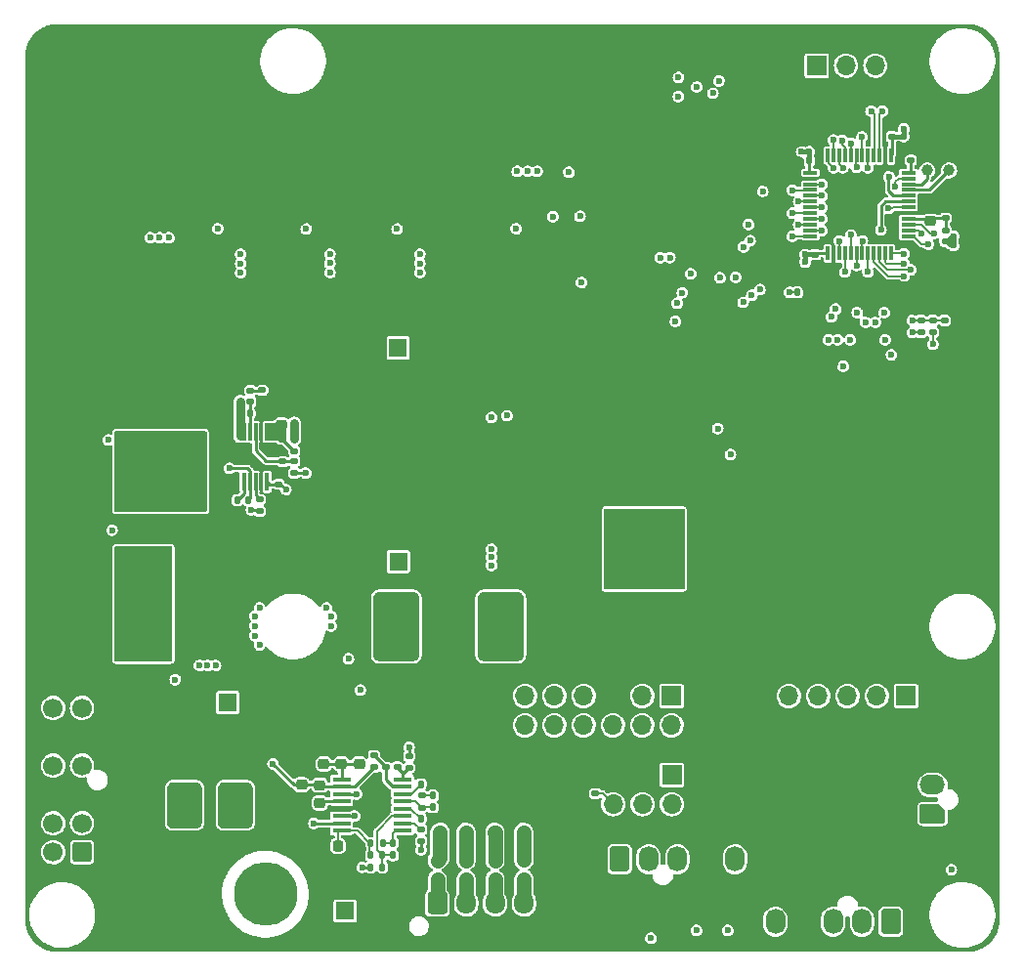
<source format=gbl>
G04 #@! TF.GenerationSoftware,KiCad,Pcbnew,(6.0.0)*
G04 #@! TF.CreationDate,2022-02-11T23:51:38-05:00*
G04 #@! TF.ProjectId,FalconMain,46616c63-6f6e-44d6-9169-6e2e6b696361,1A*
G04 #@! TF.SameCoordinates,Original*
G04 #@! TF.FileFunction,Copper,L4,Bot*
G04 #@! TF.FilePolarity,Positive*
%FSLAX46Y46*%
G04 Gerber Fmt 4.6, Leading zero omitted, Abs format (unit mm)*
G04 Created by KiCad (PCBNEW (6.0.0)) date 2022-02-11 23:51:38*
%MOMM*%
%LPD*%
G01*
G04 APERTURE LIST*
G04 Aperture macros list*
%AMRoundRect*
0 Rectangle with rounded corners*
0 $1 Rounding radius*
0 $2 $3 $4 $5 $6 $7 $8 $9 X,Y pos of 4 corners*
0 Add a 4 corners polygon primitive as box body*
4,1,4,$2,$3,$4,$5,$6,$7,$8,$9,$2,$3,0*
0 Add four circle primitives for the rounded corners*
1,1,$1+$1,$2,$3*
1,1,$1+$1,$4,$5*
1,1,$1+$1,$6,$7*
1,1,$1+$1,$8,$9*
0 Add four rect primitives between the rounded corners*
20,1,$1+$1,$2,$3,$4,$5,0*
20,1,$1+$1,$4,$5,$6,$7,0*
20,1,$1+$1,$6,$7,$8,$9,0*
20,1,$1+$1,$8,$9,$2,$3,0*%
%AMFreePoly0*
4,1,23,0.945671,0.830970,1.026777,0.776777,1.080970,0.695671,1.100000,0.600000,1.100000,-0.600000,1.080970,-0.695671,1.026777,-0.776777,0.945671,-0.830970,0.850000,-0.850000,-0.450000,-0.850000,-0.545671,-0.830970,-0.626777,-0.776777,-0.626779,-0.776774,-1.026777,-0.376777,-1.080970,-0.295671,-1.100000,-0.200000,-1.100000,0.600000,-1.080970,0.695671,-1.026777,0.776777,-0.945671,0.830970,
-0.850000,0.850000,0.850000,0.850000,0.945671,0.830970,0.945671,0.830970,$1*%
G04 Aperture macros list end*
G04 #@! TA.AperFunction,ComponentPad*
%ADD10C,1.000000*%
G04 #@! TD*
G04 #@! TA.AperFunction,ComponentPad*
%ADD11RoundRect,0.250000X0.600000X-0.850000X0.600000X0.850000X-0.600000X0.850000X-0.600000X-0.850000X0*%
G04 #@! TD*
G04 #@! TA.AperFunction,ComponentPad*
%ADD12O,1.700000X2.200000*%
G04 #@! TD*
G04 #@! TA.AperFunction,ComponentPad*
%ADD13C,5.500000*%
G04 #@! TD*
G04 #@! TA.AperFunction,ComponentPad*
%ADD14R,1.700000X1.700000*%
G04 #@! TD*
G04 #@! TA.AperFunction,ComponentPad*
%ADD15O,1.700000X1.700000*%
G04 #@! TD*
G04 #@! TA.AperFunction,ComponentPad*
%ADD16RoundRect,0.250000X-0.600000X-0.725000X0.600000X-0.725000X0.600000X0.725000X-0.600000X0.725000X0*%
G04 #@! TD*
G04 #@! TA.AperFunction,ComponentPad*
%ADD17O,1.700000X1.950000*%
G04 #@! TD*
G04 #@! TA.AperFunction,ComponentPad*
%ADD18R,1.600000X1.600000*%
G04 #@! TD*
G04 #@! TA.AperFunction,ComponentPad*
%ADD19C,1.600000*%
G04 #@! TD*
G04 #@! TA.AperFunction,ComponentPad*
%ADD20FreePoly0,180.000000*%
G04 #@! TD*
G04 #@! TA.AperFunction,ComponentPad*
%ADD21O,2.200000X1.700000*%
G04 #@! TD*
G04 #@! TA.AperFunction,ComponentPad*
%ADD22RoundRect,0.250000X-0.600000X0.850000X-0.600000X-0.850000X0.600000X-0.850000X0.600000X0.850000X0*%
G04 #@! TD*
G04 #@! TA.AperFunction,ComponentPad*
%ADD23RoundRect,0.250000X0.600000X0.600000X-0.600000X0.600000X-0.600000X-0.600000X0.600000X-0.600000X0*%
G04 #@! TD*
G04 #@! TA.AperFunction,ComponentPad*
%ADD24C,1.700000*%
G04 #@! TD*
G04 #@! TA.AperFunction,SMDPad,CuDef*
%ADD25RoundRect,0.140000X0.140000X0.170000X-0.140000X0.170000X-0.140000X-0.170000X0.140000X-0.170000X0*%
G04 #@! TD*
G04 #@! TA.AperFunction,SMDPad,CuDef*
%ADD26RoundRect,0.140000X0.170000X-0.140000X0.170000X0.140000X-0.170000X0.140000X-0.170000X-0.140000X0*%
G04 #@! TD*
G04 #@! TA.AperFunction,SMDPad,CuDef*
%ADD27RoundRect,0.135000X-0.135000X-0.185000X0.135000X-0.185000X0.135000X0.185000X-0.135000X0.185000X0*%
G04 #@! TD*
G04 #@! TA.AperFunction,SMDPad,CuDef*
%ADD28RoundRect,0.200000X-0.275000X0.200000X-0.275000X-0.200000X0.275000X-0.200000X0.275000X0.200000X0*%
G04 #@! TD*
G04 #@! TA.AperFunction,SMDPad,CuDef*
%ADD29RoundRect,0.135000X0.185000X-0.135000X0.185000X0.135000X-0.185000X0.135000X-0.185000X-0.135000X0*%
G04 #@! TD*
G04 #@! TA.AperFunction,SMDPad,CuDef*
%ADD30RoundRect,0.225000X0.250000X-0.225000X0.250000X0.225000X-0.250000X0.225000X-0.250000X-0.225000X0*%
G04 #@! TD*
G04 #@! TA.AperFunction,SMDPad,CuDef*
%ADD31RoundRect,0.135000X0.135000X0.185000X-0.135000X0.185000X-0.135000X-0.185000X0.135000X-0.185000X0*%
G04 #@! TD*
G04 #@! TA.AperFunction,SMDPad,CuDef*
%ADD32RoundRect,0.135000X-0.185000X0.135000X-0.185000X-0.135000X0.185000X-0.135000X0.185000X0.135000X0*%
G04 #@! TD*
G04 #@! TA.AperFunction,SMDPad,CuDef*
%ADD33RoundRect,0.225000X-0.250000X0.225000X-0.250000X-0.225000X0.250000X-0.225000X0.250000X0.225000X0*%
G04 #@! TD*
G04 #@! TA.AperFunction,SMDPad,CuDef*
%ADD34RoundRect,0.140000X-0.140000X-0.170000X0.140000X-0.170000X0.140000X0.170000X-0.140000X0.170000X0*%
G04 #@! TD*
G04 #@! TA.AperFunction,SMDPad,CuDef*
%ADD35RoundRect,0.147500X0.172500X-0.147500X0.172500X0.147500X-0.172500X0.147500X-0.172500X-0.147500X0*%
G04 #@! TD*
G04 #@! TA.AperFunction,SMDPad,CuDef*
%ADD36R,1.600200X0.355600*%
G04 #@! TD*
G04 #@! TA.AperFunction,SMDPad,CuDef*
%ADD37R,1.193800X0.304800*%
G04 #@! TD*
G04 #@! TA.AperFunction,SMDPad,CuDef*
%ADD38R,0.304800X1.193800*%
G04 #@! TD*
G04 #@! TA.AperFunction,SMDPad,CuDef*
%ADD39RoundRect,0.140000X-0.170000X0.140000X-0.170000X-0.140000X0.170000X-0.140000X0.170000X0.140000X0*%
G04 #@! TD*
G04 #@! TA.AperFunction,SMDPad,CuDef*
%ADD40RoundRect,0.225000X-0.225000X-0.250000X0.225000X-0.250000X0.225000X0.250000X-0.225000X0.250000X0*%
G04 #@! TD*
G04 #@! TA.AperFunction,SMDPad,CuDef*
%ADD41R,0.330200X1.524000*%
G04 #@! TD*
G04 #@! TA.AperFunction,ViaPad*
%ADD42C,0.600000*%
G04 #@! TD*
G04 #@! TA.AperFunction,ViaPad*
%ADD43C,1.700000*%
G04 #@! TD*
G04 #@! TA.AperFunction,Conductor*
%ADD44C,0.254000*%
G04 #@! TD*
G04 #@! TA.AperFunction,Conductor*
%ADD45C,0.762000*%
G04 #@! TD*
G04 #@! TA.AperFunction,Conductor*
%ADD46C,0.152400*%
G04 #@! TD*
G04 #@! TA.AperFunction,Conductor*
%ADD47C,0.381000*%
G04 #@! TD*
G04 #@! TA.AperFunction,Conductor*
%ADD48C,1.270000*%
G04 #@! TD*
G04 #@! TA.AperFunction,Conductor*
%ADD49C,0.203200*%
G04 #@! TD*
G04 APERTURE END LIST*
D10*
X184939899Y-70480099D03*
X186839899Y-70480099D03*
D11*
X158300000Y-130170000D03*
D12*
X160800000Y-130170000D03*
X163300000Y-130170000D03*
X165800000Y-130170000D03*
X168300000Y-130170000D03*
D13*
X127600000Y-133205000D03*
X118600000Y-133205000D03*
D14*
X162825000Y-122860000D03*
D15*
X162825000Y-125400000D03*
X160285000Y-122860000D03*
X160285000Y-125400000D03*
X157745000Y-122860000D03*
X157745000Y-125400000D03*
D16*
X142500000Y-133980000D03*
D17*
X145000000Y-133980000D03*
X147500000Y-133980000D03*
X150000000Y-133980000D03*
X152500000Y-133980000D03*
D14*
X162800000Y-116020000D03*
D15*
X162800000Y-118560000D03*
X160260000Y-116020000D03*
X160260000Y-118560000D03*
X157720000Y-116020000D03*
X157720000Y-118560000D03*
X155180000Y-116020000D03*
X155180000Y-118560000D03*
X152640000Y-116020000D03*
X152640000Y-118560000D03*
X150100000Y-116020000D03*
X150100000Y-118560000D03*
X147560000Y-116020000D03*
X147560000Y-118560000D03*
D18*
X134517621Y-134655000D03*
D19*
X137017621Y-134655000D03*
D20*
X185420000Y-126238000D03*
D21*
X185420000Y-123738000D03*
D22*
X181800000Y-135585000D03*
D12*
X179300000Y-135585000D03*
X176800000Y-135585000D03*
X174300000Y-135585000D03*
X171800000Y-135585000D03*
D18*
X139100000Y-85842349D03*
D19*
X139100000Y-89342349D03*
D14*
X175375000Y-61400000D03*
D15*
X177915000Y-61400000D03*
X180455000Y-61400000D03*
D18*
X139125000Y-104370000D03*
D19*
X139125000Y-100870000D03*
D23*
X111720000Y-129555000D03*
D24*
X111720000Y-127055000D03*
X111720000Y-124555000D03*
X111720000Y-122055000D03*
X111720000Y-119555000D03*
X111720000Y-117055000D03*
X109220000Y-129555000D03*
X109220000Y-127055000D03*
X109220000Y-124555000D03*
X109220000Y-122055000D03*
X109220000Y-119555000D03*
X109220000Y-117055000D03*
D14*
X183120000Y-116026359D03*
D15*
X183120000Y-118566359D03*
X180580000Y-116026359D03*
X180580000Y-118566359D03*
X178040000Y-116026359D03*
X178040000Y-118566359D03*
X175500000Y-116026359D03*
X175500000Y-118566359D03*
X172960000Y-116026359D03*
X172960000Y-118566359D03*
D18*
X124347349Y-116600000D03*
D19*
X127847349Y-116600000D03*
D25*
X143093750Y-124668750D03*
X142133750Y-124668750D03*
D26*
X139040000Y-122190000D03*
X139040000Y-121230000D03*
X126306540Y-90537349D03*
X126306540Y-89577349D03*
D27*
X136730000Y-129818750D03*
X137750000Y-129818750D03*
X138670000Y-128768750D03*
X139690000Y-128768750D03*
D26*
X129100000Y-94742349D03*
X129100000Y-93782349D03*
X156200000Y-124480000D03*
X156200000Y-123520000D03*
D28*
X147500000Y-130275000D03*
X147500000Y-131925000D03*
D29*
X127331540Y-90547349D03*
X127331540Y-89527349D03*
D30*
X132648750Y-121903750D03*
X132648750Y-120353750D03*
D28*
X145000000Y-130275000D03*
X145000000Y-131925000D03*
D30*
X185239899Y-74880099D03*
X185239899Y-73330099D03*
X129000000Y-92537349D03*
X129000000Y-90987349D03*
D29*
X130105000Y-94782349D03*
X130105000Y-93762349D03*
X127125000Y-100022349D03*
X127125000Y-99002349D03*
D31*
X137750000Y-130868750D03*
X136730000Y-130868750D03*
D26*
X183539899Y-69610099D03*
X183539899Y-68650099D03*
D25*
X143073750Y-125668750D03*
X142113750Y-125668750D03*
D32*
X140060000Y-121220000D03*
X140060000Y-122240000D03*
D29*
X129105000Y-96732349D03*
X129105000Y-95712349D03*
D31*
X174710000Y-81050000D03*
X173690000Y-81050000D03*
D26*
X181889899Y-67530099D03*
X181889899Y-66570099D03*
D30*
X132313750Y-125293750D03*
X132313750Y-123743750D03*
D32*
X141113750Y-127608750D03*
X141113750Y-128628750D03*
D29*
X128755000Y-98682349D03*
X128755000Y-97662349D03*
D32*
X141143750Y-124668750D03*
X141143750Y-125688750D03*
D33*
X130748750Y-123713750D03*
X130748750Y-125263750D03*
D34*
X125175000Y-99047349D03*
X126135000Y-99047349D03*
D35*
X186539899Y-76630099D03*
X186539899Y-75660099D03*
D32*
X184420000Y-83480100D03*
X184420000Y-84500100D03*
D26*
X138038750Y-122198750D03*
X138038750Y-121238750D03*
D27*
X138670000Y-129818750D03*
X139690000Y-129818750D03*
D28*
X142500000Y-130275000D03*
X142500000Y-131925000D03*
X150000000Y-130250000D03*
X150000000Y-131900000D03*
D36*
X139518050Y-123246250D03*
X139518050Y-123881250D03*
X139518050Y-124516250D03*
X139518050Y-125151250D03*
X139518050Y-125786250D03*
X139518050Y-126421250D03*
X139518050Y-127056250D03*
X139518050Y-127691250D03*
X134209450Y-127691250D03*
X134209450Y-127056250D03*
X134209450Y-126421250D03*
X134209450Y-125786250D03*
X134209450Y-125151250D03*
X134209450Y-124516250D03*
X134209450Y-123881250D03*
X134209450Y-123246250D03*
D25*
X127230000Y-91537349D03*
X126270000Y-91537349D03*
D32*
X130100000Y-95702349D03*
X130100000Y-96722349D03*
D29*
X137020000Y-122210000D03*
X137020000Y-121190000D03*
D25*
X174739899Y-69630099D03*
X173779899Y-69630099D03*
D37*
X183324998Y-70674999D03*
X183324998Y-71174998D03*
X183324998Y-71675000D03*
X183324998Y-72174999D03*
X183324998Y-72674998D03*
X183324998Y-73174999D03*
X183324998Y-73674999D03*
X183324998Y-74175000D03*
X183324998Y-74674999D03*
X183324998Y-75174998D03*
X183324998Y-75675000D03*
X183324998Y-76174999D03*
D38*
X181824999Y-77674998D03*
X181325000Y-77674998D03*
X180824998Y-77674998D03*
X180324999Y-77674998D03*
X179825000Y-77674998D03*
X179324999Y-77674998D03*
X178824999Y-77674998D03*
X178324998Y-77674998D03*
X177824999Y-77674998D03*
X177325000Y-77674998D03*
X176824998Y-77674998D03*
X176324999Y-77674998D03*
D37*
X174825000Y-76174999D03*
X174825000Y-75675000D03*
X174825000Y-75174998D03*
X174825000Y-74674999D03*
X174825000Y-74175000D03*
X174825000Y-73674999D03*
X174825000Y-73174999D03*
X174825000Y-72674998D03*
X174825000Y-72174999D03*
X174825000Y-71675000D03*
X174825000Y-71174998D03*
X174825000Y-70674999D03*
D38*
X176324999Y-69175000D03*
X176824998Y-69175000D03*
X177325000Y-69175000D03*
X177824999Y-69175000D03*
X178324998Y-69175000D03*
X178824999Y-69175000D03*
X179324999Y-69175000D03*
X179825000Y-69175000D03*
X180324999Y-69175000D03*
X180824998Y-69175000D03*
X181325000Y-69175000D03*
X181824999Y-69175000D03*
D27*
X136740000Y-128768750D03*
X137760000Y-128768750D03*
D30*
X134188750Y-121913750D03*
X134188750Y-120363750D03*
D26*
X186539899Y-74630099D03*
X186539899Y-73670099D03*
D25*
X142043750Y-123668750D03*
X141083750Y-123668750D03*
X142043750Y-126668750D03*
X141083750Y-126668750D03*
D39*
X175239899Y-77770099D03*
X175239899Y-78730099D03*
D40*
X133888750Y-129018750D03*
X135438750Y-129018750D03*
D29*
X185450000Y-84500000D03*
X185450000Y-83480000D03*
D30*
X135728750Y-121913750D03*
X135728750Y-120363750D03*
D29*
X186480000Y-84500100D03*
X186480000Y-83480100D03*
D41*
X125754999Y-93125649D03*
X126255001Y-93125649D03*
X126755000Y-93125649D03*
X127254999Y-93125649D03*
X127755001Y-93125649D03*
X127755001Y-97469049D03*
X127254999Y-97469049D03*
X126755000Y-97469049D03*
X126255001Y-97469049D03*
X125754999Y-97469049D03*
D42*
X128270000Y-121910000D03*
X133780278Y-88115952D03*
X128780278Y-88115952D03*
X148782500Y-78590000D03*
X168600000Y-96300000D03*
X128802358Y-101664298D03*
X128007438Y-98776175D03*
X123540000Y-73900000D03*
X168600000Y-97100000D03*
X153700000Y-109500000D03*
X128000000Y-90062986D03*
X154200000Y-110400000D03*
X126802358Y-101664298D03*
X116673035Y-92471325D03*
X149400000Y-73100000D03*
X129802358Y-101664298D03*
X170300000Y-97100000D03*
X168600000Y-98100000D03*
X125780278Y-88115952D03*
X170300000Y-98900000D03*
X169442227Y-96293784D03*
X127252295Y-96230621D03*
X170101515Y-78645746D03*
X150300000Y-73100000D03*
X157300000Y-69300000D03*
X115673035Y-92471325D03*
X155200000Y-108600000D03*
X167000000Y-68700000D03*
X130802358Y-101664298D03*
X130000000Y-91000000D03*
X153200000Y-108600000D03*
X163034735Y-73414886D03*
X143800000Y-68500000D03*
X179050000Y-81061895D03*
X160700000Y-95100000D03*
X167900000Y-68700000D03*
X129790000Y-125440000D03*
X169447409Y-98907769D03*
X142500000Y-68100000D03*
X161300000Y-73800000D03*
X131780278Y-88115952D03*
X151200000Y-73100000D03*
D43*
X169450000Y-97600000D03*
D42*
X128000000Y-91000000D03*
X127780278Y-88115952D03*
X119173035Y-91717808D03*
X139030000Y-73890000D03*
X168600000Y-98900000D03*
X123780278Y-88115952D03*
X126780278Y-88115952D03*
X157800000Y-72700000D03*
X128200000Y-68500000D03*
X146025000Y-68675000D03*
X128232226Y-96227732D03*
X121200000Y-68500000D03*
X163700000Y-68700000D03*
X164600000Y-68700000D03*
X143860000Y-125200000D03*
X117173035Y-91717808D03*
X160700000Y-96000000D03*
X124802358Y-101664298D03*
X134190000Y-119240000D03*
X154000000Y-72400000D03*
X133802358Y-101664298D03*
X123802358Y-101664298D03*
X122802358Y-101664298D03*
X168000000Y-74900000D03*
X132802358Y-101664298D03*
X131220000Y-73900000D03*
X129779733Y-88114207D03*
X138030000Y-120410000D03*
X155200000Y-110400000D03*
X154700000Y-109500000D03*
X170300000Y-98100000D03*
X154200000Y-108600000D03*
X135740000Y-119240000D03*
X124780278Y-88115952D03*
X178501667Y-65597029D03*
X134600000Y-68100000D03*
X153100000Y-72800000D03*
X178300000Y-81050000D03*
X137030000Y-123600000D03*
X132610000Y-119230000D03*
X119673035Y-92471325D03*
X135960000Y-129820000D03*
X118673035Y-92471325D03*
X128377246Y-94411184D03*
X130000000Y-90062986D03*
X186499155Y-68396788D03*
X118173035Y-91717808D03*
X148625000Y-73675000D03*
X127873296Y-94957841D03*
X117673035Y-92471325D03*
X148782500Y-79390000D03*
X119900000Y-68200000D03*
X135900000Y-68500000D03*
X149700000Y-67700000D03*
X153200000Y-110400000D03*
X148782500Y-77790000D03*
X126557902Y-95567136D03*
X142840000Y-123700000D03*
X121780278Y-88115952D03*
X130780278Y-88115952D03*
X125802903Y-101666043D03*
X132780278Y-88115952D03*
X116173035Y-91717808D03*
X127389276Y-94388406D03*
X170300000Y-96300000D03*
X162800000Y-68700000D03*
X160700000Y-96800000D03*
X127802358Y-101664298D03*
X139110000Y-130660000D03*
X122780278Y-88115952D03*
X166100000Y-68700000D03*
X126091346Y-94487215D03*
X129000000Y-90062986D03*
X121802358Y-101664298D03*
X185539899Y-68380099D03*
X143880000Y-126720000D03*
X126900000Y-68100000D03*
X131802358Y-101664298D03*
X115497980Y-104939189D03*
X162650000Y-105550000D03*
X115522328Y-111960748D03*
X118497980Y-104939189D03*
X125400000Y-90518939D03*
X116522328Y-110960748D03*
X118522328Y-111960748D03*
X115522328Y-110960748D03*
X115497980Y-103939189D03*
X118522328Y-110960748D03*
X162650000Y-101050000D03*
X117522328Y-111960748D03*
X117522328Y-109960748D03*
X117497980Y-103939189D03*
X115497980Y-105939189D03*
X161150000Y-104050000D03*
X161150000Y-102550000D03*
X158150000Y-105550000D03*
X159650000Y-104050000D03*
X158150000Y-101050000D03*
X159650000Y-101050000D03*
X162650000Y-102550000D03*
X115497980Y-106939189D03*
X161150000Y-101050000D03*
X118497980Y-103939189D03*
X117497980Y-105939189D03*
X116497980Y-105939189D03*
X118497980Y-106939189D03*
X116522328Y-109960748D03*
X116497980Y-106939189D03*
X116497980Y-104939189D03*
X158150000Y-102550000D03*
X117497980Y-104939189D03*
X159650000Y-102550000D03*
X183670000Y-84530100D03*
X118522328Y-109960748D03*
X161150000Y-105550000D03*
X166800000Y-92850000D03*
X117497980Y-106939189D03*
X125400000Y-91218939D03*
X115522328Y-109960748D03*
X125400000Y-91918939D03*
X158150000Y-104050000D03*
X159650000Y-105550000D03*
X162650000Y-104050000D03*
X116497980Y-103939189D03*
X118497980Y-105939189D03*
X117522328Y-110960748D03*
X116522328Y-111960748D03*
X151150000Y-70550000D03*
X167000000Y-79775000D03*
X147200000Y-91875000D03*
X135830000Y-115520000D03*
X133301964Y-109100000D03*
X147200000Y-104000000D03*
X147200000Y-103300000D03*
X149425000Y-70550000D03*
X150325000Y-70550000D03*
X147200000Y-104700000D03*
X133300000Y-109958055D03*
X140050000Y-120460000D03*
X132900000Y-108400000D03*
X124000000Y-125000000D03*
X125000000Y-124000000D03*
X125000000Y-127000000D03*
X124000000Y-126000000D03*
X125000000Y-126000000D03*
X126000000Y-125000000D03*
X126000000Y-126000000D03*
X124000000Y-127000000D03*
X126000000Y-124000000D03*
X126000000Y-127000000D03*
X131820000Y-127060000D03*
X124000000Y-124000000D03*
X125000000Y-125000000D03*
X182915297Y-67530958D03*
X174075583Y-68870739D03*
X178900000Y-82800000D03*
X174368543Y-77762998D03*
X174741378Y-68859795D03*
X174379176Y-78422254D03*
X182918841Y-66868157D03*
X187240003Y-76168021D03*
X187239899Y-76980099D03*
X131100000Y-96700000D03*
X167670000Y-136340000D03*
X185440000Y-85550100D03*
X175831347Y-75680099D03*
X163404320Y-62413260D03*
X169480000Y-75160000D03*
X173269798Y-76185200D03*
X166904320Y-62729320D03*
X164979320Y-63245680D03*
X169050000Y-77100000D03*
X178825369Y-78735199D03*
X169600000Y-76571900D03*
X179330469Y-76580099D03*
X166379320Y-63793396D03*
X181589899Y-73780099D03*
X154860000Y-74450000D03*
X178829582Y-70225900D03*
X148533911Y-91730811D03*
X120600000Y-126000000D03*
X121600000Y-127000000D03*
X120600000Y-125000000D03*
X121600000Y-126000000D03*
X127100000Y-111600000D03*
X121600000Y-124000000D03*
X120600000Y-124000000D03*
X119600000Y-125000000D03*
X119600000Y-127000000D03*
X121600000Y-125000000D03*
X119600000Y-124000000D03*
X119600000Y-126000000D03*
X120600000Y-127000000D03*
X155000000Y-80180000D03*
X185039899Y-76880099D03*
X127100000Y-108402100D03*
X182939899Y-79630099D03*
X179825369Y-79285199D03*
X126700000Y-109100000D03*
X126700000Y-109950000D03*
X163140000Y-83560000D03*
X180450000Y-83650000D03*
X175846246Y-71685199D03*
X176652666Y-83166869D03*
X176850000Y-70250000D03*
X177000000Y-82500000D03*
X179600000Y-83650000D03*
X183674795Y-83477946D03*
X177700000Y-87450000D03*
X184458571Y-75961427D03*
X181089899Y-65330099D03*
X178300000Y-85150000D03*
X181300000Y-85150000D03*
X176400000Y-85150000D03*
X179812115Y-70250000D03*
X181244230Y-82800000D03*
X173269798Y-72185199D03*
X175831347Y-73680099D03*
X178324902Y-68119900D03*
X175840634Y-72680477D03*
X177577035Y-67859830D03*
X173819798Y-73185200D03*
X183539899Y-79080099D03*
X170451576Y-80801576D03*
X176799763Y-67849984D03*
X182939899Y-77680099D03*
X179314899Y-67564899D03*
X168350000Y-79750000D03*
X135990000Y-130870000D03*
X169750000Y-81300000D03*
X182939899Y-78530099D03*
X181639899Y-71030099D03*
X123475000Y-75525000D03*
X173819798Y-75185200D03*
X131150000Y-75550000D03*
X177330469Y-76580099D03*
X177825369Y-79285199D03*
X139025000Y-75550000D03*
X149325000Y-75525000D03*
X178335569Y-76070099D03*
X163404320Y-64079320D03*
X173269798Y-74185200D03*
X187040000Y-131070000D03*
X180089899Y-65330099D03*
X177200000Y-85150000D03*
X161020000Y-137010000D03*
X181850000Y-86450000D03*
X175840000Y-74670000D03*
X161825000Y-78025000D03*
X130100000Y-92400000D03*
X162650000Y-78025000D03*
X130100000Y-93100000D03*
X169000000Y-81900000D03*
X141110000Y-129350000D03*
X185589899Y-75930099D03*
X167900000Y-95100000D03*
X173025429Y-81031475D03*
X177650000Y-70250000D03*
X137900000Y-111804340D03*
X149000000Y-112000000D03*
X138900000Y-110804340D03*
X139900000Y-108804340D03*
X148000000Y-109000000D03*
X138900000Y-109804340D03*
X148000000Y-111000000D03*
X139900000Y-109804340D03*
X147000000Y-110000000D03*
X148000000Y-110000000D03*
X138900000Y-111804340D03*
X149000000Y-110000000D03*
X148000000Y-112000000D03*
X149000000Y-111000000D03*
X147000000Y-111000000D03*
X137900000Y-109804340D03*
X139900000Y-110804340D03*
X148000000Y-108000000D03*
X149000000Y-108000000D03*
X137900000Y-110804340D03*
X138900000Y-108804340D03*
X147000000Y-109000000D03*
X147000000Y-112000000D03*
X137900000Y-108804340D03*
X139900000Y-111804340D03*
X147000000Y-108000000D03*
X149000000Y-109000000D03*
X115492149Y-96082451D03*
X118492149Y-98082451D03*
X118492149Y-99082451D03*
X115492149Y-98082451D03*
X117492149Y-98082451D03*
X120900000Y-94800000D03*
X121900000Y-93800000D03*
X117492149Y-96082451D03*
X117492149Y-97082451D03*
X116492149Y-99082451D03*
X120900000Y-96800000D03*
X121900000Y-96800000D03*
X120900000Y-93800000D03*
X115492149Y-97082451D03*
X121900000Y-94800000D03*
X118492149Y-97082451D03*
X124500000Y-96300000D03*
X116492149Y-98082451D03*
X116492149Y-97082451D03*
X116492149Y-96082451D03*
X121900000Y-95800000D03*
X120900000Y-95800000D03*
X115492149Y-99082451D03*
X118492149Y-96082451D03*
X117492149Y-99082451D03*
X135340000Y-126420000D03*
X135500000Y-124510000D03*
X134800000Y-112800000D03*
X114314249Y-101670000D03*
X126400000Y-99900000D03*
X113986057Y-93834891D03*
X129378520Y-98129526D03*
X180939899Y-75630099D03*
X163740000Y-81070000D03*
X126700000Y-110800000D03*
X119800000Y-114600000D03*
X164450000Y-79428100D03*
X153900000Y-70640000D03*
X152520000Y-74480000D03*
X119238000Y-76314999D03*
X117638000Y-76314999D03*
X142740000Y-129440000D03*
X118438000Y-76314999D03*
X142740000Y-128640000D03*
X142740000Y-127840000D03*
X144990000Y-127840000D03*
X144990000Y-129440000D03*
X125462500Y-78530000D03*
X125462500Y-79330000D03*
X125462500Y-77730000D03*
X144990000Y-128640000D03*
X133202500Y-77730000D03*
X147490000Y-128640000D03*
X133192500Y-78520000D03*
X133202500Y-79330000D03*
X147490000Y-127840000D03*
X147490000Y-129440000D03*
X140987500Y-77730000D03*
X140987500Y-78530000D03*
X149990000Y-127840000D03*
X140987500Y-79330000D03*
X149990000Y-128640000D03*
X149990000Y-129440000D03*
X164960000Y-136340000D03*
X123290000Y-113370000D03*
X122590000Y-113370000D03*
X121900000Y-113370000D03*
X163290000Y-81985000D03*
X170698100Y-72300000D03*
X182189899Y-71880099D03*
D44*
X135348750Y-123881250D02*
X137020000Y-122210000D01*
X130073750Y-123713750D02*
X128270000Y-121910000D01*
X134209450Y-123881250D02*
X132451250Y-123881250D01*
X130748750Y-123713750D02*
X130073750Y-123713750D01*
X130748750Y-123713750D02*
X132283750Y-123713750D01*
X134209450Y-123881250D02*
X135348750Y-123881250D01*
D45*
X125411751Y-93511751D02*
X125532868Y-93511751D01*
X125400000Y-93500000D02*
X125411751Y-93511751D01*
D46*
X183670000Y-84530100D02*
X184390000Y-84530100D01*
D45*
X125400000Y-90518939D02*
X125400000Y-93500000D01*
D44*
X140050000Y-120460000D02*
X140050000Y-121210000D01*
X134209450Y-127056250D02*
X131823750Y-127056250D01*
X131823750Y-127056250D02*
X131820000Y-127060000D01*
X187001977Y-76168021D02*
X186539899Y-76630099D01*
X174741378Y-68859795D02*
X174741378Y-70591377D01*
X187240003Y-76168021D02*
X186939899Y-76468125D01*
D47*
X174368543Y-77762998D02*
X175232798Y-77762998D01*
X174730434Y-68870739D02*
X174741378Y-68859795D01*
X187240003Y-76979995D02*
X187239899Y-76980099D01*
X174379176Y-77773631D02*
X174368543Y-77762998D01*
X187240003Y-76168021D02*
X187240003Y-76979995D01*
X182918841Y-67527414D02*
X182915297Y-67530958D01*
X174741378Y-68859795D02*
X174741378Y-69628620D01*
X174379176Y-78422254D02*
X174379176Y-77773631D01*
D44*
X186889899Y-76980099D02*
X187239899Y-76980099D01*
D47*
X174075583Y-68870739D02*
X174730434Y-68870739D01*
D44*
X186939899Y-76468125D02*
X186939899Y-76730099D01*
X174741378Y-70591377D02*
X174825000Y-70674999D01*
X181921636Y-69078363D02*
X181824999Y-69175000D01*
X186939899Y-76730099D02*
X187189899Y-76980099D01*
D47*
X182918841Y-66868157D02*
X182918841Y-67527414D01*
D44*
X176324999Y-77674998D02*
X175335000Y-77674998D01*
D47*
X182915297Y-67530958D02*
X181890758Y-67530958D01*
D44*
X181921636Y-67514991D02*
X181921636Y-69078363D01*
X186889899Y-76980099D02*
X186539899Y-76630099D01*
X187240003Y-76168021D02*
X187001977Y-76168021D01*
D46*
X185440000Y-85550100D02*
X185440000Y-84510000D01*
D44*
X131200000Y-96700000D02*
X130122349Y-96700000D01*
X183324998Y-74674999D02*
X185034799Y-74674999D01*
X186539899Y-74630099D02*
X185489899Y-74630099D01*
X186539899Y-75660099D02*
X186539899Y-74630099D01*
D46*
X175826248Y-75675000D02*
X174766448Y-75675000D01*
D44*
X175831347Y-75680099D02*
X175826248Y-75675000D01*
D46*
X173274899Y-76180099D02*
X174904899Y-76180099D01*
X178830469Y-78730099D02*
X178830469Y-77670300D01*
X179325369Y-76585199D02*
X179325369Y-77644998D01*
X181939899Y-73780099D02*
X182044999Y-73674999D01*
X182044999Y-73674999D02*
X183324998Y-73674999D01*
X181589899Y-73780099D02*
X181939899Y-73780099D01*
X156825000Y-124480000D02*
X157745000Y-125400000D01*
X156200000Y-124480000D02*
X156825000Y-124480000D01*
X178817215Y-70180099D02*
X178817215Y-69120300D01*
D48*
X142500000Y-133980000D02*
X142500000Y-131925000D01*
X145000000Y-131925000D02*
X145000000Y-133980000D01*
D46*
X184489899Y-76880099D02*
X183784799Y-76174999D01*
X185039899Y-76880099D02*
X184489899Y-76880099D01*
X182939899Y-79630099D02*
X181530800Y-79630099D01*
X181530800Y-79630099D02*
X180324999Y-78424298D01*
X180324999Y-78424298D02*
X180324999Y-77674998D01*
X179830469Y-79280099D02*
X179830469Y-77670300D01*
X175841146Y-71680099D02*
X174781347Y-71680099D01*
X176400000Y-69834247D02*
X176400000Y-69250001D01*
X176850000Y-70250000D02*
X176815753Y-70250000D01*
X176815753Y-70250000D02*
X176400000Y-69834247D01*
X184458571Y-75961427D02*
X184458571Y-75948771D01*
X184184800Y-75675000D02*
X183324998Y-75675000D01*
X183676949Y-83480100D02*
X184420000Y-83480100D01*
X183674795Y-83477946D02*
X183676949Y-83480100D01*
X184458571Y-75948771D02*
X184184800Y-75675000D01*
X184420000Y-83480100D02*
X186480000Y-83480100D01*
X181089899Y-65330099D02*
X180824998Y-65595000D01*
X180824998Y-65595000D02*
X180824998Y-69175000D01*
X179812115Y-70250000D02*
X179817215Y-70244900D01*
X179817215Y-70244900D02*
X179817215Y-69100400D01*
X173274898Y-72180099D02*
X174904899Y-72180099D01*
D44*
X175831347Y-73680099D02*
X175826247Y-73674999D01*
D46*
X175826247Y-73674999D02*
X174766448Y-73674999D01*
X178324998Y-68119996D02*
X178324902Y-68119900D01*
X178324998Y-69175000D02*
X178324998Y-68119996D01*
X175840634Y-72680477D02*
X175835155Y-72674998D01*
X175835155Y-72674998D02*
X174766448Y-72674998D01*
X177824999Y-68474999D02*
X177577035Y-68227035D01*
X177577035Y-68227035D02*
X177577035Y-67859830D01*
X177824999Y-69175000D02*
X177824999Y-68474999D01*
X173824898Y-73180100D02*
X174904899Y-73180100D01*
X183539899Y-79080099D02*
X181480799Y-79080099D01*
X181480799Y-79080099D02*
X180824998Y-78424298D01*
X180824998Y-78424298D02*
X180824998Y-77674998D01*
X176824998Y-69175000D02*
X176824998Y-67875219D01*
X176824998Y-67875219D02*
X176799763Y-67849984D01*
X182934798Y-77674998D02*
X181824999Y-77674998D01*
X182939899Y-77680099D02*
X182934798Y-77674998D01*
X179320000Y-67570000D02*
X179320000Y-69200000D01*
X182939899Y-78530099D02*
X181430801Y-78530099D01*
X181430801Y-78530099D02*
X181325000Y-78424298D01*
X181325000Y-78424298D02*
X181325000Y-77674998D01*
D44*
X135990000Y-130870000D02*
X135991250Y-130868750D01*
X135991250Y-130868750D02*
X136653750Y-130868750D01*
X181639899Y-71030099D02*
X181610988Y-71059010D01*
X182034798Y-72674998D02*
X183324998Y-72674998D01*
X181610988Y-71059010D02*
X181610988Y-72251188D01*
X181610988Y-72251188D02*
X182034798Y-72674998D01*
D46*
X173824897Y-75180101D02*
X174904899Y-75180101D01*
X177325369Y-76585199D02*
X177325369Y-77644998D01*
D44*
X134209450Y-125151250D02*
X132456250Y-125151250D01*
D46*
X177830469Y-79280099D02*
X177830469Y-77670300D01*
D44*
X178323754Y-76062519D02*
X178318654Y-76067619D01*
D46*
X178330469Y-76075199D02*
X178330469Y-77684998D01*
X173274898Y-74180100D02*
X174904899Y-74180100D01*
X140201250Y-125786250D02*
X141083750Y-126668750D01*
X180362911Y-65603111D02*
X180362911Y-69137088D01*
X180089899Y-65330099D02*
X180362911Y-65603111D01*
X175835001Y-74674999D02*
X174766448Y-74674999D01*
X175840000Y-74670000D02*
X175835001Y-74674999D01*
D45*
X130105000Y-93762349D02*
X130105000Y-92405000D01*
X130105000Y-92405000D02*
X130100000Y-92400000D01*
D46*
X185589899Y-75930099D02*
X185174091Y-75930099D01*
X185174091Y-75930099D02*
X184418990Y-75174998D01*
X184418990Y-75174998D02*
X183324998Y-75174998D01*
D44*
X141110000Y-129350000D02*
X141110000Y-128632500D01*
D46*
X173690000Y-81050000D02*
X173023654Y-81050000D01*
X177650000Y-70250000D02*
X177325000Y-69925000D01*
X177325000Y-69925000D02*
X177325000Y-69175000D01*
D44*
X130046472Y-95648821D02*
X127648821Y-95648821D01*
X127648821Y-95648821D02*
X126755000Y-94755000D01*
X126755000Y-94755000D02*
X126755000Y-93125649D01*
X138028750Y-122198750D02*
X137020000Y-121190000D01*
X138038750Y-123302672D02*
X138617328Y-123881250D01*
X138617328Y-123881250D02*
X139518050Y-123881250D01*
X138038750Y-122198750D02*
X138038750Y-123302672D01*
X139518050Y-123246250D02*
X139518050Y-122686800D01*
X139518050Y-122763200D02*
X140091250Y-122190000D01*
X139518050Y-122686800D02*
X139060000Y-122228750D01*
X130100000Y-94782349D02*
X129100000Y-93782349D01*
X126255001Y-97469049D02*
X126255001Y-98927348D01*
X126070872Y-96300000D02*
X126255001Y-96484129D01*
X124500000Y-96300000D02*
X126070872Y-96300000D01*
X126255001Y-96484129D02*
X126255001Y-97469049D01*
X126255001Y-93125649D02*
X126255001Y-90542350D01*
X135338750Y-126421250D02*
X134209450Y-126421250D01*
X135340000Y-126420000D02*
X135338750Y-126421250D01*
X135493750Y-124516250D02*
X134209450Y-124516250D01*
X135500000Y-124510000D02*
X135493750Y-124516250D01*
X126400000Y-99900000D02*
X127002651Y-99900000D01*
X127948301Y-97662349D02*
X127755001Y-97469049D01*
X129378520Y-98129526D02*
X128911343Y-97662349D01*
X127937651Y-97662349D02*
X128911343Y-97662349D01*
X180939899Y-73580099D02*
X181344999Y-73174999D01*
X181344999Y-73174999D02*
X183324998Y-73174999D01*
X180939899Y-75630099D02*
X180939899Y-73580099D01*
X183539899Y-70460098D02*
X183539899Y-70680099D01*
X183539899Y-70460098D02*
X183324998Y-70674999D01*
X183539899Y-69610099D02*
X183539899Y-70460098D01*
X184939899Y-70480099D02*
X184939899Y-71187205D01*
X184939899Y-71187205D02*
X184452104Y-71675000D01*
X184452104Y-71675000D02*
X183324998Y-71675000D01*
X183324998Y-72174999D02*
X185144999Y-72174999D01*
X185144999Y-72174999D02*
X186839899Y-70480099D01*
D49*
X141083750Y-123668750D02*
X140236250Y-124516250D01*
X140236250Y-124516250D02*
X139518050Y-124516250D01*
D44*
X125754999Y-98467350D02*
X125175000Y-99047349D01*
X125754999Y-97469049D02*
X125754999Y-98467350D01*
D48*
X147500000Y-131925000D02*
X147500000Y-133980000D01*
X150000000Y-131900000D02*
X150000000Y-133980000D01*
D46*
X136643750Y-128768750D02*
X135566250Y-127691250D01*
X135566250Y-127691250D02*
X134209450Y-127691250D01*
X136653750Y-129818750D02*
X136653750Y-128778750D01*
X133888750Y-129018750D02*
X133888750Y-127748750D01*
D44*
X126755000Y-98632349D02*
X126755000Y-97469049D01*
X127125000Y-99002349D02*
X126755000Y-98632349D01*
X132648750Y-121903750D02*
X135718750Y-121903750D01*
X134209450Y-123246250D02*
X134209450Y-121934450D01*
D46*
X138670000Y-128768750D02*
X137760000Y-128768750D01*
X138670000Y-127920000D02*
X138670000Y-128768750D01*
X138898750Y-127691250D02*
X138670000Y-127920000D01*
X142113750Y-125668750D02*
X141163750Y-125668750D01*
X139518050Y-125151250D02*
X140581250Y-125151250D01*
X140581250Y-125151250D02*
X141098750Y-125668750D01*
X142133750Y-124668750D02*
X141143750Y-124668750D01*
D44*
X126306540Y-89577349D02*
X127281540Y-89577349D01*
D48*
X142500000Y-130275000D02*
X142740000Y-130035000D01*
X142740000Y-130035000D02*
X142740000Y-127840000D01*
X145000000Y-130275000D02*
X145000000Y-127850000D01*
X145000000Y-127850000D02*
X144990000Y-127840000D01*
X147500000Y-130275000D02*
X147500000Y-127850000D01*
X147500000Y-127850000D02*
X147490000Y-127840000D01*
X150000000Y-127850000D02*
X149990000Y-127840000D01*
X150000000Y-130250000D02*
X150000000Y-127850000D01*
D46*
X138565550Y-126421250D02*
X137261880Y-127724920D01*
X137740000Y-129828750D02*
X137740000Y-130858750D01*
X139518050Y-126421250D02*
X138565550Y-126421250D01*
X137261880Y-129330630D02*
X137750000Y-129818750D01*
X138670000Y-129818750D02*
X137750000Y-129818750D01*
X137261880Y-127724920D02*
X137261880Y-129330630D01*
X140516250Y-127056250D02*
X141088750Y-127628750D01*
X139518050Y-127056250D02*
X140516250Y-127056250D01*
X182507239Y-71174998D02*
X183324998Y-71174998D01*
X182189899Y-71492338D02*
X182507239Y-71174998D01*
X182189899Y-71880099D02*
X182189899Y-71492338D01*
G04 #@! TA.AperFunction,Conductor*
G36*
X188482419Y-57801528D02*
G01*
X188500000Y-57804628D01*
X188508666Y-57803100D01*
X188509137Y-57803100D01*
X188531538Y-57801771D01*
X188796667Y-57816660D01*
X188807869Y-57817923D01*
X189095249Y-57866751D01*
X189106232Y-57869258D01*
X189386329Y-57949952D01*
X189396973Y-57953677D01*
X189666268Y-58065223D01*
X189676432Y-58070118D01*
X189931542Y-58211113D01*
X189941087Y-58217110D01*
X190178826Y-58385794D01*
X190187619Y-58392805D01*
X190404985Y-58587056D01*
X190412944Y-58595015D01*
X190607195Y-58812381D01*
X190614206Y-58821174D01*
X190782890Y-59058913D01*
X190788887Y-59068458D01*
X190929882Y-59323568D01*
X190934777Y-59333732D01*
X191046323Y-59603027D01*
X191050048Y-59613671D01*
X191130742Y-59893768D01*
X191133249Y-59904751D01*
X191175698Y-60154583D01*
X191182077Y-60192127D01*
X191183340Y-60203333D01*
X191195647Y-60422476D01*
X191198229Y-60468459D01*
X191196900Y-60490863D01*
X191196900Y-60491334D01*
X191195372Y-60500000D01*
X191196900Y-60508666D01*
X191198472Y-60517581D01*
X191200000Y-60535050D01*
X191200000Y-135464950D01*
X191198472Y-135482419D01*
X191195372Y-135500000D01*
X191196900Y-135508666D01*
X191196900Y-135509137D01*
X191198229Y-135531538D01*
X191190422Y-135670549D01*
X191183340Y-135796663D01*
X191182077Y-135807869D01*
X191137140Y-136072354D01*
X191133251Y-136095241D01*
X191130742Y-136106232D01*
X191051086Y-136382726D01*
X191050049Y-136386325D01*
X191046324Y-136396970D01*
X191018735Y-136463575D01*
X190934777Y-136666268D01*
X190929882Y-136676432D01*
X190788887Y-136931542D01*
X190782890Y-136941087D01*
X190614206Y-137178826D01*
X190607195Y-137187619D01*
X190412944Y-137404985D01*
X190404985Y-137412944D01*
X190187619Y-137607195D01*
X190178826Y-137614206D01*
X189941087Y-137782890D01*
X189931542Y-137788887D01*
X189676432Y-137929882D01*
X189666268Y-137934777D01*
X189396973Y-138046323D01*
X189386329Y-138050048D01*
X189106232Y-138130742D01*
X189095249Y-138133249D01*
X188807869Y-138182077D01*
X188796667Y-138183340D01*
X188531538Y-138198229D01*
X188509137Y-138196900D01*
X188508666Y-138196900D01*
X188500000Y-138195372D01*
X188491334Y-138196900D01*
X188482419Y-138198472D01*
X188464950Y-138200000D01*
X109535050Y-138200000D01*
X109517581Y-138198472D01*
X109508666Y-138196900D01*
X109500000Y-138195372D01*
X109491334Y-138196900D01*
X109490863Y-138196900D01*
X109468462Y-138198229D01*
X109203333Y-138183340D01*
X109192131Y-138182077D01*
X108904751Y-138133249D01*
X108893768Y-138130742D01*
X108613671Y-138050048D01*
X108603027Y-138046323D01*
X108333732Y-137934777D01*
X108323568Y-137929882D01*
X108068458Y-137788887D01*
X108058913Y-137782890D01*
X107821174Y-137614206D01*
X107812381Y-137607195D01*
X107595015Y-137412944D01*
X107587056Y-137404985D01*
X107392805Y-137187619D01*
X107385794Y-137178826D01*
X107217110Y-136941087D01*
X107211113Y-136931542D01*
X107070118Y-136676432D01*
X107065223Y-136666268D01*
X106981265Y-136463575D01*
X106953676Y-136396970D01*
X106949951Y-136386325D01*
X106948914Y-136382726D01*
X106869258Y-136106232D01*
X106866749Y-136095241D01*
X106862861Y-136072354D01*
X106817923Y-135807869D01*
X106816660Y-135796663D01*
X106809578Y-135670549D01*
X106801771Y-135531538D01*
X106803100Y-135509137D01*
X106803100Y-135508666D01*
X106804628Y-135500000D01*
X106801528Y-135482419D01*
X106800000Y-135464950D01*
X106800000Y-134865531D01*
X107148142Y-134865531D01*
X107150763Y-135199246D01*
X107151129Y-135202163D01*
X107191047Y-135520376D01*
X107192301Y-135530376D01*
X107272188Y-135854399D01*
X107389334Y-136166888D01*
X107390681Y-136169503D01*
X107390683Y-136169508D01*
X107540792Y-136460962D01*
X107542138Y-136463575D01*
X107728514Y-136740409D01*
X107945914Y-136993607D01*
X107948084Y-136995606D01*
X107948086Y-136995608D01*
X108124000Y-137157653D01*
X108191371Y-137219712D01*
X108461532Y-137415635D01*
X108464101Y-137417074D01*
X108464103Y-137417075D01*
X108750134Y-137577261D01*
X108750139Y-137577264D01*
X108752706Y-137578701D01*
X109060916Y-137706681D01*
X109150435Y-137732097D01*
X109379123Y-137797025D01*
X109379131Y-137797027D01*
X109381953Y-137797828D01*
X109384849Y-137798294D01*
X109384856Y-137798296D01*
X109708731Y-137850462D01*
X109711432Y-137850897D01*
X109714157Y-137851035D01*
X109714166Y-137851036D01*
X109899713Y-137860435D01*
X109899723Y-137860435D01*
X109901001Y-137860500D01*
X110085676Y-137860500D01*
X110087142Y-137860414D01*
X110087148Y-137860414D01*
X110179230Y-137855024D01*
X110333155Y-137846014D01*
X110497458Y-137816895D01*
X110658856Y-137788291D01*
X110658861Y-137788290D01*
X110661760Y-137787776D01*
X110664572Y-137786930D01*
X110664579Y-137786928D01*
X110978521Y-137692442D01*
X110978522Y-137692441D01*
X110981325Y-137691598D01*
X110984012Y-137690433D01*
X110984016Y-137690431D01*
X111159712Y-137614218D01*
X111287488Y-137558792D01*
X111366164Y-137513093D01*
X111573525Y-137392648D01*
X111573528Y-137392646D01*
X111576064Y-137391173D01*
X111578408Y-137389417D01*
X111578413Y-137389413D01*
X111840751Y-137192802D01*
X111843114Y-137191031D01*
X111851771Y-137182802D01*
X112040088Y-137003783D01*
X160511158Y-137003783D01*
X160529866Y-137146848D01*
X160587975Y-137278912D01*
X160592590Y-137284402D01*
X160676202Y-137383871D01*
X160676205Y-137383873D01*
X160680815Y-137389358D01*
X160686781Y-137393330D01*
X160686783Y-137393331D01*
X160740869Y-137429333D01*
X160800922Y-137469308D01*
X160938640Y-137512334D01*
X161007270Y-137513592D01*
X161075731Y-137514847D01*
X161075734Y-137514847D01*
X161082898Y-137514978D01*
X161222101Y-137477027D01*
X161228207Y-137473278D01*
X161228209Y-137473277D01*
X161338952Y-137405280D01*
X161338953Y-137405280D01*
X161345056Y-137401532D01*
X161441881Y-137294562D01*
X161445004Y-137288116D01*
X161445006Y-137288113D01*
X161483957Y-137207716D01*
X161504790Y-137164716D01*
X161528728Y-137022433D01*
X161528880Y-137010000D01*
X161511477Y-136888477D01*
X161509442Y-136874267D01*
X161509442Y-136874266D01*
X161508426Y-136867174D01*
X161485225Y-136816146D01*
X161451674Y-136742354D01*
X161451672Y-136742350D01*
X161448707Y-136735830D01*
X161428848Y-136712783D01*
X161359202Y-136631954D01*
X161359199Y-136631951D01*
X161354525Y-136626527D01*
X161265285Y-136568684D01*
X161239467Y-136551949D01*
X161239465Y-136551948D01*
X161233451Y-136548050D01*
X161095217Y-136506710D01*
X161088050Y-136506666D01*
X161088049Y-136506666D01*
X161025196Y-136506282D01*
X160950937Y-136505828D01*
X160944048Y-136507797D01*
X160944047Y-136507797D01*
X160940664Y-136508764D01*
X160812209Y-136545477D01*
X160777401Y-136567439D01*
X160733116Y-136595381D01*
X160690185Y-136622468D01*
X160685443Y-136627837D01*
X160685441Y-136627839D01*
X160599417Y-136725242D01*
X160599415Y-136725244D01*
X160594674Y-136730613D01*
X160591628Y-136737101D01*
X160536401Y-136854731D01*
X160536400Y-136854735D01*
X160533356Y-136861218D01*
X160532254Y-136868296D01*
X160532253Y-136868299D01*
X160524198Y-136920034D01*
X160511158Y-137003783D01*
X112040088Y-137003783D01*
X112082861Y-136963122D01*
X112082862Y-136963121D01*
X112084989Y-136961099D01*
X112086860Y-136958850D01*
X112086866Y-136958843D01*
X112296507Y-136706777D01*
X112296512Y-136706770D01*
X112298386Y-136704517D01*
X112299987Y-136702057D01*
X112299991Y-136702051D01*
X112442247Y-136483413D01*
X112480390Y-136424790D01*
X112484120Y-136417261D01*
X112575009Y-136233762D01*
X112628515Y-136125739D01*
X112629839Y-136122033D01*
X112739750Y-135814215D01*
X112740738Y-135811448D01*
X112743038Y-135801448D01*
X112787667Y-135607365D01*
X112815526Y-135486211D01*
X112815942Y-135482419D01*
X112851538Y-135157392D01*
X112851538Y-135157390D01*
X112851858Y-135154469D01*
X112851788Y-135145490D01*
X112849260Y-134823695D01*
X112849237Y-134820754D01*
X112834489Y-134703186D01*
X112808065Y-134492540D01*
X112808064Y-134492537D01*
X112807699Y-134489624D01*
X112805953Y-134482540D01*
X112770722Y-134339646D01*
X112727812Y-134165601D01*
X112610666Y-133853112D01*
X112604167Y-133840492D01*
X112459208Y-133559038D01*
X112459206Y-133559035D01*
X112457862Y-133556425D01*
X112271486Y-133279591D01*
X112196185Y-133191891D01*
X123844703Y-133191891D01*
X123862603Y-133571455D01*
X123872190Y-133635605D01*
X123910454Y-133891633D01*
X123918768Y-133947267D01*
X123919396Y-133949730D01*
X123919396Y-133949731D01*
X124011395Y-134310655D01*
X124012624Y-134315478D01*
X124013497Y-134317863D01*
X124013498Y-134317867D01*
X124136919Y-134655128D01*
X124143210Y-134672320D01*
X124144321Y-134674608D01*
X124299043Y-134993246D01*
X124309188Y-135014139D01*
X124310517Y-135016290D01*
X124310522Y-135016300D01*
X124396973Y-135156275D01*
X124508860Y-135337435D01*
X124510407Y-135339451D01*
X124510409Y-135339454D01*
X124654671Y-135527460D01*
X124740180Y-135638898D01*
X124741927Y-135640752D01*
X124741928Y-135640753D01*
X124768275Y-135668712D01*
X125000781Y-135915441D01*
X125287994Y-136164233D01*
X125290078Y-136165698D01*
X125290081Y-136165700D01*
X125596788Y-136381257D01*
X125596796Y-136381262D01*
X125598879Y-136382726D01*
X125725131Y-136453575D01*
X125900432Y-136551949D01*
X125930253Y-136568684D01*
X125932585Y-136569698D01*
X125932589Y-136569700D01*
X126261657Y-136712783D01*
X126278722Y-136720203D01*
X126281132Y-136720972D01*
X126281137Y-136720974D01*
X126624328Y-136830500D01*
X126640719Y-136835731D01*
X126672674Y-136842465D01*
X127010047Y-136913561D01*
X127010050Y-136913561D01*
X127012539Y-136914086D01*
X127390372Y-136954465D01*
X127604624Y-136955586D01*
X127767819Y-136956441D01*
X127767824Y-136956441D01*
X127770353Y-136956454D01*
X127793835Y-136954193D01*
X127849396Y-136948843D01*
X128148589Y-136920034D01*
X128151081Y-136919536D01*
X128151088Y-136919535D01*
X128334898Y-136882806D01*
X128521208Y-136845578D01*
X128884395Y-136733846D01*
X128886735Y-136732858D01*
X128886742Y-136732855D01*
X129232086Y-136586976D01*
X129234432Y-136585985D01*
X129567735Y-136403507D01*
X129880891Y-136188281D01*
X130170693Y-135942510D01*
X130180572Y-135932244D01*
X140045819Y-135932244D01*
X140046104Y-135937684D01*
X140046104Y-135937685D01*
X140047160Y-135957839D01*
X140055490Y-136116781D01*
X140104562Y-136294936D01*
X140190746Y-136458398D01*
X140214796Y-136486857D01*
X140299403Y-136586976D01*
X140310020Y-136599540D01*
X140456820Y-136711777D01*
X140624297Y-136789873D01*
X140629615Y-136791062D01*
X140629616Y-136791062D01*
X140739207Y-136815558D01*
X140804637Y-136830183D01*
X140808856Y-136830419D01*
X140808891Y-136830421D01*
X140808897Y-136830421D01*
X140810307Y-136830500D01*
X140946164Y-136830500D01*
X140948858Y-136830207D01*
X140948864Y-136830207D01*
X141065747Y-136817509D01*
X141083709Y-136815558D01*
X141258848Y-136756617D01*
X141327909Y-136715121D01*
X141412573Y-136664250D01*
X141412575Y-136664248D01*
X141417244Y-136661443D01*
X141421201Y-136657701D01*
X141421205Y-136657698D01*
X141547546Y-136538222D01*
X141547547Y-136538221D01*
X141551507Y-136534476D01*
X141556750Y-136526762D01*
X141652315Y-136386143D01*
X141652316Y-136386141D01*
X141655375Y-136381640D01*
X141674516Y-136333783D01*
X164451158Y-136333783D01*
X164456755Y-136376587D01*
X164467789Y-136460962D01*
X164469866Y-136476848D01*
X164493239Y-136529968D01*
X164520306Y-136591482D01*
X164527975Y-136608912D01*
X164532590Y-136614402D01*
X164616202Y-136713871D01*
X164616205Y-136713873D01*
X164620815Y-136719358D01*
X164626781Y-136723330D01*
X164626783Y-136723331D01*
X164640774Y-136732644D01*
X164740922Y-136799308D01*
X164878640Y-136842334D01*
X164947270Y-136843592D01*
X165015731Y-136844847D01*
X165015734Y-136844847D01*
X165022898Y-136844978D01*
X165141938Y-136812524D01*
X165155187Y-136808912D01*
X165162101Y-136807027D01*
X165168207Y-136803278D01*
X165168209Y-136803277D01*
X165278952Y-136735280D01*
X165278953Y-136735280D01*
X165285056Y-136731532D01*
X165381881Y-136624562D01*
X165385004Y-136618116D01*
X165385006Y-136618113D01*
X165423712Y-136538222D01*
X165444790Y-136494716D01*
X165460378Y-136402062D01*
X165468084Y-136356262D01*
X165468084Y-136356259D01*
X165468728Y-136352433D01*
X165468880Y-136340000D01*
X165467990Y-136333783D01*
X167161158Y-136333783D01*
X167166755Y-136376587D01*
X167177789Y-136460962D01*
X167179866Y-136476848D01*
X167203239Y-136529968D01*
X167230306Y-136591482D01*
X167237975Y-136608912D01*
X167242590Y-136614402D01*
X167326202Y-136713871D01*
X167326205Y-136713873D01*
X167330815Y-136719358D01*
X167336781Y-136723330D01*
X167336783Y-136723331D01*
X167350774Y-136732644D01*
X167450922Y-136799308D01*
X167588640Y-136842334D01*
X167657270Y-136843592D01*
X167725731Y-136844847D01*
X167725734Y-136844847D01*
X167732898Y-136844978D01*
X167851938Y-136812524D01*
X167865187Y-136808912D01*
X167872101Y-136807027D01*
X167878207Y-136803278D01*
X167878209Y-136803277D01*
X167988952Y-136735280D01*
X167988953Y-136735280D01*
X167995056Y-136731532D01*
X168091881Y-136624562D01*
X168095004Y-136618116D01*
X168095006Y-136618113D01*
X168133712Y-136538222D01*
X168154790Y-136494716D01*
X168170378Y-136402062D01*
X168178084Y-136356262D01*
X168178084Y-136356259D01*
X168178728Y-136352433D01*
X168178880Y-136340000D01*
X168163666Y-136233762D01*
X168159442Y-136204267D01*
X168159442Y-136204266D01*
X168158426Y-136197174D01*
X168127141Y-136128367D01*
X168101674Y-136072354D01*
X168101672Y-136072350D01*
X168098707Y-136065830D01*
X168085276Y-136050243D01*
X168009202Y-135961954D01*
X168009199Y-135961951D01*
X168004525Y-135956527D01*
X167901022Y-135889439D01*
X167897248Y-135886993D01*
X170746300Y-135886993D01*
X170761367Y-136040655D01*
X170762789Y-136045365D01*
X170762790Y-136045370D01*
X170814042Y-136215123D01*
X170821093Y-136238477D01*
X170918105Y-136420930D01*
X171048708Y-136581065D01*
X171123090Y-136642599D01*
X171202710Y-136708466D01*
X171207928Y-136712783D01*
X171389699Y-136811067D01*
X171394399Y-136812522D01*
X171394404Y-136812524D01*
X171582398Y-136870717D01*
X171582400Y-136870717D01*
X171587099Y-136872172D01*
X171792608Y-136893772D01*
X171797509Y-136893326D01*
X171797512Y-136893326D01*
X171993501Y-136875490D01*
X171993504Y-136875490D01*
X171998399Y-136875044D01*
X172003113Y-136873657D01*
X172003116Y-136873656D01*
X172191910Y-136818090D01*
X172191909Y-136818090D01*
X172196633Y-136816700D01*
X172200993Y-136814421D01*
X172200997Y-136814419D01*
X172375394Y-136723246D01*
X172379759Y-136720964D01*
X172387027Y-136715121D01*
X172536965Y-136594567D01*
X172540802Y-136591482D01*
X172546913Y-136584200D01*
X172610211Y-136508764D01*
X172673629Y-136433186D01*
X172773179Y-136252105D01*
X172776124Y-136242823D01*
X172834172Y-136059830D01*
X172835661Y-136055136D01*
X172836757Y-136045370D01*
X172853387Y-135897105D01*
X172853387Y-135897104D01*
X172853700Y-135894314D01*
X172853700Y-135886993D01*
X175746300Y-135886993D01*
X175761367Y-136040655D01*
X175762789Y-136045365D01*
X175762790Y-136045370D01*
X175814042Y-136215123D01*
X175821093Y-136238477D01*
X175918105Y-136420930D01*
X176048708Y-136581065D01*
X176123090Y-136642599D01*
X176202710Y-136708466D01*
X176207928Y-136712783D01*
X176389699Y-136811067D01*
X176394399Y-136812522D01*
X176394404Y-136812524D01*
X176582398Y-136870717D01*
X176582400Y-136870717D01*
X176587099Y-136872172D01*
X176792608Y-136893772D01*
X176797509Y-136893326D01*
X176797512Y-136893326D01*
X176993501Y-136875490D01*
X176993504Y-136875490D01*
X176998399Y-136875044D01*
X177003113Y-136873657D01*
X177003116Y-136873656D01*
X177191910Y-136818090D01*
X177191909Y-136818090D01*
X177196633Y-136816700D01*
X177200993Y-136814421D01*
X177200997Y-136814419D01*
X177375394Y-136723246D01*
X177379759Y-136720964D01*
X177387027Y-136715121D01*
X177536965Y-136594567D01*
X177540802Y-136591482D01*
X177546913Y-136584200D01*
X177610211Y-136508764D01*
X177673629Y-136433186D01*
X177773179Y-136252105D01*
X177776124Y-136242823D01*
X177834172Y-136059830D01*
X177835661Y-136055136D01*
X177836757Y-136045370D01*
X177853387Y-135897105D01*
X177853387Y-135897104D01*
X177853700Y-135894314D01*
X177853700Y-135283007D01*
X177850561Y-135250993D01*
X177863912Y-135190269D01*
X177910406Y-135148990D01*
X177961195Y-135141127D01*
X178000190Y-135145225D01*
X178000193Y-135145225D01*
X178002808Y-135145500D01*
X178097192Y-135145500D01*
X178114737Y-135143656D01*
X178138421Y-135141167D01*
X178199237Y-135154094D01*
X178240839Y-135200299D01*
X178248909Y-135252429D01*
X178246300Y-135275686D01*
X178246300Y-135886993D01*
X178261367Y-136040655D01*
X178262789Y-136045365D01*
X178262790Y-136045370D01*
X178314042Y-136215123D01*
X178321093Y-136238477D01*
X178418105Y-136420930D01*
X178548708Y-136581065D01*
X178623090Y-136642599D01*
X178702710Y-136708466D01*
X178707928Y-136712783D01*
X178889699Y-136811067D01*
X178894399Y-136812522D01*
X178894404Y-136812524D01*
X179082398Y-136870717D01*
X179082400Y-136870717D01*
X179087099Y-136872172D01*
X179292608Y-136893772D01*
X179297509Y-136893326D01*
X179297512Y-136893326D01*
X179493501Y-136875490D01*
X179493504Y-136875490D01*
X179498399Y-136875044D01*
X179503113Y-136873657D01*
X179503116Y-136873656D01*
X179691910Y-136818090D01*
X179691909Y-136818090D01*
X179696633Y-136816700D01*
X179700993Y-136814421D01*
X179700997Y-136814419D01*
X179875394Y-136723246D01*
X179879759Y-136720964D01*
X179887027Y-136715121D01*
X180036965Y-136594567D01*
X180040802Y-136591482D01*
X180046913Y-136584200D01*
X180110211Y-136508764D01*
X180173629Y-136433186D01*
X180273179Y-136252105D01*
X180276124Y-136242823D01*
X180334172Y-136059830D01*
X180335661Y-136055136D01*
X180336757Y-136045370D01*
X180353387Y-135897105D01*
X180353387Y-135897104D01*
X180353700Y-135894314D01*
X180353700Y-135283007D01*
X180338633Y-135129345D01*
X180337211Y-135124635D01*
X180337210Y-135124630D01*
X180280331Y-134936238D01*
X180280329Y-134936234D01*
X180278907Y-134931523D01*
X180181895Y-134749070D01*
X180126201Y-134680783D01*
X180746300Y-134680783D01*
X180746301Y-136489216D01*
X180749302Y-136520975D01*
X180751333Y-136526758D01*
X180751333Y-136526759D01*
X180780183Y-136608912D01*
X180794506Y-136649698D01*
X180798974Y-136655747D01*
X180798975Y-136655749D01*
X180854271Y-136730613D01*
X180875562Y-136759438D01*
X180881611Y-136763906D01*
X180979251Y-136836025D01*
X180979253Y-136836026D01*
X180985302Y-136840494D01*
X180992401Y-136842987D01*
X181108238Y-136883666D01*
X181108240Y-136883666D01*
X181114025Y-136885698D01*
X181120127Y-136886275D01*
X181120128Y-136886275D01*
X181143420Y-136888477D01*
X181143428Y-136888477D01*
X181145783Y-136888700D01*
X181148161Y-136888700D01*
X181802624Y-136888699D01*
X182454216Y-136888699D01*
X182485975Y-136885698D01*
X182491758Y-136883667D01*
X182491759Y-136883667D01*
X182607599Y-136842987D01*
X182614698Y-136840494D01*
X182620747Y-136836026D01*
X182620749Y-136836025D01*
X182718389Y-136763906D01*
X182724438Y-136759438D01*
X182745729Y-136730613D01*
X182801025Y-136655749D01*
X182801026Y-136655747D01*
X182805494Y-136649698D01*
X182819817Y-136608912D01*
X182848666Y-136526762D01*
X182848667Y-136526759D01*
X182850698Y-136520975D01*
X182851944Y-136507797D01*
X182853477Y-136491580D01*
X182853478Y-136491563D01*
X182853700Y-136489217D01*
X182853699Y-134855531D01*
X185148142Y-134855531D01*
X185148165Y-134858469D01*
X185148165Y-134858470D01*
X185148244Y-134868470D01*
X185150763Y-135189246D01*
X185152150Y-135200299D01*
X185188376Y-135489084D01*
X185192301Y-135520376D01*
X185193005Y-135523230D01*
X185193005Y-135523232D01*
X185205487Y-135573857D01*
X185272188Y-135844399D01*
X185389334Y-136156888D01*
X185390681Y-136159503D01*
X185390683Y-136159508D01*
X185525956Y-136422156D01*
X185542138Y-136453575D01*
X185728514Y-136730409D01*
X185945914Y-136983607D01*
X185948084Y-136985606D01*
X185948086Y-136985608D01*
X186157825Y-137178811D01*
X186191371Y-137209712D01*
X186461532Y-137405635D01*
X186464101Y-137407074D01*
X186464103Y-137407075D01*
X186750134Y-137567261D01*
X186750139Y-137567264D01*
X186752706Y-137568701D01*
X187060916Y-137696681D01*
X187150435Y-137722097D01*
X187379123Y-137787025D01*
X187379131Y-137787027D01*
X187381953Y-137787828D01*
X187384849Y-137788294D01*
X187384856Y-137788296D01*
X187708731Y-137840462D01*
X187711432Y-137840897D01*
X187714157Y-137841035D01*
X187714166Y-137841036D01*
X187899713Y-137850435D01*
X187899723Y-137850435D01*
X187901001Y-137850500D01*
X188085676Y-137850500D01*
X188087142Y-137850414D01*
X188087148Y-137850414D01*
X188179230Y-137845024D01*
X188333155Y-137836014D01*
X188548618Y-137797828D01*
X188658856Y-137778291D01*
X188658861Y-137778290D01*
X188661760Y-137777776D01*
X188664572Y-137776930D01*
X188664579Y-137776928D01*
X188978521Y-137682442D01*
X188978522Y-137682441D01*
X188981325Y-137681598D01*
X188984012Y-137680433D01*
X188984016Y-137680431D01*
X189144204Y-137610945D01*
X189287488Y-137548792D01*
X189431169Y-137465335D01*
X189573525Y-137382648D01*
X189573528Y-137382646D01*
X189576064Y-137381173D01*
X189578408Y-137379417D01*
X189578413Y-137379413D01*
X189840751Y-137182802D01*
X189843114Y-137181031D01*
X189845450Y-137178811D01*
X190082861Y-136953122D01*
X190082862Y-136953121D01*
X190084989Y-136951099D01*
X190086860Y-136948850D01*
X190086866Y-136948843D01*
X190296507Y-136696777D01*
X190296512Y-136696770D01*
X190298386Y-136694517D01*
X190299987Y-136692057D01*
X190299991Y-136692051D01*
X190433511Y-136486839D01*
X190480390Y-136414790D01*
X190485373Y-136404731D01*
X190581794Y-136210065D01*
X190628515Y-136115739D01*
X190635835Y-136095241D01*
X190739750Y-135804215D01*
X190740738Y-135801448D01*
X190741839Y-135796663D01*
X190793072Y-135573857D01*
X190815526Y-135476211D01*
X190816194Y-135470118D01*
X190851538Y-135147392D01*
X190851538Y-135147390D01*
X190851858Y-135144469D01*
X190851741Y-135129500D01*
X190850223Y-134936238D01*
X190849237Y-134810754D01*
X190831871Y-134672320D01*
X190808065Y-134482540D01*
X190808064Y-134482537D01*
X190807699Y-134479624D01*
X190727812Y-134155601D01*
X190610666Y-133843112D01*
X190609003Y-133839882D01*
X190459208Y-133549038D01*
X190459206Y-133549035D01*
X190457862Y-133546425D01*
X190271486Y-133269591D01*
X190054086Y-133016393D01*
X189956059Y-132926094D01*
X189810796Y-132792284D01*
X189810795Y-132792283D01*
X189808629Y-132790288D01*
X189538468Y-132594365D01*
X189303343Y-132462688D01*
X189249866Y-132432739D01*
X189249861Y-132432736D01*
X189247294Y-132431299D01*
X188939084Y-132303319D01*
X188849565Y-132277903D01*
X188620877Y-132212975D01*
X188620869Y-132212973D01*
X188618047Y-132212172D01*
X188615151Y-132211706D01*
X188615144Y-132211704D01*
X188291269Y-132159538D01*
X188291268Y-132159538D01*
X188288568Y-132159103D01*
X188285843Y-132158965D01*
X188285834Y-132158964D01*
X188100287Y-132149565D01*
X188100277Y-132149565D01*
X188098999Y-132149500D01*
X187914324Y-132149500D01*
X187912858Y-132149586D01*
X187912852Y-132149586D01*
X187820770Y-132154976D01*
X187666845Y-132163986D01*
X187502542Y-132193105D01*
X187341144Y-132221709D01*
X187341139Y-132221710D01*
X187338240Y-132222224D01*
X187335428Y-132223070D01*
X187335421Y-132223072D01*
X187021479Y-132317558D01*
X187018675Y-132318402D01*
X187015988Y-132319567D01*
X187015984Y-132319569D01*
X186971630Y-132338809D01*
X186712512Y-132451208D01*
X186423936Y-132618827D01*
X186421592Y-132620583D01*
X186421587Y-132620587D01*
X186197461Y-132788560D01*
X186156886Y-132818969D01*
X186154746Y-132821003D01*
X186154744Y-132821005D01*
X185946851Y-133018633D01*
X185915011Y-133048901D01*
X185913140Y-133051150D01*
X185913134Y-133051157D01*
X185703493Y-133303223D01*
X185703488Y-133303230D01*
X185701614Y-133305483D01*
X185700013Y-133307943D01*
X185700009Y-133307949D01*
X185615460Y-133437895D01*
X185519610Y-133585210D01*
X185518308Y-133587840D01*
X185518305Y-133587844D01*
X185461447Y-133702635D01*
X185371485Y-133884261D01*
X185370501Y-133887018D01*
X185370498Y-133887024D01*
X185278312Y-134145200D01*
X185259262Y-134198552D01*
X185258603Y-134201417D01*
X185258602Y-134201421D01*
X185233484Y-134310655D01*
X185184474Y-134523789D01*
X185184154Y-134526714D01*
X185184153Y-134526718D01*
X185158949Y-134756857D01*
X185148142Y-134855531D01*
X182853699Y-134855531D01*
X182853699Y-134680784D01*
X182850698Y-134649025D01*
X182805494Y-134520302D01*
X182793278Y-134503762D01*
X182728906Y-134416611D01*
X182724438Y-134410562D01*
X182652566Y-134357476D01*
X182620749Y-134333975D01*
X182620747Y-134333974D01*
X182614698Y-134329506D01*
X182574752Y-134315478D01*
X182491762Y-134286334D01*
X182491760Y-134286334D01*
X182485975Y-134284302D01*
X182479873Y-134283725D01*
X182479872Y-134283725D01*
X182456580Y-134281523D01*
X182456572Y-134281523D01*
X182454217Y-134281300D01*
X182451839Y-134281300D01*
X181797376Y-134281301D01*
X181145784Y-134281301D01*
X181114025Y-134284302D01*
X181108242Y-134286333D01*
X181108241Y-134286333D01*
X181038982Y-134310655D01*
X180985302Y-134329506D01*
X180979253Y-134333974D01*
X180979251Y-134333975D01*
X180947434Y-134357476D01*
X180875562Y-134410562D01*
X180871094Y-134416611D01*
X180806723Y-134503762D01*
X180794506Y-134520302D01*
X180749302Y-134649025D01*
X180748725Y-134655127D01*
X180748725Y-134655128D01*
X180746884Y-134674608D01*
X180746300Y-134680783D01*
X180126201Y-134680783D01*
X180051292Y-134588935D01*
X179934770Y-134492540D01*
X179895857Y-134460348D01*
X179895856Y-134460347D01*
X179892072Y-134457217D01*
X179710301Y-134358933D01*
X179705601Y-134357478D01*
X179705596Y-134357476D01*
X179517602Y-134299283D01*
X179517600Y-134299283D01*
X179512901Y-134297828D01*
X179307392Y-134276228D01*
X179302491Y-134276674D01*
X179302488Y-134276674D01*
X179106499Y-134294510D01*
X179106496Y-134294510D01*
X179101601Y-134294956D01*
X179096883Y-134296345D01*
X179096881Y-134296345D01*
X179079506Y-134301459D01*
X179017356Y-134299725D01*
X178968095Y-134261790D01*
X178950500Y-134204953D01*
X178950500Y-134150354D01*
X178949405Y-134145205D01*
X178949405Y-134145200D01*
X178912240Y-133970353D01*
X178912240Y-133970352D01*
X178911144Y-133965197D01*
X178840026Y-133805466D01*
X178836298Y-133797092D01*
X178836298Y-133797091D01*
X178834151Y-133792270D01*
X178722888Y-133639129D01*
X178582216Y-133512467D01*
X178577654Y-133509833D01*
X178577651Y-133509831D01*
X178422852Y-133420458D01*
X178422849Y-133420457D01*
X178418284Y-133417821D01*
X178238256Y-133359326D01*
X178233019Y-133358776D01*
X178233016Y-133358775D01*
X178122444Y-133347154D01*
X178097192Y-133344500D01*
X178002808Y-133344500D01*
X177977556Y-133347154D01*
X177866984Y-133358775D01*
X177866981Y-133358776D01*
X177861744Y-133359326D01*
X177681716Y-133417821D01*
X177677151Y-133420457D01*
X177677148Y-133420458D01*
X177522349Y-133509831D01*
X177522346Y-133509833D01*
X177517784Y-133512467D01*
X177377112Y-133639129D01*
X177265849Y-133792270D01*
X177263702Y-133797091D01*
X177263702Y-133797092D01*
X177259974Y-133805466D01*
X177188856Y-133965197D01*
X177187760Y-133970352D01*
X177187760Y-133970353D01*
X177150595Y-134145200D01*
X177150595Y-134145205D01*
X177149500Y-134150354D01*
X177149500Y-134203662D01*
X177130287Y-134262793D01*
X177079987Y-134299338D01*
X177022528Y-134299739D01*
X177022419Y-134300272D01*
X177019914Y-134299758D01*
X177019152Y-134299763D01*
X177017602Y-134299283D01*
X177017600Y-134299283D01*
X177012901Y-134297828D01*
X176807392Y-134276228D01*
X176802491Y-134276674D01*
X176802488Y-134276674D01*
X176606499Y-134294510D01*
X176606496Y-134294510D01*
X176601601Y-134294956D01*
X176596887Y-134296343D01*
X176596884Y-134296344D01*
X176484211Y-134329506D01*
X176403367Y-134353300D01*
X176399007Y-134355579D01*
X176399003Y-134355581D01*
X176388108Y-134361277D01*
X176220241Y-134449036D01*
X176216402Y-134452123D01*
X176216400Y-134452124D01*
X176123624Y-134526718D01*
X176059198Y-134578518D01*
X176056037Y-134582285D01*
X176056036Y-134582286D01*
X176050457Y-134588935D01*
X175926371Y-134736814D01*
X175826821Y-134917895D01*
X175825333Y-134922585D01*
X175825332Y-134922588D01*
X175775060Y-135081067D01*
X175764339Y-135114864D01*
X175763790Y-135119755D01*
X175763790Y-135119757D01*
X175755204Y-135196305D01*
X175746300Y-135275686D01*
X175746300Y-135886993D01*
X172853700Y-135886993D01*
X172853700Y-135283007D01*
X172838633Y-135129345D01*
X172837211Y-135124635D01*
X172837210Y-135124630D01*
X172780331Y-134936238D01*
X172780329Y-134936234D01*
X172778907Y-134931523D01*
X172681895Y-134749070D01*
X172551292Y-134588935D01*
X172434770Y-134492540D01*
X172395857Y-134460348D01*
X172395856Y-134460347D01*
X172392072Y-134457217D01*
X172210301Y-134358933D01*
X172205601Y-134357478D01*
X172205596Y-134357476D01*
X172017602Y-134299283D01*
X172017600Y-134299283D01*
X172012901Y-134297828D01*
X171807392Y-134276228D01*
X171802491Y-134276674D01*
X171802488Y-134276674D01*
X171606499Y-134294510D01*
X171606496Y-134294510D01*
X171601601Y-134294956D01*
X171596887Y-134296343D01*
X171596884Y-134296344D01*
X171484211Y-134329506D01*
X171403367Y-134353300D01*
X171399007Y-134355579D01*
X171399003Y-134355581D01*
X171388108Y-134361277D01*
X171220241Y-134449036D01*
X171216402Y-134452123D01*
X171216400Y-134452124D01*
X171123624Y-134526718D01*
X171059198Y-134578518D01*
X171056037Y-134582285D01*
X171056036Y-134582286D01*
X171050457Y-134588935D01*
X170926371Y-134736814D01*
X170826821Y-134917895D01*
X170825333Y-134922585D01*
X170825332Y-134922588D01*
X170775060Y-135081067D01*
X170764339Y-135114864D01*
X170763790Y-135119755D01*
X170763790Y-135119757D01*
X170755204Y-135196305D01*
X170746300Y-135275686D01*
X170746300Y-135886993D01*
X167897248Y-135886993D01*
X167889467Y-135881949D01*
X167889465Y-135881948D01*
X167883451Y-135878050D01*
X167745217Y-135836710D01*
X167738050Y-135836666D01*
X167738049Y-135836666D01*
X167675196Y-135836282D01*
X167600937Y-135835828D01*
X167594048Y-135837797D01*
X167594047Y-135837797D01*
X167567386Y-135845417D01*
X167462209Y-135875477D01*
X167432354Y-135894314D01*
X167355968Y-135942510D01*
X167340185Y-135952468D01*
X167335443Y-135957837D01*
X167335441Y-135957839D01*
X167249417Y-136055242D01*
X167249415Y-136055244D01*
X167244674Y-136060613D01*
X167241628Y-136067101D01*
X167186401Y-136184731D01*
X167186400Y-136184735D01*
X167183356Y-136191218D01*
X167182254Y-136198296D01*
X167182253Y-136198299D01*
X167162260Y-136326704D01*
X167161158Y-136333783D01*
X165467990Y-136333783D01*
X165453666Y-136233762D01*
X165449442Y-136204267D01*
X165449442Y-136204266D01*
X165448426Y-136197174D01*
X165417141Y-136128367D01*
X165391674Y-136072354D01*
X165391672Y-136072350D01*
X165388707Y-136065830D01*
X165375276Y-136050243D01*
X165299202Y-135961954D01*
X165299199Y-135961951D01*
X165294525Y-135956527D01*
X165191022Y-135889439D01*
X165179467Y-135881949D01*
X165179465Y-135881948D01*
X165173451Y-135878050D01*
X165035217Y-135836710D01*
X165028050Y-135836666D01*
X165028049Y-135836666D01*
X164965196Y-135836282D01*
X164890937Y-135835828D01*
X164884048Y-135837797D01*
X164884047Y-135837797D01*
X164857386Y-135845417D01*
X164752209Y-135875477D01*
X164722354Y-135894314D01*
X164645968Y-135942510D01*
X164630185Y-135952468D01*
X164625443Y-135957837D01*
X164625441Y-135957839D01*
X164539417Y-136055242D01*
X164539415Y-136055244D01*
X164534674Y-136060613D01*
X164531628Y-136067101D01*
X164476401Y-136184731D01*
X164476400Y-136184735D01*
X164473356Y-136191218D01*
X164472254Y-136198296D01*
X164472253Y-136198299D01*
X164452260Y-136326704D01*
X164451158Y-136333783D01*
X141674516Y-136333783D01*
X141724000Y-136210065D01*
X141754181Y-136027756D01*
X141744510Y-135843219D01*
X141695438Y-135665064D01*
X141609254Y-135501602D01*
X141499464Y-135371683D01*
X141493495Y-135364619D01*
X141493493Y-135364617D01*
X141489980Y-135360460D01*
X141343180Y-135248223D01*
X141175703Y-135170127D01*
X141145277Y-135163326D01*
X140999394Y-135130718D01*
X140995363Y-135129817D01*
X140991144Y-135129581D01*
X140991109Y-135129579D01*
X140991103Y-135129579D01*
X140989693Y-135129500D01*
X140853836Y-135129500D01*
X140851142Y-135129793D01*
X140851136Y-135129793D01*
X140746806Y-135141127D01*
X140716291Y-135144442D01*
X140541152Y-135203383D01*
X140536479Y-135206191D01*
X140387427Y-135295750D01*
X140387425Y-135295752D01*
X140382756Y-135298557D01*
X140378799Y-135302299D01*
X140378795Y-135302302D01*
X140252454Y-135421778D01*
X140248493Y-135425524D01*
X140245431Y-135430030D01*
X140245429Y-135430032D01*
X140147685Y-135573857D01*
X140144625Y-135578360D01*
X140076000Y-135749935D01*
X140045819Y-135932244D01*
X130180572Y-135932244D01*
X130219776Y-135891506D01*
X130311045Y-135796663D01*
X130434176Y-135668712D01*
X130435738Y-135666720D01*
X130435744Y-135666713D01*
X130579572Y-135483282D01*
X130586016Y-135475064D01*
X133513921Y-135475064D01*
X133525740Y-135534480D01*
X133570761Y-135601860D01*
X133638141Y-135646881D01*
X133697557Y-135658700D01*
X135337685Y-135658700D01*
X135397101Y-135646881D01*
X135464481Y-135601860D01*
X135509502Y-135534480D01*
X135521321Y-135475064D01*
X135521321Y-133834936D01*
X135509502Y-133775520D01*
X135464481Y-133708140D01*
X135397101Y-133663119D01*
X135337685Y-133651300D01*
X133697557Y-133651300D01*
X133638141Y-133663119D01*
X133570761Y-133708140D01*
X133525740Y-133775520D01*
X133513921Y-133834936D01*
X133513921Y-135475064D01*
X130586016Y-135475064D01*
X130668641Y-135369688D01*
X130669999Y-135367540D01*
X130870321Y-135050662D01*
X130870322Y-135050660D01*
X130871687Y-135048501D01*
X131041235Y-134708439D01*
X131175551Y-134352984D01*
X131273257Y-133985775D01*
X131303479Y-133797092D01*
X131332953Y-133613084D01*
X131332954Y-133613077D01*
X131333355Y-133610572D01*
X131334241Y-133595210D01*
X131355150Y-133232577D01*
X131355150Y-133232562D01*
X131355228Y-133231217D01*
X131355320Y-133205000D01*
X131355106Y-133200783D01*
X141446300Y-133200783D01*
X141446301Y-134759216D01*
X141449302Y-134790975D01*
X141451333Y-134796758D01*
X141451333Y-134796759D01*
X141475145Y-134864567D01*
X141494506Y-134919698D01*
X141498974Y-134925747D01*
X141498975Y-134925749D01*
X141547144Y-134990964D01*
X141575562Y-135029438D01*
X141581611Y-135033906D01*
X141679251Y-135106025D01*
X141679253Y-135106026D01*
X141685302Y-135110494D01*
X141692401Y-135112987D01*
X141808238Y-135153666D01*
X141808240Y-135153666D01*
X141814025Y-135155698D01*
X141820127Y-135156275D01*
X141820128Y-135156275D01*
X141843420Y-135158477D01*
X141843428Y-135158477D01*
X141845783Y-135158700D01*
X141848161Y-135158700D01*
X142502624Y-135158699D01*
X143154216Y-135158699D01*
X143185975Y-135155698D01*
X143191758Y-135153667D01*
X143191759Y-135153667D01*
X143307599Y-135112987D01*
X143314698Y-135110494D01*
X143320747Y-135106026D01*
X143320749Y-135106025D01*
X143418389Y-135033906D01*
X143424438Y-135029438D01*
X143452856Y-134990964D01*
X143501025Y-134925749D01*
X143501026Y-134925747D01*
X143505494Y-134919698D01*
X143524855Y-134864567D01*
X143548666Y-134796762D01*
X143548667Y-134796759D01*
X143550698Y-134790975D01*
X143553700Y-134759217D01*
X143553700Y-134156993D01*
X143946300Y-134156993D01*
X143961367Y-134310655D01*
X143962789Y-134315365D01*
X143962790Y-134315370D01*
X144016281Y-134492540D01*
X144021093Y-134508477D01*
X144118105Y-134690930D01*
X144248708Y-134851065D01*
X144407928Y-134982783D01*
X144589699Y-135081067D01*
X144594399Y-135082522D01*
X144594404Y-135082524D01*
X144782398Y-135140717D01*
X144782400Y-135140717D01*
X144787099Y-135142172D01*
X144992608Y-135163772D01*
X144997509Y-135163326D01*
X144997512Y-135163326D01*
X145193501Y-135145490D01*
X145193504Y-135145490D01*
X145198399Y-135145044D01*
X145203113Y-135143657D01*
X145203116Y-135143656D01*
X145391910Y-135088090D01*
X145391909Y-135088090D01*
X145396633Y-135086700D01*
X145400993Y-135084421D01*
X145400997Y-135084419D01*
X145575394Y-134993246D01*
X145579759Y-134990964D01*
X145587027Y-134985121D01*
X145736965Y-134864567D01*
X145740802Y-134861482D01*
X145746913Y-134854200D01*
X145824630Y-134761580D01*
X145873629Y-134703186D01*
X145973179Y-134522105D01*
X145975671Y-134514251D01*
X146034172Y-134329830D01*
X146035661Y-134325136D01*
X146036477Y-134317867D01*
X146053387Y-134167105D01*
X146053387Y-134167104D01*
X146053700Y-134164314D01*
X146053700Y-134156993D01*
X146446300Y-134156993D01*
X146461367Y-134310655D01*
X146462789Y-134315365D01*
X146462790Y-134315370D01*
X146516281Y-134492540D01*
X146521093Y-134508477D01*
X146618105Y-134690930D01*
X146748708Y-134851065D01*
X146907928Y-134982783D01*
X147089699Y-135081067D01*
X147094399Y-135082522D01*
X147094404Y-135082524D01*
X147282398Y-135140717D01*
X147282400Y-135140717D01*
X147287099Y-135142172D01*
X147492608Y-135163772D01*
X147497509Y-135163326D01*
X147497512Y-135163326D01*
X147693501Y-135145490D01*
X147693504Y-135145490D01*
X147698399Y-135145044D01*
X147703113Y-135143657D01*
X147703116Y-135143656D01*
X147891910Y-135088090D01*
X147891909Y-135088090D01*
X147896633Y-135086700D01*
X147900993Y-135084421D01*
X147900997Y-135084419D01*
X148075394Y-134993246D01*
X148079759Y-134990964D01*
X148087027Y-134985121D01*
X148236965Y-134864567D01*
X148240802Y-134861482D01*
X148246913Y-134854200D01*
X148324630Y-134761580D01*
X148373629Y-134703186D01*
X148473179Y-134522105D01*
X148475671Y-134514251D01*
X148534172Y-134329830D01*
X148535661Y-134325136D01*
X148536477Y-134317867D01*
X148553387Y-134167105D01*
X148553387Y-134167104D01*
X148553700Y-134164314D01*
X148553700Y-134156993D01*
X148946300Y-134156993D01*
X148961367Y-134310655D01*
X148962789Y-134315365D01*
X148962790Y-134315370D01*
X149016281Y-134492540D01*
X149021093Y-134508477D01*
X149118105Y-134690930D01*
X149248708Y-134851065D01*
X149407928Y-134982783D01*
X149589699Y-135081067D01*
X149594399Y-135082522D01*
X149594404Y-135082524D01*
X149782398Y-135140717D01*
X149782400Y-135140717D01*
X149787099Y-135142172D01*
X149992608Y-135163772D01*
X149997509Y-135163326D01*
X149997512Y-135163326D01*
X150193501Y-135145490D01*
X150193504Y-135145490D01*
X150198399Y-135145044D01*
X150203113Y-135143657D01*
X150203116Y-135143656D01*
X150391910Y-135088090D01*
X150391909Y-135088090D01*
X150396633Y-135086700D01*
X150400993Y-135084421D01*
X150400997Y-135084419D01*
X150575394Y-134993246D01*
X150579759Y-134990964D01*
X150587027Y-134985121D01*
X150736965Y-134864567D01*
X150740802Y-134861482D01*
X150746913Y-134854200D01*
X150824630Y-134761580D01*
X150873629Y-134703186D01*
X150973179Y-134522105D01*
X150975671Y-134514251D01*
X151034172Y-134329830D01*
X151035661Y-134325136D01*
X151036477Y-134317867D01*
X151053387Y-134167105D01*
X151053387Y-134167104D01*
X151053700Y-134164314D01*
X151053700Y-133803007D01*
X151038633Y-133649345D01*
X151037211Y-133644635D01*
X151037210Y-133644630D01*
X150980331Y-133456238D01*
X150980329Y-133456234D01*
X150978907Y-133451523D01*
X150881895Y-133269070D01*
X150861340Y-133243867D01*
X150838700Y-133180286D01*
X150838700Y-131854480D01*
X150836600Y-131835142D01*
X150824553Y-131724251D01*
X150824553Y-131724249D01*
X150823965Y-131718840D01*
X150803639Y-131658441D01*
X150785534Y-131604646D01*
X150765842Y-131546131D01*
X150760372Y-131537027D01*
X150674793Y-131394601D01*
X150674792Y-131394600D01*
X150671988Y-131389933D01*
X150574166Y-131286489D01*
X150550525Y-131261489D01*
X150546783Y-131257532D01*
X150397172Y-131155857D01*
X150359064Y-131106730D01*
X150357111Y-131044587D01*
X150392058Y-130993164D01*
X150406798Y-130983664D01*
X150466946Y-130951951D01*
X150471760Y-130949413D01*
X150577201Y-130860309D01*
X150606785Y-130835309D01*
X150606787Y-130835307D01*
X150610944Y-130831794D01*
X150721624Y-130687031D01*
X150751152Y-130623707D01*
X150796334Y-130526815D01*
X150796334Y-130526814D01*
X150798636Y-130521878D01*
X150838387Y-130344040D01*
X150838700Y-130338442D01*
X150838700Y-129265783D01*
X157246300Y-129265783D01*
X157246301Y-131074216D01*
X157249302Y-131105975D01*
X157251333Y-131111758D01*
X157251333Y-131111759D01*
X157275942Y-131181836D01*
X157294506Y-131234698D01*
X157298974Y-131240747D01*
X157298975Y-131240749D01*
X157361452Y-131325335D01*
X157375562Y-131344438D01*
X157381611Y-131348906D01*
X157479251Y-131421025D01*
X157479253Y-131421026D01*
X157485302Y-131425494D01*
X157492401Y-131427987D01*
X157608238Y-131468666D01*
X157608240Y-131468666D01*
X157614025Y-131470698D01*
X157620127Y-131471275D01*
X157620128Y-131471275D01*
X157643420Y-131473477D01*
X157643428Y-131473477D01*
X157645783Y-131473700D01*
X157648161Y-131473700D01*
X158302624Y-131473699D01*
X158954216Y-131473699D01*
X158985975Y-131470698D01*
X158991758Y-131468667D01*
X158991759Y-131468667D01*
X159107599Y-131427987D01*
X159114698Y-131425494D01*
X159120747Y-131421026D01*
X159120749Y-131421025D01*
X159218389Y-131348906D01*
X159224438Y-131344438D01*
X159238548Y-131325335D01*
X159301025Y-131240749D01*
X159301026Y-131240747D01*
X159305494Y-131234698D01*
X159324058Y-131181836D01*
X159348666Y-131111762D01*
X159348667Y-131111759D01*
X159350698Y-131105975D01*
X159352451Y-131087433D01*
X159353477Y-131076580D01*
X159353478Y-131076563D01*
X159353700Y-131074217D01*
X159353700Y-130471993D01*
X159746300Y-130471993D01*
X159761367Y-130625655D01*
X159762789Y-130630365D01*
X159762790Y-130630370D01*
X159819669Y-130818762D01*
X159821093Y-130823477D01*
X159918105Y-131005930D01*
X160048708Y-131166065D01*
X160111067Y-131217653D01*
X160189493Y-131282532D01*
X160207928Y-131297783D01*
X160389699Y-131396067D01*
X160394399Y-131397522D01*
X160394404Y-131397524D01*
X160582398Y-131455717D01*
X160582400Y-131455717D01*
X160587099Y-131457172D01*
X160792608Y-131478772D01*
X160797509Y-131478326D01*
X160797512Y-131478326D01*
X160993501Y-131460490D01*
X160993504Y-131460490D01*
X160998399Y-131460044D01*
X161003117Y-131458655D01*
X161003119Y-131458655D01*
X161020494Y-131453541D01*
X161082644Y-131455275D01*
X161131905Y-131493210D01*
X161149500Y-131550047D01*
X161149500Y-131604646D01*
X161150595Y-131609795D01*
X161150595Y-131609800D01*
X161177990Y-131738681D01*
X161188856Y-131789803D01*
X161265849Y-131962730D01*
X161377112Y-132115871D01*
X161517784Y-132242533D01*
X161522346Y-132245167D01*
X161522349Y-132245169D01*
X161677148Y-132334542D01*
X161677151Y-132334543D01*
X161681716Y-132337179D01*
X161861744Y-132395674D01*
X161866981Y-132396224D01*
X161866984Y-132396225D01*
X161977556Y-132407846D01*
X162002808Y-132410500D01*
X162097192Y-132410500D01*
X162122444Y-132407846D01*
X162233016Y-132396225D01*
X162233019Y-132396224D01*
X162238256Y-132395674D01*
X162418284Y-132337179D01*
X162422849Y-132334543D01*
X162422852Y-132334542D01*
X162577651Y-132245169D01*
X162577654Y-132245167D01*
X162582216Y-132242533D01*
X162722888Y-132115871D01*
X162834151Y-131962730D01*
X162911144Y-131789803D01*
X162922010Y-131738681D01*
X162949405Y-131609800D01*
X162949405Y-131609795D01*
X162950500Y-131604646D01*
X162950500Y-131551338D01*
X162969713Y-131492207D01*
X163020013Y-131455662D01*
X163077472Y-131455261D01*
X163077581Y-131454728D01*
X163080086Y-131455242D01*
X163080848Y-131455237D01*
X163082398Y-131455717D01*
X163082400Y-131455717D01*
X163087099Y-131457172D01*
X163292608Y-131478772D01*
X163297509Y-131478326D01*
X163297512Y-131478326D01*
X163493501Y-131460490D01*
X163493504Y-131460490D01*
X163498399Y-131460044D01*
X163503113Y-131458657D01*
X163503116Y-131458656D01*
X163691910Y-131403090D01*
X163691909Y-131403090D01*
X163696633Y-131401700D01*
X163700993Y-131399421D01*
X163700997Y-131399419D01*
X163875394Y-131308246D01*
X163879759Y-131305964D01*
X163887027Y-131300121D01*
X164036965Y-131179567D01*
X164040802Y-131176482D01*
X164046913Y-131169200D01*
X164119719Y-131082433D01*
X164173629Y-131018186D01*
X164273179Y-130837105D01*
X164276124Y-130827823D01*
X164334172Y-130644830D01*
X164335661Y-130640136D01*
X164336757Y-130630370D01*
X164353387Y-130482105D01*
X164353387Y-130482104D01*
X164353700Y-130479314D01*
X164353700Y-130471993D01*
X167246300Y-130471993D01*
X167261367Y-130625655D01*
X167262789Y-130630365D01*
X167262790Y-130630370D01*
X167319669Y-130818762D01*
X167321093Y-130823477D01*
X167418105Y-131005930D01*
X167548708Y-131166065D01*
X167611067Y-131217653D01*
X167689493Y-131282532D01*
X167707928Y-131297783D01*
X167889699Y-131396067D01*
X167894399Y-131397522D01*
X167894404Y-131397524D01*
X168082398Y-131455717D01*
X168082400Y-131455717D01*
X168087099Y-131457172D01*
X168292608Y-131478772D01*
X168297509Y-131478326D01*
X168297512Y-131478326D01*
X168493501Y-131460490D01*
X168493504Y-131460490D01*
X168498399Y-131460044D01*
X168503113Y-131458657D01*
X168503116Y-131458656D01*
X168691910Y-131403090D01*
X168691909Y-131403090D01*
X168696633Y-131401700D01*
X168700993Y-131399421D01*
X168700997Y-131399419D01*
X168875394Y-131308246D01*
X168879759Y-131305964D01*
X168887027Y-131300121D01*
X169036965Y-131179567D01*
X169040802Y-131176482D01*
X169046913Y-131169200D01*
X169119719Y-131082433D01*
X169135368Y-131063783D01*
X186531158Y-131063783D01*
X186535740Y-131098821D01*
X186547838Y-131191336D01*
X186549866Y-131206848D01*
X186560565Y-131231163D01*
X186603725Y-131329252D01*
X186607975Y-131338912D01*
X186612590Y-131344402D01*
X186696202Y-131443871D01*
X186696205Y-131443873D01*
X186700815Y-131449358D01*
X186706781Y-131453330D01*
X186706783Y-131453331D01*
X186758819Y-131487969D01*
X186820922Y-131529308D01*
X186958640Y-131572334D01*
X187027270Y-131573592D01*
X187095731Y-131574847D01*
X187095734Y-131574847D01*
X187102898Y-131574978D01*
X187242101Y-131537027D01*
X187248207Y-131533278D01*
X187248209Y-131533277D01*
X187358952Y-131465280D01*
X187358953Y-131465280D01*
X187365056Y-131461532D01*
X187443520Y-131374847D01*
X187457072Y-131359875D01*
X187457072Y-131359874D01*
X187461881Y-131354562D01*
X187465004Y-131348116D01*
X187465006Y-131348113D01*
X187508891Y-131257532D01*
X187524790Y-131224716D01*
X187545577Y-131101160D01*
X187548084Y-131086262D01*
X187548084Y-131086259D01*
X187548728Y-131082433D01*
X187548880Y-131070000D01*
X187533020Y-130959250D01*
X187529442Y-130934267D01*
X187529442Y-130934266D01*
X187528426Y-130927174D01*
X187496385Y-130856704D01*
X187471674Y-130802354D01*
X187471672Y-130802350D01*
X187468707Y-130795830D01*
X187438812Y-130761135D01*
X187379202Y-130691954D01*
X187379199Y-130691951D01*
X187374525Y-130686527D01*
X187295404Y-130635243D01*
X187259467Y-130611949D01*
X187259465Y-130611948D01*
X187253451Y-130608050D01*
X187115217Y-130566710D01*
X187108050Y-130566666D01*
X187108049Y-130566666D01*
X187045196Y-130566282D01*
X186970937Y-130565828D01*
X186964048Y-130567797D01*
X186964047Y-130567797D01*
X186960664Y-130568764D01*
X186832209Y-130605477D01*
X186710185Y-130682468D01*
X186705443Y-130687837D01*
X186705441Y-130687839D01*
X186619417Y-130785242D01*
X186619415Y-130785244D01*
X186614674Y-130790613D01*
X186611628Y-130797101D01*
X186556401Y-130914731D01*
X186556400Y-130914735D01*
X186553356Y-130921218D01*
X186552254Y-130928296D01*
X186552253Y-130928299D01*
X186532806Y-131053197D01*
X186531158Y-131063783D01*
X169135368Y-131063783D01*
X169173629Y-131018186D01*
X169273179Y-130837105D01*
X169276124Y-130827823D01*
X169334172Y-130644830D01*
X169335661Y-130640136D01*
X169336757Y-130630370D01*
X169353387Y-130482105D01*
X169353387Y-130482104D01*
X169353700Y-130479314D01*
X169353700Y-129868007D01*
X169338633Y-129714345D01*
X169337211Y-129709635D01*
X169337210Y-129709630D01*
X169280331Y-129521238D01*
X169280329Y-129521234D01*
X169278907Y-129516523D01*
X169181895Y-129334070D01*
X169051292Y-129173935D01*
X168892072Y-129042217D01*
X168710301Y-128943933D01*
X168705601Y-128942478D01*
X168705596Y-128942476D01*
X168517602Y-128884283D01*
X168517600Y-128884283D01*
X168512901Y-128882828D01*
X168307392Y-128861228D01*
X168302491Y-128861674D01*
X168302488Y-128861674D01*
X168106499Y-128879510D01*
X168106496Y-128879510D01*
X168101601Y-128879956D01*
X168096887Y-128881343D01*
X168096884Y-128881344D01*
X167984211Y-128914506D01*
X167903367Y-128938300D01*
X167899007Y-128940579D01*
X167899003Y-128940581D01*
X167793835Y-128995562D01*
X167720241Y-129034036D01*
X167716402Y-129037123D01*
X167716400Y-129037124D01*
X167700708Y-129049741D01*
X167559198Y-129163518D01*
X167556037Y-129167285D01*
X167556036Y-129167286D01*
X167551972Y-129172129D01*
X167426371Y-129321814D01*
X167326821Y-129502895D01*
X167325333Y-129507585D01*
X167325332Y-129507588D01*
X167281342Y-129646264D01*
X167264339Y-129699864D01*
X167263790Y-129704755D01*
X167263790Y-129704757D01*
X167247237Y-129852334D01*
X167246300Y-129860686D01*
X167246300Y-130471993D01*
X164353700Y-130471993D01*
X164353700Y-129868007D01*
X164338633Y-129714345D01*
X164337211Y-129709635D01*
X164337210Y-129709630D01*
X164280331Y-129521238D01*
X164280329Y-129521234D01*
X164278907Y-129516523D01*
X164181895Y-129334070D01*
X164051292Y-129173935D01*
X163892072Y-129042217D01*
X163710301Y-128943933D01*
X163705601Y-128942478D01*
X163705596Y-128942476D01*
X163517602Y-128884283D01*
X163517600Y-128884283D01*
X163512901Y-128882828D01*
X163307392Y-128861228D01*
X163302491Y-128861674D01*
X163302488Y-128861674D01*
X163106499Y-128879510D01*
X163106496Y-128879510D01*
X163101601Y-128879956D01*
X163096887Y-128881343D01*
X163096884Y-128881344D01*
X162984211Y-128914506D01*
X162903367Y-128938300D01*
X162899007Y-128940579D01*
X162899003Y-128940581D01*
X162793835Y-128995562D01*
X162720241Y-129034036D01*
X162716402Y-129037123D01*
X162716400Y-129037124D01*
X162700708Y-129049741D01*
X162559198Y-129163518D01*
X162556037Y-129167285D01*
X162556036Y-129167286D01*
X162551972Y-129172129D01*
X162426371Y-129321814D01*
X162326821Y-129502895D01*
X162325333Y-129507585D01*
X162325332Y-129507588D01*
X162281342Y-129646264D01*
X162264339Y-129699864D01*
X162263790Y-129704755D01*
X162263790Y-129704757D01*
X162247237Y-129852334D01*
X162246300Y-129860686D01*
X162246300Y-130471993D01*
X162247140Y-130480561D01*
X162249439Y-130504007D01*
X162236088Y-130564731D01*
X162189594Y-130606010D01*
X162138805Y-130613873D01*
X162099810Y-130609775D01*
X162099807Y-130609775D01*
X162097192Y-130609500D01*
X162002808Y-130609500D01*
X161992411Y-130610593D01*
X161961579Y-130613833D01*
X161900763Y-130600906D01*
X161859161Y-130554701D01*
X161851091Y-130502571D01*
X161853700Y-130479314D01*
X161853700Y-129868007D01*
X161838633Y-129714345D01*
X161837211Y-129709635D01*
X161837210Y-129709630D01*
X161780331Y-129521238D01*
X161780329Y-129521234D01*
X161778907Y-129516523D01*
X161681895Y-129334070D01*
X161551292Y-129173935D01*
X161392072Y-129042217D01*
X161210301Y-128943933D01*
X161205601Y-128942478D01*
X161205596Y-128942476D01*
X161017602Y-128884283D01*
X161017600Y-128884283D01*
X161012901Y-128882828D01*
X160807392Y-128861228D01*
X160802491Y-128861674D01*
X160802488Y-128861674D01*
X160606499Y-128879510D01*
X160606496Y-128879510D01*
X160601601Y-128879956D01*
X160596887Y-128881343D01*
X160596884Y-128881344D01*
X160484211Y-128914506D01*
X160403367Y-128938300D01*
X160399007Y-128940579D01*
X160399003Y-128940581D01*
X160293835Y-128995562D01*
X160220241Y-129034036D01*
X160216402Y-129037123D01*
X160216400Y-129037124D01*
X160200708Y-129049741D01*
X160059198Y-129163518D01*
X160056037Y-129167285D01*
X160056036Y-129167286D01*
X160051972Y-129172129D01*
X159926371Y-129321814D01*
X159826821Y-129502895D01*
X159825333Y-129507585D01*
X159825332Y-129507588D01*
X159781342Y-129646264D01*
X159764339Y-129699864D01*
X159763790Y-129704755D01*
X159763790Y-129704757D01*
X159747237Y-129852334D01*
X159746300Y-129860686D01*
X159746300Y-130471993D01*
X159353700Y-130471993D01*
X159353699Y-129265784D01*
X159350698Y-129234025D01*
X159305494Y-129105302D01*
X159290938Y-129085594D01*
X159228906Y-129001611D01*
X159224438Y-128995562D01*
X159183410Y-128965258D01*
X159120749Y-128918975D01*
X159120747Y-128918974D01*
X159114698Y-128914506D01*
X159075623Y-128900784D01*
X158991762Y-128871334D01*
X158991760Y-128871334D01*
X158985975Y-128869302D01*
X158979873Y-128868725D01*
X158979872Y-128868725D01*
X158956580Y-128866523D01*
X158956572Y-128866523D01*
X158954217Y-128866300D01*
X158951839Y-128866300D01*
X158297376Y-128866301D01*
X157645784Y-128866301D01*
X157614025Y-128869302D01*
X157608242Y-128871333D01*
X157608241Y-128871333D01*
X157524377Y-128900784D01*
X157485302Y-128914506D01*
X157479253Y-128918974D01*
X157479251Y-128918975D01*
X157416590Y-128965258D01*
X157375562Y-128995562D01*
X157371094Y-129001611D01*
X157309063Y-129085594D01*
X157294506Y-129105302D01*
X157292013Y-129112401D01*
X157273409Y-129165379D01*
X157249302Y-129234025D01*
X157248725Y-129240127D01*
X157248725Y-129240128D01*
X157247974Y-129248079D01*
X157246300Y-129265783D01*
X150838700Y-129265783D01*
X150838700Y-127889487D01*
X150839053Y-127881069D01*
X150842937Y-127834819D01*
X150842937Y-127834818D01*
X150843393Y-127829388D01*
X150832864Y-127750477D01*
X150832568Y-127748036D01*
X150830662Y-127730494D01*
X150823965Y-127668840D01*
X150822227Y-127663674D01*
X150821175Y-127658890D01*
X150820014Y-127654164D01*
X150819293Y-127648762D01*
X150792046Y-127573903D01*
X150791241Y-127571604D01*
X150789341Y-127565956D01*
X150765842Y-127496131D01*
X150763038Y-127491464D01*
X150760997Y-127487047D01*
X150758833Y-127482649D01*
X150756968Y-127477526D01*
X150735267Y-127443331D01*
X150714295Y-127410285D01*
X150713003Y-127408193D01*
X150674793Y-127344601D01*
X150674792Y-127344600D01*
X150671988Y-127339933D01*
X150668248Y-127335978D01*
X150664950Y-127331633D01*
X150665258Y-127331399D01*
X150664333Y-127330211D01*
X150664026Y-127330443D01*
X150661535Y-127327150D01*
X150659325Y-127323667D01*
X150655588Y-127319487D01*
X150602593Y-127266492D01*
X150600634Y-127264478D01*
X150585124Y-127248077D01*
X150546783Y-127207532D01*
X150542280Y-127204472D01*
X150542278Y-127204470D01*
X150518384Y-127188232D01*
X150511899Y-127183434D01*
X150444532Y-127129269D01*
X150396640Y-127105495D01*
X150396067Y-127105106D01*
X150394979Y-127104671D01*
X150391540Y-127102964D01*
X150391539Y-127102963D01*
X150286189Y-127050667D01*
X150286186Y-127050666D01*
X150281309Y-127048245D01*
X150183918Y-127023963D01*
X150109778Y-127005478D01*
X150109776Y-127005478D01*
X150104495Y-127004161D01*
X150089115Y-127003731D01*
X149927786Y-126999225D01*
X149927785Y-126999225D01*
X149922340Y-126999073D01*
X149916988Y-127000094D01*
X149916987Y-127000094D01*
X149882337Y-127006704D01*
X149743342Y-127033219D01*
X149738334Y-127035365D01*
X149738332Y-127035366D01*
X149580861Y-127102858D01*
X149575852Y-127105005D01*
X149571420Y-127108178D01*
X149450890Y-127194468D01*
X149427683Y-127211082D01*
X149305750Y-127346503D01*
X149303058Y-127351241D01*
X149303057Y-127351243D01*
X149261938Y-127423627D01*
X149215741Y-127504948D01*
X149204230Y-127542136D01*
X149165840Y-127666156D01*
X149161856Y-127679025D01*
X149146607Y-127860612D01*
X149149531Y-127882528D01*
X149160416Y-127964109D01*
X149161300Y-127977414D01*
X149161300Y-130295520D01*
X149161593Y-130298214D01*
X149161593Y-130298220D01*
X149171501Y-130389421D01*
X149176035Y-130431160D01*
X149177771Y-130436317D01*
X149177771Y-130436319D01*
X149191287Y-130476480D01*
X149234158Y-130603869D01*
X149236964Y-130608539D01*
X149321576Y-130749355D01*
X149328012Y-130760067D01*
X149453217Y-130892468D01*
X149601387Y-130993164D01*
X149602828Y-130994143D01*
X149640936Y-131043270D01*
X149642889Y-131105413D01*
X149607942Y-131156836D01*
X149593202Y-131166336D01*
X149565661Y-131180857D01*
X149528240Y-131200587D01*
X149494498Y-131229101D01*
X149400045Y-131308920D01*
X149389056Y-131318206D01*
X149278376Y-131462969D01*
X149275719Y-131468667D01*
X149226207Y-131574847D01*
X149201364Y-131628122D01*
X149161613Y-131805960D01*
X149161300Y-131811558D01*
X149161300Y-133178573D01*
X149142087Y-133237704D01*
X149137777Y-133243221D01*
X149126371Y-133256814D01*
X149123998Y-133261131D01*
X149123997Y-133261132D01*
X149120575Y-133267356D01*
X149026821Y-133437895D01*
X149025333Y-133442585D01*
X149025332Y-133442588D01*
X148977702Y-133592739D01*
X148964339Y-133634864D01*
X148963790Y-133639755D01*
X148963790Y-133639757D01*
X148961170Y-133663119D01*
X148946300Y-133795686D01*
X148946300Y-134156993D01*
X148553700Y-134156993D01*
X148553700Y-133803007D01*
X148538633Y-133649345D01*
X148537211Y-133644635D01*
X148537210Y-133644630D01*
X148480331Y-133456238D01*
X148480329Y-133456234D01*
X148478907Y-133451523D01*
X148381895Y-133269070D01*
X148361340Y-133243867D01*
X148338700Y-133180286D01*
X148338700Y-131879480D01*
X148334038Y-131836558D01*
X148324553Y-131749251D01*
X148324553Y-131749249D01*
X148323965Y-131743840D01*
X148313816Y-131713681D01*
X148283360Y-131623185D01*
X148265842Y-131571131D01*
X148219022Y-131493210D01*
X148174793Y-131419601D01*
X148174792Y-131419600D01*
X148171988Y-131414933D01*
X148071737Y-131308920D01*
X148050525Y-131286489D01*
X148046783Y-131282532D01*
X147897172Y-131180857D01*
X147859064Y-131131730D01*
X147857111Y-131069587D01*
X147892058Y-131018164D01*
X147906798Y-131008664D01*
X147966946Y-130976951D01*
X147971760Y-130974413D01*
X148039146Y-130917468D01*
X148106785Y-130860309D01*
X148106787Y-130860307D01*
X148110944Y-130856794D01*
X148221624Y-130712031D01*
X148269808Y-130608700D01*
X148296334Y-130551815D01*
X148296334Y-130551814D01*
X148298636Y-130546878D01*
X148338387Y-130369040D01*
X148338700Y-130363442D01*
X148338700Y-127889487D01*
X148339053Y-127881069D01*
X148342937Y-127834819D01*
X148342937Y-127834818D01*
X148343393Y-127829388D01*
X148332864Y-127750477D01*
X148332568Y-127748036D01*
X148330662Y-127730494D01*
X148323965Y-127668840D01*
X148322227Y-127663674D01*
X148321175Y-127658890D01*
X148320014Y-127654164D01*
X148319293Y-127648762D01*
X148292046Y-127573903D01*
X148291241Y-127571604D01*
X148289341Y-127565956D01*
X148265842Y-127496131D01*
X148263038Y-127491464D01*
X148260997Y-127487047D01*
X148258833Y-127482649D01*
X148256968Y-127477526D01*
X148235267Y-127443331D01*
X148214295Y-127410285D01*
X148213003Y-127408193D01*
X148174793Y-127344601D01*
X148174792Y-127344600D01*
X148171988Y-127339933D01*
X148168248Y-127335978D01*
X148164950Y-127331633D01*
X148165258Y-127331399D01*
X148164333Y-127330211D01*
X148164026Y-127330443D01*
X148161535Y-127327150D01*
X148159325Y-127323667D01*
X148155588Y-127319487D01*
X148102593Y-127266492D01*
X148100634Y-127264478D01*
X148085124Y-127248077D01*
X148046783Y-127207532D01*
X148042280Y-127204472D01*
X148042278Y-127204470D01*
X148018384Y-127188232D01*
X148011899Y-127183434D01*
X147944532Y-127129269D01*
X147896640Y-127105495D01*
X147896067Y-127105106D01*
X147894979Y-127104671D01*
X147891540Y-127102964D01*
X147891539Y-127102963D01*
X147786189Y-127050667D01*
X147786186Y-127050666D01*
X147781309Y-127048245D01*
X147683918Y-127023963D01*
X147609778Y-127005478D01*
X147609776Y-127005478D01*
X147604495Y-127004161D01*
X147589115Y-127003731D01*
X147427786Y-126999225D01*
X147427785Y-126999225D01*
X147422340Y-126999073D01*
X147416988Y-127000094D01*
X147416987Y-127000094D01*
X147382337Y-127006704D01*
X147243342Y-127033219D01*
X147238334Y-127035365D01*
X147238332Y-127035366D01*
X147080861Y-127102858D01*
X147075852Y-127105005D01*
X147071420Y-127108178D01*
X146950890Y-127194468D01*
X146927683Y-127211082D01*
X146805750Y-127346503D01*
X146803058Y-127351241D01*
X146803057Y-127351243D01*
X146761938Y-127423627D01*
X146715741Y-127504948D01*
X146704230Y-127542136D01*
X146665840Y-127666156D01*
X146661856Y-127679025D01*
X146646607Y-127860612D01*
X146649531Y-127882528D01*
X146660416Y-127964109D01*
X146661300Y-127977414D01*
X146661300Y-130320520D01*
X146661593Y-130323214D01*
X146661593Y-130323220D01*
X146674042Y-130437814D01*
X146676035Y-130456160D01*
X146677771Y-130461317D01*
X146677771Y-130461319D01*
X146698152Y-130521878D01*
X146734158Y-130628869D01*
X146736964Y-130633539D01*
X146810186Y-130755399D01*
X146828012Y-130785067D01*
X146831752Y-130789022D01*
X146895756Y-130856704D01*
X146953217Y-130917468D01*
X147094817Y-131013699D01*
X147102828Y-131019143D01*
X147140936Y-131068270D01*
X147142889Y-131130413D01*
X147107942Y-131181836D01*
X147093202Y-131191336D01*
X147051334Y-131213411D01*
X147028240Y-131225587D01*
X147024082Y-131229101D01*
X146896368Y-131337027D01*
X146889056Y-131343206D01*
X146778376Y-131487969D01*
X146776073Y-131492908D01*
X146740033Y-131570197D01*
X146701364Y-131653122D01*
X146661613Y-131830960D01*
X146661300Y-131836558D01*
X146661300Y-133178573D01*
X146642087Y-133237704D01*
X146637777Y-133243221D01*
X146626371Y-133256814D01*
X146623998Y-133261131D01*
X146623997Y-133261132D01*
X146620575Y-133267356D01*
X146526821Y-133437895D01*
X146525333Y-133442585D01*
X146525332Y-133442588D01*
X146477702Y-133592739D01*
X146464339Y-133634864D01*
X146463790Y-133639755D01*
X146463790Y-133639757D01*
X146461170Y-133663119D01*
X146446300Y-133795686D01*
X146446300Y-134156993D01*
X146053700Y-134156993D01*
X146053700Y-133803007D01*
X146038633Y-133649345D01*
X146037211Y-133644635D01*
X146037210Y-133644630D01*
X145980331Y-133456238D01*
X145980329Y-133456234D01*
X145978907Y-133451523D01*
X145881895Y-133269070D01*
X145861340Y-133243867D01*
X145838700Y-133180286D01*
X145838700Y-131879480D01*
X145834038Y-131836558D01*
X145824553Y-131749251D01*
X145824553Y-131749249D01*
X145823965Y-131743840D01*
X145813816Y-131713681D01*
X145783360Y-131623185D01*
X145765842Y-131571131D01*
X145719022Y-131493210D01*
X145674793Y-131419601D01*
X145674792Y-131419600D01*
X145671988Y-131414933D01*
X145571737Y-131308920D01*
X145550525Y-131286489D01*
X145546783Y-131282532D01*
X145397172Y-131180857D01*
X145359064Y-131131730D01*
X145357111Y-131069587D01*
X145392058Y-131018164D01*
X145406798Y-131008664D01*
X145466946Y-130976951D01*
X145471760Y-130974413D01*
X145539146Y-130917468D01*
X145606785Y-130860309D01*
X145606787Y-130860307D01*
X145610944Y-130856794D01*
X145721624Y-130712031D01*
X145769808Y-130608700D01*
X145796334Y-130551815D01*
X145796334Y-130551814D01*
X145798636Y-130546878D01*
X145838387Y-130369040D01*
X145838700Y-130363442D01*
X145838700Y-127889487D01*
X145839053Y-127881069D01*
X145842937Y-127834819D01*
X145842937Y-127834818D01*
X145843393Y-127829388D01*
X145832864Y-127750477D01*
X145832568Y-127748036D01*
X145830662Y-127730494D01*
X145823965Y-127668840D01*
X145822227Y-127663674D01*
X145821175Y-127658890D01*
X145820014Y-127654164D01*
X145819293Y-127648762D01*
X145792046Y-127573903D01*
X145791241Y-127571604D01*
X145789341Y-127565956D01*
X145765842Y-127496131D01*
X145763038Y-127491464D01*
X145760997Y-127487047D01*
X145758833Y-127482649D01*
X145756968Y-127477526D01*
X145735267Y-127443331D01*
X145714295Y-127410285D01*
X145713003Y-127408193D01*
X145674793Y-127344601D01*
X145674792Y-127344600D01*
X145671988Y-127339933D01*
X145668248Y-127335978D01*
X145664950Y-127331633D01*
X145665258Y-127331399D01*
X145664333Y-127330211D01*
X145664026Y-127330443D01*
X145661535Y-127327150D01*
X145659325Y-127323667D01*
X145655588Y-127319487D01*
X145602593Y-127266492D01*
X145600634Y-127264478D01*
X145585124Y-127248077D01*
X145546783Y-127207532D01*
X145542280Y-127204472D01*
X145542278Y-127204470D01*
X145518384Y-127188232D01*
X145511899Y-127183434D01*
X145444532Y-127129269D01*
X145396640Y-127105495D01*
X145396067Y-127105106D01*
X145394979Y-127104671D01*
X145391540Y-127102964D01*
X145391539Y-127102963D01*
X145286189Y-127050667D01*
X145286186Y-127050666D01*
X145281309Y-127048245D01*
X145183918Y-127023963D01*
X145109778Y-127005478D01*
X145109776Y-127005478D01*
X145104495Y-127004161D01*
X145089115Y-127003731D01*
X144927786Y-126999225D01*
X144927785Y-126999225D01*
X144922340Y-126999073D01*
X144916988Y-127000094D01*
X144916987Y-127000094D01*
X144882337Y-127006704D01*
X144743342Y-127033219D01*
X144738334Y-127035365D01*
X144738332Y-127035366D01*
X144580861Y-127102858D01*
X144575852Y-127105005D01*
X144571420Y-127108178D01*
X144450890Y-127194468D01*
X144427683Y-127211082D01*
X144305750Y-127346503D01*
X144303058Y-127351241D01*
X144303057Y-127351243D01*
X144261938Y-127423627D01*
X144215741Y-127504948D01*
X144204230Y-127542136D01*
X144165840Y-127666156D01*
X144161856Y-127679025D01*
X144146607Y-127860612D01*
X144149531Y-127882528D01*
X144160416Y-127964109D01*
X144161300Y-127977414D01*
X144161300Y-130320520D01*
X144161593Y-130323214D01*
X144161593Y-130323220D01*
X144174042Y-130437814D01*
X144176035Y-130456160D01*
X144177771Y-130461317D01*
X144177771Y-130461319D01*
X144198152Y-130521878D01*
X144234158Y-130628869D01*
X144236964Y-130633539D01*
X144310186Y-130755399D01*
X144328012Y-130785067D01*
X144331752Y-130789022D01*
X144395756Y-130856704D01*
X144453217Y-130917468D01*
X144594817Y-131013699D01*
X144602828Y-131019143D01*
X144640936Y-131068270D01*
X144642889Y-131130413D01*
X144607942Y-131181836D01*
X144593202Y-131191336D01*
X144551334Y-131213411D01*
X144528240Y-131225587D01*
X144524082Y-131229101D01*
X144396368Y-131337027D01*
X144389056Y-131343206D01*
X144278376Y-131487969D01*
X144276073Y-131492908D01*
X144240033Y-131570197D01*
X144201364Y-131653122D01*
X144161613Y-131830960D01*
X144161300Y-131836558D01*
X144161300Y-133178573D01*
X144142087Y-133237704D01*
X144137777Y-133243221D01*
X144126371Y-133256814D01*
X144123998Y-133261131D01*
X144123997Y-133261132D01*
X144120575Y-133267356D01*
X144026821Y-133437895D01*
X144025333Y-133442585D01*
X144025332Y-133442588D01*
X143977702Y-133592739D01*
X143964339Y-133634864D01*
X143963790Y-133639755D01*
X143963790Y-133639757D01*
X143961170Y-133663119D01*
X143946300Y-133795686D01*
X143946300Y-134156993D01*
X143553700Y-134156993D01*
X143553699Y-133200784D01*
X143550698Y-133169025D01*
X143512026Y-133058901D01*
X143507987Y-133047401D01*
X143505494Y-133040302D01*
X143487835Y-133016393D01*
X143428906Y-132936611D01*
X143424438Y-132930562D01*
X143379531Y-132897392D01*
X143343382Y-132846807D01*
X143338700Y-132816473D01*
X143338700Y-131879480D01*
X143334038Y-131836558D01*
X143324553Y-131749251D01*
X143324553Y-131749249D01*
X143323965Y-131743840D01*
X143313816Y-131713681D01*
X143283360Y-131623185D01*
X143265842Y-131571131D01*
X143219022Y-131493210D01*
X143174793Y-131419601D01*
X143174792Y-131419600D01*
X143171988Y-131414933D01*
X143071737Y-131308920D01*
X143050525Y-131286489D01*
X143046783Y-131282532D01*
X142898619Y-131181840D01*
X142860514Y-131132715D01*
X142858560Y-131070572D01*
X142893507Y-131019149D01*
X142901261Y-131013699D01*
X143002558Y-130949413D01*
X143026333Y-130934325D01*
X143030513Y-130930588D01*
X143305127Y-130655974D01*
X143311329Y-130650271D01*
X143346785Y-130620309D01*
X143346787Y-130620307D01*
X143350944Y-130616794D01*
X143399311Y-130553533D01*
X143400819Y-130551610D01*
X143424901Y-130521658D01*
X143450731Y-130489532D01*
X143453154Y-130484652D01*
X143455770Y-130480561D01*
X143458313Y-130476362D01*
X143461624Y-130472031D01*
X143483206Y-130425749D01*
X143495272Y-130399874D01*
X143496337Y-130397661D01*
X143526966Y-130335956D01*
X143531755Y-130326309D01*
X143533072Y-130321028D01*
X143534765Y-130316427D01*
X143536337Y-130311809D01*
X143538636Y-130306878D01*
X143556009Y-130229155D01*
X143556570Y-130226778D01*
X143560360Y-130211580D01*
X143575839Y-130149496D01*
X143575991Y-130144053D01*
X143576731Y-130138651D01*
X143577115Y-130138704D01*
X143577300Y-130137212D01*
X143576919Y-130137159D01*
X143577486Y-130133069D01*
X143578387Y-130129040D01*
X143578700Y-130123442D01*
X143578700Y-130048483D01*
X143578739Y-130045674D01*
X143580775Y-129972787D01*
X143580775Y-129972786D01*
X143580927Y-129967341D01*
X143579906Y-129961989D01*
X143579469Y-129956559D01*
X143579682Y-129956542D01*
X143578700Y-129946157D01*
X143578700Y-127794480D01*
X143577501Y-127783438D01*
X143564553Y-127664251D01*
X143564553Y-127664249D01*
X143563965Y-127658840D01*
X143560574Y-127648762D01*
X143518343Y-127523277D01*
X143505842Y-127486131D01*
X143493414Y-127465448D01*
X143414793Y-127334601D01*
X143414792Y-127334600D01*
X143411988Y-127329933D01*
X143403157Y-127320594D01*
X143290525Y-127201489D01*
X143286783Y-127197532D01*
X143136067Y-127095106D01*
X143131017Y-127093086D01*
X143131013Y-127093084D01*
X142971931Y-127029456D01*
X142971930Y-127029456D01*
X142966873Y-127027433D01*
X142787094Y-126997670D01*
X142781654Y-126997955D01*
X142781653Y-126997955D01*
X142696106Y-127002438D01*
X142605117Y-127007207D01*
X142531688Y-127027433D01*
X142434686Y-127054152D01*
X142434683Y-127054153D01*
X142429434Y-127055599D01*
X142268240Y-127140587D01*
X142264082Y-127144101D01*
X142137741Y-127250867D01*
X142129056Y-127258206D01*
X142018376Y-127402969D01*
X141996842Y-127449149D01*
X141957882Y-127532700D01*
X141941364Y-127568122D01*
X141901613Y-127745960D01*
X141901300Y-127751558D01*
X141901300Y-129646264D01*
X141882087Y-129705395D01*
X141876110Y-129712789D01*
X141874762Y-129714137D01*
X141873064Y-129716249D01*
X141873063Y-129716250D01*
X141795051Y-129813277D01*
X141789269Y-129820468D01*
X141708245Y-129983691D01*
X141698752Y-130021767D01*
X141669597Y-130138704D01*
X141664161Y-130160505D01*
X141664009Y-130165947D01*
X141661030Y-130272615D01*
X141659073Y-130342660D01*
X141660094Y-130348012D01*
X141660094Y-130348013D01*
X141669868Y-130399249D01*
X141693219Y-130521658D01*
X141695365Y-130526666D01*
X141695366Y-130526668D01*
X141761981Y-130682092D01*
X141765005Y-130689148D01*
X141871082Y-130837317D01*
X142006503Y-130959250D01*
X142100358Y-131012567D01*
X142142281Y-131058479D01*
X142149211Y-131120265D01*
X142118501Y-131174326D01*
X142097584Y-131189026D01*
X142033058Y-131223046D01*
X142033053Y-131223049D01*
X142028240Y-131225587D01*
X142024082Y-131229101D01*
X141896368Y-131337027D01*
X141889056Y-131343206D01*
X141778376Y-131487969D01*
X141776073Y-131492908D01*
X141740033Y-131570197D01*
X141701364Y-131653122D01*
X141661613Y-131830960D01*
X141661300Y-131836558D01*
X141661300Y-132816473D01*
X141642087Y-132875604D01*
X141620470Y-132897392D01*
X141575562Y-132930562D01*
X141571094Y-132936611D01*
X141512166Y-133016393D01*
X141494506Y-133040302D01*
X141492013Y-133047401D01*
X141487975Y-133058901D01*
X141449302Y-133169025D01*
X141448725Y-133175127D01*
X141448725Y-133175128D01*
X141446901Y-133194430D01*
X141446300Y-133200783D01*
X131355106Y-133200783D01*
X131336095Y-132825501D01*
X131335096Y-132818969D01*
X131302257Y-132604365D01*
X131278619Y-132449888D01*
X131219741Y-132222224D01*
X131184114Y-132084465D01*
X131184114Y-132084464D01*
X131183478Y-132082006D01*
X131179767Y-132071974D01*
X131052529Y-131728005D01*
X131052525Y-131727997D01*
X131051647Y-131725622D01*
X130897505Y-131410978D01*
X130885596Y-131386669D01*
X130885595Y-131386668D01*
X130884477Y-131384385D01*
X130878772Y-131375218D01*
X130734081Y-131142764D01*
X130683678Y-131061788D01*
X130675369Y-131051037D01*
X130452864Y-130763149D01*
X130452860Y-130763144D01*
X130451307Y-130761135D01*
X130256665Y-130556025D01*
X130191494Y-130487349D01*
X130191492Y-130487347D01*
X130189742Y-130485503D01*
X130187811Y-130483842D01*
X129903604Y-130239385D01*
X129903599Y-130239381D01*
X129901662Y-130237715D01*
X129760420Y-130139183D01*
X129592108Y-130021767D01*
X129592103Y-130021764D01*
X129590016Y-130020308D01*
X129527752Y-129985652D01*
X129316385Y-129868007D01*
X129257996Y-129835508D01*
X129061463Y-129750867D01*
X128911327Y-129686208D01*
X128911324Y-129686207D01*
X128909000Y-129685206D01*
X128546601Y-129570942D01*
X128544106Y-129570425D01*
X128544101Y-129570424D01*
X128345437Y-129529283D01*
X128174511Y-129493886D01*
X128171989Y-129493625D01*
X128171980Y-129493624D01*
X127887997Y-129464278D01*
X127796538Y-129454827D01*
X127605067Y-129454492D01*
X127419094Y-129454167D01*
X127419085Y-129454167D01*
X127416553Y-129454163D01*
X127414030Y-129454415D01*
X127414027Y-129454415D01*
X127040968Y-129491651D01*
X127040961Y-129491652D01*
X127038447Y-129491903D01*
X127035955Y-129492410D01*
X126668591Y-129567151D01*
X126668588Y-129567152D01*
X126666090Y-129567660D01*
X126663662Y-129568416D01*
X126663659Y-129568417D01*
X126305731Y-129679899D01*
X126305726Y-129679901D01*
X126303295Y-129680658D01*
X125953776Y-129829741D01*
X125621112Y-130013381D01*
X125517495Y-130085129D01*
X125311229Y-130227955D01*
X125308710Y-130229699D01*
X125306787Y-130231341D01*
X125306781Y-130231346D01*
X125021702Y-130474827D01*
X125019767Y-130476480D01*
X125018013Y-130478316D01*
X125018004Y-130478324D01*
X124889126Y-130613188D01*
X124757241Y-130751197D01*
X124523822Y-131051037D01*
X124522467Y-131053197D01*
X124339772Y-131344438D01*
X124321898Y-131372931D01*
X124274958Y-131467908D01*
X124180791Y-131658441D01*
X124153538Y-131713583D01*
X124152649Y-131715960D01*
X124152648Y-131715963D01*
X124099842Y-131857200D01*
X124020464Y-132069504D01*
X124019816Y-132071974D01*
X123952238Y-132329569D01*
X123924040Y-132437052D01*
X123923649Y-132439551D01*
X123923647Y-132439559D01*
X123865645Y-132809950D01*
X123865252Y-132812462D01*
X123865115Y-132814993D01*
X123865114Y-132815002D01*
X123844840Y-133189358D01*
X123844703Y-133191891D01*
X112196185Y-133191891D01*
X112054086Y-133026393D01*
X111859130Y-132846807D01*
X111810796Y-132802284D01*
X111810795Y-132802283D01*
X111808629Y-132800288D01*
X111538468Y-132604365D01*
X111535897Y-132602925D01*
X111249866Y-132442739D01*
X111249861Y-132442736D01*
X111247294Y-132441299D01*
X110939084Y-132313319D01*
X110849565Y-132287903D01*
X110620877Y-132222975D01*
X110620869Y-132222973D01*
X110618047Y-132222172D01*
X110615151Y-132221706D01*
X110615144Y-132221704D01*
X110291269Y-132169538D01*
X110291268Y-132169538D01*
X110288568Y-132169103D01*
X110285843Y-132168965D01*
X110285834Y-132168964D01*
X110100287Y-132159565D01*
X110100277Y-132159565D01*
X110098999Y-132159500D01*
X109914324Y-132159500D01*
X109912858Y-132159586D01*
X109912852Y-132159586D01*
X109837685Y-132163986D01*
X109666845Y-132173986D01*
X109502542Y-132203105D01*
X109341144Y-132231709D01*
X109341139Y-132231710D01*
X109338240Y-132232224D01*
X109335428Y-132233070D01*
X109335421Y-132233072D01*
X109021479Y-132327558D01*
X109018675Y-132328402D01*
X109015988Y-132329567D01*
X109015984Y-132329569D01*
X108994683Y-132338809D01*
X108712512Y-132461208D01*
X108709964Y-132462688D01*
X108443692Y-132617352D01*
X108423936Y-132628827D01*
X108421592Y-132630583D01*
X108421587Y-132630587D01*
X108210804Y-132788560D01*
X108156886Y-132828969D01*
X108154746Y-132831003D01*
X108154744Y-132831005D01*
X107946851Y-133028633D01*
X107915011Y-133058901D01*
X107913140Y-133061150D01*
X107913134Y-133061157D01*
X107703493Y-133313223D01*
X107703488Y-133313230D01*
X107701614Y-133315483D01*
X107700013Y-133317943D01*
X107700009Y-133317949D01*
X107636088Y-133416191D01*
X107519610Y-133595210D01*
X107518308Y-133597840D01*
X107518305Y-133597844D01*
X107463674Y-133708140D01*
X107371485Y-133894261D01*
X107370501Y-133897018D01*
X107370498Y-133897024D01*
X107346156Y-133965197D01*
X107259262Y-134208552D01*
X107258603Y-134211417D01*
X107258602Y-134211421D01*
X107234699Y-134315370D01*
X107184474Y-134533789D01*
X107184154Y-134536714D01*
X107184153Y-134536718D01*
X107154141Y-134810754D01*
X107148142Y-134865531D01*
X106800000Y-134865531D01*
X106800000Y-129540217D01*
X108161305Y-129540217D01*
X108178596Y-129746133D01*
X108235555Y-129944770D01*
X108330010Y-130128560D01*
X108333063Y-130132412D01*
X108333065Y-130132415D01*
X108392053Y-130206839D01*
X108458364Y-130290503D01*
X108615730Y-130424431D01*
X108796111Y-130525243D01*
X108800792Y-130526764D01*
X108987959Y-130587579D01*
X108987965Y-130587580D01*
X108992639Y-130589099D01*
X108997521Y-130589681D01*
X108997525Y-130589682D01*
X109192936Y-130612983D01*
X109192937Y-130612983D01*
X109197826Y-130613566D01*
X109362350Y-130600906D01*
X109398946Y-130598090D01*
X109403858Y-130597712D01*
X109408599Y-130596388D01*
X109408601Y-130596388D01*
X109598145Y-130543467D01*
X109602887Y-130542143D01*
X109787332Y-130448973D01*
X109950168Y-130321752D01*
X109953580Y-130317800D01*
X110023970Y-130236251D01*
X110085191Y-130165325D01*
X110187260Y-129985652D01*
X110227209Y-129865561D01*
X110250932Y-129794247D01*
X110250932Y-129794245D01*
X110252486Y-129789575D01*
X110262103Y-129713447D01*
X110278034Y-129587343D01*
X110278034Y-129587340D01*
X110278385Y-129584563D01*
X110278798Y-129555000D01*
X110277349Y-129540217D01*
X110260647Y-129369885D01*
X110258633Y-129349345D01*
X110257211Y-129344635D01*
X110257210Y-129344630D01*
X110200331Y-129156238D01*
X110200329Y-129156234D01*
X110198907Y-129151523D01*
X110101895Y-128969070D01*
X110048141Y-128903161D01*
X110666300Y-128903161D01*
X110666301Y-129557621D01*
X110666301Y-130209216D01*
X110669302Y-130240975D01*
X110671333Y-130246758D01*
X110671333Y-130246759D01*
X110704048Y-130339917D01*
X110714506Y-130369698D01*
X110718974Y-130375747D01*
X110718975Y-130375749D01*
X110764818Y-130437814D01*
X110795562Y-130479438D01*
X110801611Y-130483906D01*
X110899251Y-130556025D01*
X110899253Y-130556026D01*
X110905302Y-130560494D01*
X110912401Y-130562987D01*
X111028238Y-130603666D01*
X111028240Y-130603666D01*
X111034025Y-130605698D01*
X111040127Y-130606275D01*
X111040128Y-130606275D01*
X111063420Y-130608477D01*
X111063428Y-130608477D01*
X111065783Y-130608700D01*
X111068161Y-130608700D01*
X111722624Y-130608699D01*
X112374216Y-130608699D01*
X112405975Y-130605698D01*
X112411758Y-130603667D01*
X112411759Y-130603667D01*
X112527599Y-130562987D01*
X112534698Y-130560494D01*
X112540747Y-130556026D01*
X112540749Y-130556025D01*
X112638389Y-130483906D01*
X112644438Y-130479438D01*
X112675182Y-130437814D01*
X112721025Y-130375749D01*
X112721026Y-130375747D01*
X112725494Y-130369698D01*
X112735952Y-130339917D01*
X112768666Y-130246762D01*
X112768667Y-130246759D01*
X112770698Y-130240975D01*
X112771814Y-130229171D01*
X112773477Y-130211580D01*
X112773478Y-130211563D01*
X112773700Y-130209217D01*
X112773700Y-129555000D01*
X112773699Y-128903143D01*
X112773699Y-128900784D01*
X112770698Y-128869025D01*
X112762307Y-128845129D01*
X112727987Y-128747401D01*
X112725494Y-128740302D01*
X112710415Y-128719886D01*
X112648906Y-128636611D01*
X112644438Y-128630562D01*
X112572566Y-128577476D01*
X112540749Y-128553975D01*
X112540747Y-128553974D01*
X112534698Y-128549506D01*
X112444492Y-128517828D01*
X112411762Y-128506334D01*
X112411760Y-128506334D01*
X112405975Y-128504302D01*
X112399873Y-128503725D01*
X112399872Y-128503725D01*
X112376580Y-128501523D01*
X112376572Y-128501523D01*
X112374217Y-128501300D01*
X112371839Y-128501300D01*
X111717376Y-128501301D01*
X111065784Y-128501301D01*
X111034025Y-128504302D01*
X111028242Y-128506333D01*
X111028241Y-128506333D01*
X110999734Y-128516344D01*
X110905302Y-128549506D01*
X110899253Y-128553974D01*
X110899251Y-128553975D01*
X110867434Y-128577476D01*
X110795562Y-128630562D01*
X110791094Y-128636611D01*
X110729586Y-128719886D01*
X110714506Y-128740302D01*
X110712013Y-128747401D01*
X110677694Y-128845129D01*
X110669302Y-128869025D01*
X110668725Y-128875127D01*
X110668725Y-128875128D01*
X110667860Y-128884283D01*
X110666300Y-128900783D01*
X110666300Y-128903161D01*
X110048141Y-128903161D01*
X109971292Y-128808935D01*
X109831899Y-128693619D01*
X109815857Y-128680348D01*
X109815856Y-128680347D01*
X109812072Y-128677217D01*
X109630301Y-128578933D01*
X109625601Y-128577478D01*
X109625596Y-128577476D01*
X109437602Y-128519283D01*
X109437600Y-128519283D01*
X109432901Y-128517828D01*
X109227392Y-128496228D01*
X109222491Y-128496674D01*
X109222488Y-128496674D01*
X109026499Y-128514510D01*
X109026496Y-128514510D01*
X109021601Y-128514956D01*
X109016887Y-128516343D01*
X109016884Y-128516344D01*
X108904211Y-128549506D01*
X108823367Y-128573300D01*
X108819007Y-128575579D01*
X108819003Y-128575581D01*
X108808108Y-128581277D01*
X108640241Y-128669036D01*
X108636402Y-128672123D01*
X108636400Y-128672124D01*
X108576996Y-128719886D01*
X108479198Y-128798518D01*
X108476037Y-128802285D01*
X108476036Y-128802286D01*
X108453781Y-128828809D01*
X108346371Y-128956814D01*
X108246821Y-129137895D01*
X108245333Y-129142585D01*
X108245332Y-129142588D01*
X108207002Y-129263420D01*
X108184339Y-129334864D01*
X108183790Y-129339755D01*
X108183790Y-129339757D01*
X108163963Y-129516523D01*
X108161305Y-129540217D01*
X106800000Y-129540217D01*
X106800000Y-127040217D01*
X108161305Y-127040217D01*
X108178596Y-127246133D01*
X108205493Y-127339933D01*
X108233090Y-127436172D01*
X108235555Y-127444770D01*
X108330010Y-127628560D01*
X108333063Y-127632412D01*
X108333065Y-127632415D01*
X108388188Y-127701963D01*
X108458364Y-127790503D01*
X108615730Y-127924431D01*
X108796111Y-128025243D01*
X108800792Y-128026764D01*
X108987959Y-128087579D01*
X108987965Y-128087580D01*
X108992639Y-128089099D01*
X108997521Y-128089681D01*
X108997525Y-128089682D01*
X109192936Y-128112983D01*
X109192937Y-128112983D01*
X109197826Y-128113566D01*
X109403858Y-128097712D01*
X109408599Y-128096388D01*
X109408601Y-128096388D01*
X109598145Y-128043467D01*
X109602887Y-128042143D01*
X109787332Y-127948973D01*
X109950168Y-127821752D01*
X109957144Y-127813671D01*
X110011690Y-127750477D01*
X110085191Y-127665325D01*
X110153314Y-127545408D01*
X110184830Y-127489930D01*
X110184831Y-127489928D01*
X110187260Y-127485652D01*
X110250290Y-127296176D01*
X110250932Y-127294247D01*
X110250932Y-127294245D01*
X110252486Y-127289575D01*
X110255529Y-127265490D01*
X110278034Y-127087343D01*
X110278034Y-127087340D01*
X110278385Y-127084563D01*
X110278798Y-127055000D01*
X110278007Y-127046927D01*
X110277349Y-127040217D01*
X110661305Y-127040217D01*
X110678596Y-127246133D01*
X110705493Y-127339933D01*
X110733090Y-127436172D01*
X110735555Y-127444770D01*
X110830010Y-127628560D01*
X110833063Y-127632412D01*
X110833065Y-127632415D01*
X110888188Y-127701963D01*
X110958364Y-127790503D01*
X111115730Y-127924431D01*
X111296111Y-128025243D01*
X111300792Y-128026764D01*
X111487959Y-128087579D01*
X111487965Y-128087580D01*
X111492639Y-128089099D01*
X111497521Y-128089681D01*
X111497525Y-128089682D01*
X111692936Y-128112983D01*
X111692937Y-128112983D01*
X111697826Y-128113566D01*
X111903858Y-128097712D01*
X111908599Y-128096388D01*
X111908601Y-128096388D01*
X112098145Y-128043467D01*
X112102887Y-128042143D01*
X112287332Y-127948973D01*
X112450168Y-127821752D01*
X112457144Y-127813671D01*
X112511690Y-127750477D01*
X112585191Y-127665325D01*
X112653314Y-127545408D01*
X112684830Y-127489930D01*
X112684831Y-127489928D01*
X112687260Y-127485652D01*
X112750290Y-127296176D01*
X112750932Y-127294247D01*
X112750932Y-127294245D01*
X112752486Y-127289575D01*
X112755529Y-127265490D01*
X112778034Y-127087343D01*
X112778034Y-127087340D01*
X112778385Y-127084563D01*
X112778798Y-127055000D01*
X112778007Y-127046927D01*
X112772759Y-126993409D01*
X118896800Y-126993409D01*
X118896826Y-126994195D01*
X118896826Y-126994212D01*
X118897152Y-127004161D01*
X118897235Y-127006704D01*
X118898096Y-127019835D01*
X118898177Y-127020654D01*
X118898177Y-127020658D01*
X118899314Y-127032198D01*
X118899399Y-127033062D01*
X118899504Y-127033862D01*
X118899508Y-127033894D01*
X118913628Y-127141148D01*
X118913846Y-127142801D01*
X118919032Y-127168871D01*
X118925829Y-127194238D01*
X118926358Y-127195796D01*
X118933847Y-127217859D01*
X118933852Y-127217873D01*
X118934373Y-127219407D01*
X118957526Y-127275304D01*
X118966347Y-127296598D01*
X118974186Y-127315524D01*
X118974914Y-127317000D01*
X118974917Y-127317007D01*
X118978201Y-127323667D01*
X118985941Y-127339362D01*
X118999072Y-127362106D01*
X119013841Y-127384209D01*
X119077177Y-127466748D01*
X119078252Y-127467974D01*
X119078253Y-127467975D01*
X119082884Y-127473255D01*
X119094701Y-127486730D01*
X119113270Y-127505299D01*
X119133252Y-127522823D01*
X119144400Y-127531377D01*
X119174522Y-127554491D01*
X119210191Y-127581861D01*
X119215793Y-127586160D01*
X119237895Y-127600928D01*
X119260635Y-127614057D01*
X119284473Y-127625813D01*
X119380594Y-127665628D01*
X119405771Y-127674174D01*
X119418900Y-127677691D01*
X119429558Y-127680547D01*
X119429564Y-127680549D01*
X119431134Y-127680969D01*
X119457196Y-127686153D01*
X119566848Y-127700589D01*
X119566337Y-127704471D01*
X119566458Y-127704487D01*
X119566848Y-127700589D01*
X119566850Y-127700571D01*
X119580165Y-127701904D01*
X119581042Y-127701961D01*
X119581060Y-127701963D01*
X119589693Y-127702529D01*
X119593296Y-127702765D01*
X119594091Y-127702791D01*
X119594111Y-127702792D01*
X119605788Y-127703174D01*
X119605805Y-127703174D01*
X119606591Y-127703200D01*
X121593409Y-127703200D01*
X121594195Y-127703174D01*
X121594212Y-127703174D01*
X121605889Y-127702792D01*
X121605909Y-127702791D01*
X121606704Y-127702765D01*
X121610307Y-127702529D01*
X121618940Y-127701963D01*
X121618958Y-127701961D01*
X121619835Y-127701904D01*
X121633150Y-127700571D01*
X121633319Y-127702255D01*
X121633370Y-127702245D01*
X121633152Y-127700589D01*
X121742804Y-127686153D01*
X121768866Y-127680969D01*
X121770436Y-127680549D01*
X121770442Y-127680547D01*
X121781100Y-127677691D01*
X121794229Y-127674174D01*
X121819406Y-127665628D01*
X121915527Y-127625813D01*
X121939365Y-127614057D01*
X121947161Y-127609556D01*
X121960670Y-127601757D01*
X121960681Y-127601750D01*
X121962105Y-127600928D01*
X121984206Y-127586161D01*
X122025477Y-127554492D01*
X122066747Y-127522824D01*
X122086730Y-127505299D01*
X122105299Y-127486730D01*
X122117117Y-127473255D01*
X122121747Y-127467975D01*
X122121748Y-127467974D01*
X122122823Y-127466748D01*
X122186159Y-127384209D01*
X122200928Y-127362106D01*
X122214059Y-127339362D01*
X122221799Y-127323667D01*
X122225083Y-127317007D01*
X122225086Y-127317000D01*
X122225814Y-127315524D01*
X122233654Y-127296598D01*
X122242474Y-127275304D01*
X122265627Y-127219407D01*
X122266148Y-127217873D01*
X122266153Y-127217859D01*
X122273642Y-127195796D01*
X122274171Y-127194238D01*
X122280968Y-127168871D01*
X122286154Y-127142801D01*
X122286372Y-127141148D01*
X122300492Y-127033894D01*
X122300496Y-127033862D01*
X122300601Y-127033062D01*
X122300687Y-127032198D01*
X122301823Y-127020658D01*
X122301823Y-127020654D01*
X122301904Y-127019835D01*
X122302765Y-127006704D01*
X122302849Y-127004161D01*
X122303174Y-126994212D01*
X122303174Y-126994195D01*
X122303200Y-126993409D01*
X123296800Y-126993409D01*
X123296826Y-126994195D01*
X123296826Y-126994212D01*
X123297152Y-127004161D01*
X123297235Y-127006704D01*
X123298096Y-127019835D01*
X123298177Y-127020654D01*
X123298177Y-127020658D01*
X123299314Y-127032198D01*
X123299399Y-127033062D01*
X123299504Y-127033862D01*
X123299508Y-127033894D01*
X123313628Y-127141148D01*
X123313846Y-127142801D01*
X123319032Y-127168871D01*
X123325829Y-127194238D01*
X123326358Y-127195796D01*
X123333847Y-127217859D01*
X123333852Y-127217873D01*
X123334373Y-127219407D01*
X123357526Y-127275304D01*
X123366347Y-127296598D01*
X123374186Y-127315524D01*
X123374914Y-127317000D01*
X123374917Y-127317007D01*
X123378201Y-127323667D01*
X123385941Y-127339362D01*
X123399072Y-127362106D01*
X123413841Y-127384209D01*
X123477177Y-127466748D01*
X123478252Y-127467974D01*
X123478253Y-127467975D01*
X123482884Y-127473255D01*
X123494701Y-127486730D01*
X123513270Y-127505299D01*
X123533252Y-127522823D01*
X123544400Y-127531377D01*
X123574522Y-127554491D01*
X123610191Y-127581861D01*
X123615793Y-127586160D01*
X123637895Y-127600928D01*
X123660635Y-127614057D01*
X123684473Y-127625813D01*
X123780594Y-127665628D01*
X123805771Y-127674174D01*
X123818900Y-127677691D01*
X123829558Y-127680547D01*
X123829564Y-127680549D01*
X123831134Y-127680969D01*
X123857196Y-127686153D01*
X123966848Y-127700589D01*
X123966337Y-127704471D01*
X123966458Y-127704487D01*
X123966848Y-127700589D01*
X123966850Y-127700571D01*
X123980165Y-127701904D01*
X123981042Y-127701961D01*
X123981060Y-127701963D01*
X123989693Y-127702529D01*
X123993296Y-127702765D01*
X123994091Y-127702791D01*
X123994111Y-127702792D01*
X124005788Y-127703174D01*
X124005805Y-127703174D01*
X124006591Y-127703200D01*
X125993409Y-127703200D01*
X125994195Y-127703174D01*
X125994212Y-127703174D01*
X126005889Y-127702792D01*
X126005909Y-127702791D01*
X126006704Y-127702765D01*
X126010307Y-127702529D01*
X126018940Y-127701963D01*
X126018958Y-127701961D01*
X126019835Y-127701904D01*
X126033150Y-127700571D01*
X126033319Y-127702255D01*
X126033370Y-127702245D01*
X126033152Y-127700589D01*
X126142804Y-127686153D01*
X126168866Y-127680969D01*
X126170436Y-127680549D01*
X126170442Y-127680547D01*
X126181100Y-127677691D01*
X126194229Y-127674174D01*
X126219406Y-127665628D01*
X126315527Y-127625813D01*
X126339365Y-127614057D01*
X126347161Y-127609556D01*
X126360670Y-127601757D01*
X126360681Y-127601750D01*
X126362105Y-127600928D01*
X126384206Y-127586161D01*
X126425477Y-127554492D01*
X126466747Y-127522824D01*
X126486730Y-127505299D01*
X126505299Y-127486730D01*
X126517117Y-127473255D01*
X126521747Y-127467975D01*
X126521748Y-127467974D01*
X126522823Y-127466748D01*
X126586159Y-127384209D01*
X126600928Y-127362106D01*
X126614059Y-127339362D01*
X126621799Y-127323667D01*
X126625083Y-127317007D01*
X126625086Y-127317000D01*
X126625814Y-127315524D01*
X126633654Y-127296598D01*
X126642474Y-127275304D01*
X126665627Y-127219407D01*
X126666148Y-127217873D01*
X126666153Y-127217859D01*
X126673642Y-127195796D01*
X126674171Y-127194238D01*
X126680968Y-127168871D01*
X126686154Y-127142801D01*
X126686372Y-127141148D01*
X126700492Y-127033894D01*
X126700496Y-127033862D01*
X126700601Y-127033062D01*
X126700687Y-127032198D01*
X126701823Y-127020658D01*
X126701823Y-127020654D01*
X126701904Y-127019835D01*
X126702765Y-127006704D01*
X126702849Y-127004161D01*
X126703174Y-126994212D01*
X126703174Y-126994195D01*
X126703200Y-126993409D01*
X126703200Y-124006591D01*
X126703046Y-124001885D01*
X126702792Y-123994111D01*
X126702791Y-123994091D01*
X126702765Y-123993296D01*
X126701904Y-123980165D01*
X126700601Y-123966938D01*
X126700496Y-123966138D01*
X126700492Y-123966106D01*
X126686372Y-123858852D01*
X126686370Y-123858841D01*
X126686154Y-123857199D01*
X126680968Y-123831129D01*
X126674171Y-123805762D01*
X126668644Y-123789480D01*
X126666153Y-123782141D01*
X126666148Y-123782127D01*
X126665627Y-123780593D01*
X126625814Y-123684476D01*
X126614059Y-123660638D01*
X126600928Y-123637894D01*
X126586159Y-123615791D01*
X126522823Y-123533252D01*
X126505299Y-123513270D01*
X126486730Y-123494701D01*
X126471150Y-123481037D01*
X126467975Y-123478253D01*
X126467974Y-123478252D01*
X126466748Y-123477177D01*
X126425478Y-123445509D01*
X126407512Y-123431723D01*
X126385512Y-123414841D01*
X126385505Y-123414836D01*
X126384207Y-123413840D01*
X126362105Y-123399072D01*
X126339365Y-123385943D01*
X126315527Y-123374187D01*
X126219406Y-123334372D01*
X126194229Y-123325826D01*
X126182965Y-123322808D01*
X126170461Y-123319458D01*
X126170452Y-123319456D01*
X126168866Y-123319031D01*
X126167266Y-123318713D01*
X126167250Y-123318709D01*
X126149625Y-123315204D01*
X126142805Y-123313847D01*
X126141163Y-123313631D01*
X126141152Y-123313629D01*
X126087372Y-123306549D01*
X126033064Y-123299399D01*
X126027343Y-123298835D01*
X126020660Y-123298177D01*
X126020645Y-123298176D01*
X126019835Y-123298096D01*
X126006704Y-123297235D01*
X126005909Y-123297209D01*
X126005889Y-123297208D01*
X125994212Y-123296826D01*
X125994195Y-123296826D01*
X125993409Y-123296800D01*
X124006591Y-123296800D01*
X124005805Y-123296826D01*
X124005788Y-123296826D01*
X123994111Y-123297208D01*
X123994091Y-123297209D01*
X123993296Y-123297235D01*
X123980165Y-123298096D01*
X123979355Y-123298176D01*
X123979340Y-123298177D01*
X123972657Y-123298835D01*
X123966936Y-123299399D01*
X123912628Y-123306549D01*
X123858848Y-123313629D01*
X123858837Y-123313631D01*
X123857195Y-123313847D01*
X123850375Y-123315204D01*
X123832750Y-123318709D01*
X123832734Y-123318713D01*
X123831134Y-123319031D01*
X123829548Y-123319456D01*
X123829539Y-123319458D01*
X123817035Y-123322808D01*
X123805771Y-123325826D01*
X123780594Y-123334372D01*
X123684473Y-123374187D01*
X123660635Y-123385943D01*
X123659221Y-123386760D01*
X123659218Y-123386761D01*
X123639330Y-123398243D01*
X123639320Y-123398249D01*
X123637895Y-123399072D01*
X123615794Y-123413839D01*
X123574523Y-123445508D01*
X123533253Y-123477176D01*
X123513270Y-123494701D01*
X123494701Y-123513270D01*
X123477177Y-123533252D01*
X123413841Y-123615791D01*
X123399072Y-123637894D01*
X123385941Y-123660638D01*
X123374186Y-123684476D01*
X123334373Y-123780593D01*
X123333852Y-123782127D01*
X123333847Y-123782141D01*
X123331356Y-123789480D01*
X123325829Y-123805762D01*
X123319032Y-123831129D01*
X123313846Y-123857199D01*
X123313630Y-123858841D01*
X123313628Y-123858852D01*
X123299508Y-123966106D01*
X123299504Y-123966138D01*
X123299399Y-123966938D01*
X123298096Y-123980165D01*
X123297235Y-123993296D01*
X123297209Y-123994091D01*
X123297208Y-123994111D01*
X123296954Y-124001885D01*
X123296800Y-124006591D01*
X123296800Y-126993409D01*
X122303200Y-126993409D01*
X122303200Y-124006591D01*
X122303046Y-124001885D01*
X122302792Y-123994111D01*
X122302791Y-123994091D01*
X122302765Y-123993296D01*
X122301904Y-123980165D01*
X122300601Y-123966938D01*
X122300496Y-123966138D01*
X122300492Y-123966106D01*
X122286372Y-123858852D01*
X122286370Y-123858841D01*
X122286154Y-123857199D01*
X122280968Y-123831129D01*
X122274171Y-123805762D01*
X122268644Y-123789480D01*
X122266153Y-123782141D01*
X122266148Y-123782127D01*
X122265627Y-123780593D01*
X122225814Y-123684476D01*
X122214059Y-123660638D01*
X122200928Y-123637894D01*
X122186159Y-123615791D01*
X122122823Y-123533252D01*
X122105299Y-123513270D01*
X122086730Y-123494701D01*
X122071150Y-123481037D01*
X122067975Y-123478253D01*
X122067974Y-123478252D01*
X122066748Y-123477177D01*
X122025478Y-123445509D01*
X122007512Y-123431723D01*
X121985512Y-123414841D01*
X121985505Y-123414836D01*
X121984207Y-123413840D01*
X121962105Y-123399072D01*
X121939365Y-123385943D01*
X121915527Y-123374187D01*
X121819406Y-123334372D01*
X121794229Y-123325826D01*
X121782965Y-123322808D01*
X121770461Y-123319458D01*
X121770452Y-123319456D01*
X121768866Y-123319031D01*
X121767266Y-123318713D01*
X121767250Y-123318709D01*
X121749625Y-123315204D01*
X121742805Y-123313847D01*
X121741163Y-123313631D01*
X121741152Y-123313629D01*
X121687372Y-123306549D01*
X121633064Y-123299399D01*
X121627343Y-123298835D01*
X121620660Y-123298177D01*
X121620645Y-123298176D01*
X121619835Y-123298096D01*
X121606704Y-123297235D01*
X121605909Y-123297209D01*
X121605889Y-123297208D01*
X121594212Y-123296826D01*
X121594195Y-123296826D01*
X121593409Y-123296800D01*
X119606591Y-123296800D01*
X119605805Y-123296826D01*
X119605788Y-123296826D01*
X119594111Y-123297208D01*
X119594091Y-123297209D01*
X119593296Y-123297235D01*
X119580165Y-123298096D01*
X119579355Y-123298176D01*
X119579340Y-123298177D01*
X119572657Y-123298835D01*
X119566936Y-123299399D01*
X119512628Y-123306549D01*
X119458848Y-123313629D01*
X119458837Y-123313631D01*
X119457195Y-123313847D01*
X119450375Y-123315204D01*
X119432750Y-123318709D01*
X119432734Y-123318713D01*
X119431134Y-123319031D01*
X119429548Y-123319456D01*
X119429539Y-123319458D01*
X119417035Y-123322808D01*
X119405771Y-123325826D01*
X119380594Y-123334372D01*
X119284473Y-123374187D01*
X119260635Y-123385943D01*
X119259221Y-123386760D01*
X119259218Y-123386761D01*
X119239330Y-123398243D01*
X119239320Y-123398249D01*
X119237895Y-123399072D01*
X119215794Y-123413839D01*
X119174523Y-123445508D01*
X119133253Y-123477176D01*
X119113270Y-123494701D01*
X119094701Y-123513270D01*
X119077177Y-123533252D01*
X119013841Y-123615791D01*
X118999072Y-123637894D01*
X118985941Y-123660638D01*
X118974186Y-123684476D01*
X118934373Y-123780593D01*
X118933852Y-123782127D01*
X118933847Y-123782141D01*
X118931356Y-123789480D01*
X118925829Y-123805762D01*
X118919032Y-123831129D01*
X118913846Y-123857199D01*
X118913630Y-123858841D01*
X118913628Y-123858852D01*
X118899508Y-123966106D01*
X118899504Y-123966138D01*
X118899399Y-123966938D01*
X118898096Y-123980165D01*
X118897235Y-123993296D01*
X118897209Y-123994091D01*
X118897208Y-123994111D01*
X118896954Y-124001885D01*
X118896800Y-124006591D01*
X118896800Y-126993409D01*
X112772759Y-126993409D01*
X112764064Y-126904731D01*
X112758633Y-126849345D01*
X112757211Y-126844635D01*
X112757210Y-126844630D01*
X112700331Y-126656238D01*
X112700329Y-126656234D01*
X112698907Y-126651523D01*
X112601895Y-126469070D01*
X112471292Y-126308935D01*
X112312072Y-126177217D01*
X112130301Y-126078933D01*
X112125601Y-126077478D01*
X112125596Y-126077476D01*
X111937602Y-126019283D01*
X111937600Y-126019283D01*
X111932901Y-126017828D01*
X111727392Y-125996228D01*
X111722491Y-125996674D01*
X111722488Y-125996674D01*
X111526499Y-126014510D01*
X111526496Y-126014510D01*
X111521601Y-126014956D01*
X111516887Y-126016343D01*
X111516884Y-126016344D01*
X111397202Y-126051569D01*
X111323367Y-126073300D01*
X111319007Y-126075579D01*
X111319003Y-126075581D01*
X111189148Y-126143468D01*
X111140241Y-126169036D01*
X111136402Y-126172123D01*
X111136400Y-126172124D01*
X111012389Y-126271832D01*
X110979198Y-126298518D01*
X110976037Y-126302285D01*
X110976036Y-126302286D01*
X110972459Y-126306549D01*
X110846371Y-126456814D01*
X110746821Y-126637895D01*
X110745333Y-126642585D01*
X110745332Y-126642588D01*
X110721690Y-126717117D01*
X110684339Y-126834864D01*
X110683790Y-126839755D01*
X110683790Y-126839757D01*
X110662108Y-127033062D01*
X110661305Y-127040217D01*
X110277349Y-127040217D01*
X110264064Y-126904731D01*
X110258633Y-126849345D01*
X110257211Y-126844635D01*
X110257210Y-126844630D01*
X110200331Y-126656238D01*
X110200329Y-126656234D01*
X110198907Y-126651523D01*
X110101895Y-126469070D01*
X109971292Y-126308935D01*
X109812072Y-126177217D01*
X109630301Y-126078933D01*
X109625601Y-126077478D01*
X109625596Y-126077476D01*
X109437602Y-126019283D01*
X109437600Y-126019283D01*
X109432901Y-126017828D01*
X109227392Y-125996228D01*
X109222491Y-125996674D01*
X109222488Y-125996674D01*
X109026499Y-126014510D01*
X109026496Y-126014510D01*
X109021601Y-126014956D01*
X109016887Y-126016343D01*
X109016884Y-126016344D01*
X108897202Y-126051569D01*
X108823367Y-126073300D01*
X108819007Y-126075579D01*
X108819003Y-126075581D01*
X108689148Y-126143468D01*
X108640241Y-126169036D01*
X108636402Y-126172123D01*
X108636400Y-126172124D01*
X108512389Y-126271832D01*
X108479198Y-126298518D01*
X108476037Y-126302285D01*
X108476036Y-126302286D01*
X108472459Y-126306549D01*
X108346371Y-126456814D01*
X108246821Y-126637895D01*
X108245333Y-126642585D01*
X108245332Y-126642588D01*
X108221690Y-126717117D01*
X108184339Y-126834864D01*
X108183790Y-126839755D01*
X108183790Y-126839757D01*
X108162108Y-127033062D01*
X108161305Y-127040217D01*
X106800000Y-127040217D01*
X106800000Y-122040217D01*
X108161305Y-122040217D01*
X108178596Y-122246133D01*
X108204843Y-122337665D01*
X108234124Y-122439778D01*
X108235555Y-122444770D01*
X108301182Y-122572467D01*
X108325805Y-122620377D01*
X108330010Y-122628560D01*
X108333063Y-122632412D01*
X108333065Y-122632415D01*
X108359149Y-122665325D01*
X108458364Y-122790503D01*
X108615730Y-122924431D01*
X108796111Y-123025243D01*
X108800792Y-123026764D01*
X108987959Y-123087579D01*
X108987965Y-123087580D01*
X108992639Y-123089099D01*
X108997521Y-123089681D01*
X108997525Y-123089682D01*
X109192936Y-123112983D01*
X109192937Y-123112983D01*
X109197826Y-123113566D01*
X109403858Y-123097712D01*
X109408599Y-123096388D01*
X109408601Y-123096388D01*
X109598145Y-123043467D01*
X109602887Y-123042143D01*
X109787332Y-122948973D01*
X109950168Y-122821752D01*
X110085191Y-122665325D01*
X110147757Y-122555190D01*
X110184830Y-122489930D01*
X110184831Y-122489928D01*
X110187260Y-122485652D01*
X110252486Y-122289575D01*
X110263312Y-122203881D01*
X110278034Y-122087343D01*
X110278034Y-122087340D01*
X110278385Y-122084563D01*
X110278798Y-122055000D01*
X110277349Y-122040217D01*
X110661305Y-122040217D01*
X110678596Y-122246133D01*
X110704843Y-122337665D01*
X110734124Y-122439778D01*
X110735555Y-122444770D01*
X110801182Y-122572467D01*
X110825805Y-122620377D01*
X110830010Y-122628560D01*
X110833063Y-122632412D01*
X110833065Y-122632415D01*
X110859149Y-122665325D01*
X110958364Y-122790503D01*
X111115730Y-122924431D01*
X111296111Y-123025243D01*
X111300792Y-123026764D01*
X111487959Y-123087579D01*
X111487965Y-123087580D01*
X111492639Y-123089099D01*
X111497521Y-123089681D01*
X111497525Y-123089682D01*
X111692936Y-123112983D01*
X111692937Y-123112983D01*
X111697826Y-123113566D01*
X111903858Y-123097712D01*
X111908597Y-123096389D01*
X111908602Y-123096388D01*
X112041091Y-123059397D01*
X112103211Y-123062001D01*
X112151936Y-123100620D01*
X112168656Y-123160504D01*
X112166545Y-123177208D01*
X112160596Y-123205193D01*
X112160595Y-123205202D01*
X112159500Y-123210354D01*
X112159500Y-123399646D01*
X112160595Y-123404795D01*
X112160595Y-123404800D01*
X112188175Y-123534552D01*
X112198856Y-123584803D01*
X112275849Y-123757730D01*
X112387112Y-123910871D01*
X112527784Y-124037533D01*
X112532346Y-124040167D01*
X112532349Y-124040169D01*
X112687148Y-124129542D01*
X112687151Y-124129543D01*
X112691716Y-124132179D01*
X112871744Y-124190674D01*
X112876981Y-124191224D01*
X112876984Y-124191225D01*
X112975168Y-124201544D01*
X113012808Y-124205500D01*
X113107192Y-124205500D01*
X113144832Y-124201544D01*
X113243016Y-124191225D01*
X113243019Y-124191224D01*
X113248256Y-124190674D01*
X113428284Y-124132179D01*
X113432849Y-124129543D01*
X113432852Y-124129542D01*
X113587651Y-124040169D01*
X113587654Y-124040167D01*
X113592216Y-124037533D01*
X113732888Y-123910871D01*
X113844151Y-123757730D01*
X113921144Y-123584803D01*
X113931825Y-123534552D01*
X113959405Y-123404800D01*
X113959405Y-123404795D01*
X113960500Y-123399646D01*
X113960500Y-123210354D01*
X113959405Y-123205205D01*
X113959405Y-123205200D01*
X113922240Y-123030353D01*
X113922240Y-123030352D01*
X113921144Y-123025197D01*
X113844151Y-122852270D01*
X113732888Y-122699129D01*
X113592216Y-122572467D01*
X113587654Y-122569833D01*
X113587651Y-122569831D01*
X113432852Y-122480458D01*
X113432849Y-122480457D01*
X113428284Y-122477821D01*
X113248256Y-122419326D01*
X113243019Y-122418776D01*
X113243016Y-122418775D01*
X113132444Y-122407154D01*
X113107192Y-122404500D01*
X113012808Y-122404500D01*
X112871744Y-122419326D01*
X112868100Y-122420510D01*
X112806751Y-122414064D01*
X112760546Y-122372462D01*
X112747618Y-122311647D01*
X112750317Y-122299147D01*
X112749843Y-122299039D01*
X112750932Y-122294247D01*
X112752486Y-122289575D01*
X112763312Y-122203881D01*
X112778034Y-122087343D01*
X112778034Y-122087340D01*
X112778385Y-122084563D01*
X112778798Y-122055000D01*
X112777349Y-122040217D01*
X112765799Y-121922433D01*
X112763970Y-121903783D01*
X127761158Y-121903783D01*
X127762087Y-121910886D01*
X127778360Y-122035329D01*
X127779866Y-122046848D01*
X127837975Y-122178912D01*
X127857924Y-122202644D01*
X127926202Y-122283871D01*
X127926205Y-122283873D01*
X127930815Y-122289358D01*
X127936781Y-122293330D01*
X127936783Y-122293331D01*
X127990868Y-122329333D01*
X128050922Y-122369308D01*
X128188640Y-122412334D01*
X128266232Y-122413756D01*
X128325002Y-122434049D01*
X128335524Y-122443204D01*
X129084034Y-123191715D01*
X129826594Y-123934275D01*
X129832523Y-123940745D01*
X129849032Y-123960419D01*
X129857901Y-123970989D01*
X129865522Y-123975389D01*
X129892083Y-123990724D01*
X129899485Y-123995439D01*
X129908691Y-124001885D01*
X129931834Y-124018090D01*
X129940331Y-124020367D01*
X129945707Y-124022874D01*
X129951281Y-124024903D01*
X129958899Y-124029301D01*
X129967561Y-124030828D01*
X129967563Y-124030829D01*
X129997792Y-124036159D01*
X130006347Y-124038056D01*
X130035516Y-124045871D01*
X130087659Y-124079732D01*
X130104394Y-124109707D01*
X130115600Y-124141617D01*
X130192190Y-124245310D01*
X130198239Y-124249778D01*
X130289351Y-124317075D01*
X130295883Y-124321900D01*
X130350921Y-124341228D01*
X130411728Y-124362582D01*
X130411729Y-124362582D01*
X130417512Y-124364613D01*
X130423611Y-124365189D01*
X130423613Y-124365190D01*
X130445162Y-124367227D01*
X130445170Y-124367227D01*
X130447525Y-124367450D01*
X130449903Y-124367450D01*
X130749894Y-124367449D01*
X131049974Y-124367449D01*
X131079988Y-124364613D01*
X131201617Y-124321900D01*
X131208150Y-124317075D01*
X131299261Y-124249778D01*
X131305310Y-124245310D01*
X131320369Y-124224922D01*
X131377433Y-124147665D01*
X131377433Y-124147664D01*
X131381900Y-124141617D01*
X131386011Y-124129910D01*
X131392400Y-124111718D01*
X131430119Y-124062293D01*
X131487317Y-124044450D01*
X131564648Y-124044450D01*
X131623779Y-124063663D01*
X131659564Y-124111715D01*
X131680600Y-124171617D01*
X131685067Y-124177664D01*
X131685067Y-124177665D01*
X131744588Y-124258248D01*
X131757190Y-124275310D01*
X131763239Y-124279778D01*
X131847132Y-124341743D01*
X131860883Y-124351900D01*
X131904377Y-124367174D01*
X131976728Y-124392582D01*
X131976729Y-124392582D01*
X131982512Y-124394613D01*
X131988611Y-124395189D01*
X131988613Y-124395190D01*
X132010162Y-124397227D01*
X132010170Y-124397227D01*
X132012525Y-124397450D01*
X132014903Y-124397450D01*
X132314894Y-124397449D01*
X132614974Y-124397449D01*
X132644988Y-124394613D01*
X132766617Y-124351900D01*
X132780369Y-124341743D01*
X132864261Y-124279778D01*
X132870310Y-124275310D01*
X132874778Y-124269261D01*
X132874780Y-124269259D01*
X132886950Y-124252782D01*
X132937535Y-124216633D01*
X132967870Y-124211950D01*
X133105625Y-124211950D01*
X133164756Y-124231163D01*
X133201301Y-124281463D01*
X133205303Y-124318386D01*
X133205650Y-124318386D01*
X133205650Y-124714114D01*
X133204856Y-124714114D01*
X133192418Y-124770816D01*
X133145944Y-124812117D01*
X133105625Y-124820550D01*
X132964177Y-124820550D01*
X132905046Y-124801337D01*
X132883257Y-124779718D01*
X132874780Y-124768241D01*
X132874778Y-124768239D01*
X132870310Y-124762190D01*
X132811788Y-124718964D01*
X132772665Y-124690067D01*
X132772664Y-124690067D01*
X132766617Y-124685600D01*
X132687312Y-124657750D01*
X132650772Y-124644918D01*
X132650771Y-124644918D01*
X132644988Y-124642887D01*
X132638889Y-124642311D01*
X132638887Y-124642310D01*
X132617338Y-124640273D01*
X132617330Y-124640273D01*
X132614975Y-124640050D01*
X132612597Y-124640050D01*
X132312606Y-124640051D01*
X132012526Y-124640051D01*
X131982512Y-124642887D01*
X131860883Y-124685600D01*
X131854836Y-124690067D01*
X131854835Y-124690067D01*
X131815712Y-124718964D01*
X131757190Y-124762190D01*
X131752722Y-124768239D01*
X131735571Y-124791460D01*
X131680600Y-124865883D01*
X131637887Y-124987512D01*
X131637311Y-124993611D01*
X131637310Y-124993613D01*
X131635291Y-125014978D01*
X131635050Y-125017525D01*
X131635051Y-125569974D01*
X131637887Y-125599988D01*
X131680600Y-125721617D01*
X131757190Y-125825310D01*
X131763239Y-125829778D01*
X131851914Y-125895275D01*
X131860883Y-125901900D01*
X131927287Y-125925220D01*
X131976728Y-125942582D01*
X131976729Y-125942582D01*
X131982512Y-125944613D01*
X131988611Y-125945189D01*
X131988613Y-125945190D01*
X132010162Y-125947227D01*
X132010170Y-125947227D01*
X132012525Y-125947450D01*
X132014903Y-125947450D01*
X132314894Y-125947449D01*
X132614974Y-125947449D01*
X132644988Y-125944613D01*
X132766617Y-125901900D01*
X132775587Y-125895275D01*
X132864261Y-125829778D01*
X132870310Y-125825310D01*
X132946900Y-125721617D01*
X132989613Y-125599988D01*
X132990191Y-125593881D01*
X132992156Y-125573084D01*
X133016848Y-125516023D01*
X133070364Y-125484373D01*
X133092310Y-125481950D01*
X133241014Y-125481950D01*
X133296904Y-125498904D01*
X133329870Y-125520931D01*
X133389286Y-125532750D01*
X135029614Y-125532750D01*
X135089030Y-125520931D01*
X135156410Y-125475910D01*
X135201431Y-125408530D01*
X135213250Y-125349114D01*
X135213250Y-125084991D01*
X135232463Y-125025860D01*
X135282763Y-124989315D01*
X135343850Y-124988968D01*
X135418640Y-125012334D01*
X135487270Y-125013592D01*
X135555731Y-125014847D01*
X135555734Y-125014847D01*
X135562898Y-125014978D01*
X135702101Y-124977027D01*
X135708207Y-124973278D01*
X135708209Y-124973277D01*
X135818952Y-124905280D01*
X135818953Y-124905280D01*
X135825056Y-124901532D01*
X135921881Y-124794562D01*
X135925004Y-124788116D01*
X135925006Y-124788113D01*
X135963724Y-124708197D01*
X135984790Y-124664716D01*
X136008728Y-124522433D01*
X136008880Y-124510000D01*
X135995549Y-124416910D01*
X135989442Y-124374267D01*
X135989442Y-124374266D01*
X135988426Y-124367174D01*
X135956277Y-124296466D01*
X135931674Y-124242354D01*
X135931672Y-124242350D01*
X135928707Y-124235830D01*
X135914281Y-124219088D01*
X135839202Y-124131954D01*
X135839199Y-124131951D01*
X135834525Y-124126527D01*
X135779069Y-124090582D01*
X135739899Y-124042298D01*
X135736591Y-123980211D01*
X135762651Y-123935029D01*
X136984515Y-122713165D01*
X137039913Y-122684939D01*
X137055650Y-122683700D01*
X137244688Y-122683700D01*
X137247943Y-122683271D01*
X137247950Y-122683271D01*
X137275373Y-122679660D01*
X137294014Y-122677206D01*
X137402267Y-122626727D01*
X137419333Y-122609661D01*
X137465331Y-122563664D01*
X137520728Y-122535438D01*
X137582137Y-122545165D01*
X137607599Y-122563664D01*
X137668571Y-122624636D01*
X137668451Y-122624756D01*
X137702569Y-122670032D01*
X137708050Y-122702783D01*
X137708050Y-123283839D01*
X137707667Y-123292607D01*
X137705640Y-123315782D01*
X137704226Y-123331939D01*
X137706504Y-123340441D01*
X137714441Y-123370064D01*
X137716341Y-123378630D01*
X137721090Y-123405561D01*
X137723199Y-123417523D01*
X137727597Y-123425141D01*
X137729626Y-123430715D01*
X137732133Y-123436090D01*
X137734410Y-123444588D01*
X137739459Y-123451798D01*
X137739459Y-123451799D01*
X137757055Y-123476930D01*
X137761769Y-123484329D01*
X137777109Y-123510897D01*
X137781511Y-123518521D01*
X137797604Y-123532025D01*
X137811761Y-123543904D01*
X137818231Y-123549833D01*
X138370167Y-124101769D01*
X138376096Y-124108239D01*
X138401479Y-124138489D01*
X138409102Y-124142890D01*
X138409103Y-124142891D01*
X138435671Y-124158231D01*
X138443070Y-124162945D01*
X138475411Y-124185590D01*
X138473849Y-124187821D01*
X138509356Y-124220941D01*
X138521212Y-124281974D01*
X138520030Y-124289327D01*
X138515873Y-124310226D01*
X138514250Y-124318386D01*
X138514250Y-124714114D01*
X138526069Y-124773530D01*
X138531574Y-124781769D01*
X138535365Y-124790921D01*
X138532931Y-124791929D01*
X138545838Y-124837703D01*
X138533463Y-124875791D01*
X138535365Y-124876579D01*
X138531574Y-124885731D01*
X138526069Y-124893970D01*
X138514250Y-124953386D01*
X138514250Y-125349114D01*
X138526069Y-125408530D01*
X138531574Y-125416769D01*
X138535365Y-125425921D01*
X138532931Y-125426929D01*
X138545838Y-125472703D01*
X138533463Y-125510791D01*
X138535365Y-125511579D01*
X138531574Y-125520731D01*
X138526069Y-125528970D01*
X138514250Y-125588386D01*
X138514250Y-125984114D01*
X138516762Y-125996743D01*
X138526069Y-126043530D01*
X138521923Y-126044355D01*
X138525336Y-126086593D01*
X138492961Y-126139673D01*
X138467803Y-126154706D01*
X138463042Y-126155593D01*
X138442437Y-126168294D01*
X138429377Y-126175078D01*
X138407146Y-126184629D01*
X138402593Y-126188368D01*
X138399222Y-126191739D01*
X138384147Y-126203655D01*
X138382186Y-126205433D01*
X138374279Y-126210307D01*
X138368658Y-126217699D01*
X138358168Y-126231494D01*
X138349225Y-126241736D01*
X137098955Y-127492007D01*
X137096380Y-127494230D01*
X137092106Y-127496319D01*
X137060853Y-127530010D01*
X137058262Y-127532700D01*
X137045554Y-127545408D01*
X137043127Y-127548945D01*
X137040290Y-127552177D01*
X137021193Y-127572764D01*
X137017751Y-127581390D01*
X137017749Y-127581394D01*
X137017563Y-127581861D01*
X137007087Y-127601480D01*
X137006802Y-127601895D01*
X137006800Y-127601901D01*
X137001548Y-127609556D01*
X136999404Y-127618591D01*
X136995963Y-127633092D01*
X136991518Y-127647146D01*
X136986833Y-127658890D01*
X136982555Y-127669612D01*
X136981980Y-127675476D01*
X136981980Y-127680238D01*
X136979745Y-127699336D01*
X136979616Y-127701975D01*
X136977472Y-127711010D01*
X136981061Y-127737381D01*
X136981980Y-127750947D01*
X136981980Y-128144450D01*
X136962767Y-128203581D01*
X136912467Y-128240126D01*
X136881380Y-128245050D01*
X136565312Y-128245050D01*
X136564174Y-128245200D01*
X136504354Y-128230008D01*
X136486900Y-128216062D01*
X135799163Y-127528325D01*
X135796940Y-127525750D01*
X135794851Y-127521476D01*
X135761160Y-127490223D01*
X135758470Y-127487632D01*
X135745762Y-127474924D01*
X135742225Y-127472497D01*
X135738993Y-127469660D01*
X135718406Y-127450563D01*
X135709780Y-127447121D01*
X135709776Y-127447119D01*
X135709309Y-127446933D01*
X135689690Y-127436457D01*
X135689275Y-127436172D01*
X135689269Y-127436170D01*
X135681614Y-127430918D01*
X135672579Y-127428774D01*
X135658078Y-127425333D01*
X135644024Y-127420888D01*
X135628156Y-127414557D01*
X135628153Y-127414556D01*
X135621558Y-127411925D01*
X135615694Y-127411350D01*
X135610932Y-127411350D01*
X135591834Y-127409115D01*
X135589195Y-127408986D01*
X135580160Y-127406842D01*
X135553789Y-127410431D01*
X135540223Y-127411350D01*
X135304555Y-127411350D01*
X135245424Y-127392137D01*
X135208879Y-127341837D01*
X135205888Y-127291123D01*
X135209035Y-127275302D01*
X135213250Y-127254114D01*
X135213250Y-127023963D01*
X135232463Y-126964832D01*
X135282763Y-126928287D01*
X135315693Y-126923380D01*
X135395731Y-126924847D01*
X135395734Y-126924847D01*
X135402898Y-126924978D01*
X135542101Y-126887027D01*
X135548207Y-126883278D01*
X135548209Y-126883277D01*
X135658952Y-126815280D01*
X135658953Y-126815280D01*
X135665056Y-126811532D01*
X135733007Y-126736462D01*
X135757072Y-126709875D01*
X135757072Y-126709874D01*
X135761881Y-126704562D01*
X135765004Y-126698116D01*
X135765006Y-126698113D01*
X135794193Y-126637870D01*
X135824790Y-126574716D01*
X135842564Y-126469070D01*
X135848084Y-126436262D01*
X135848084Y-126436259D01*
X135848728Y-126432433D01*
X135848880Y-126420000D01*
X135833521Y-126312750D01*
X135829442Y-126284267D01*
X135829442Y-126284266D01*
X135828426Y-126277174D01*
X135810122Y-126236916D01*
X135771674Y-126152354D01*
X135771672Y-126152350D01*
X135768707Y-126145830D01*
X135737144Y-126109199D01*
X135679202Y-126041954D01*
X135679199Y-126041951D01*
X135674525Y-126036527D01*
X135601145Y-125988964D01*
X135559467Y-125961949D01*
X135559465Y-125961948D01*
X135553451Y-125958050D01*
X135415217Y-125916710D01*
X135408050Y-125916666D01*
X135408049Y-125916666D01*
X135345196Y-125916282D01*
X135270937Y-125915828D01*
X135264048Y-125917797D01*
X135264047Y-125917797D01*
X135201573Y-125935652D01*
X135132209Y-125955477D01*
X135023240Y-126024231D01*
X134969561Y-126039750D01*
X133389286Y-126039750D01*
X133329870Y-126051569D01*
X133262490Y-126096590D01*
X133217469Y-126163970D01*
X133205650Y-126223386D01*
X133205650Y-126619114D01*
X133204856Y-126619114D01*
X133192418Y-126675816D01*
X133145944Y-126717117D01*
X133105625Y-126725550D01*
X132242878Y-126725550D01*
X132183747Y-126706337D01*
X132166668Y-126690619D01*
X132159203Y-126681955D01*
X132159199Y-126681952D01*
X132154525Y-126676527D01*
X132088265Y-126633579D01*
X132039467Y-126601949D01*
X132039465Y-126601948D01*
X132033451Y-126598050D01*
X131895217Y-126556710D01*
X131888050Y-126556666D01*
X131888049Y-126556666D01*
X131825196Y-126556282D01*
X131750937Y-126555828D01*
X131744048Y-126557797D01*
X131744047Y-126557797D01*
X131740664Y-126558764D01*
X131612209Y-126595477D01*
X131490185Y-126672468D01*
X131485443Y-126677837D01*
X131485441Y-126677839D01*
X131399417Y-126775242D01*
X131399415Y-126775244D01*
X131394674Y-126780613D01*
X131391628Y-126787101D01*
X131336401Y-126904731D01*
X131336400Y-126904735D01*
X131333356Y-126911218D01*
X131332254Y-126918296D01*
X131332253Y-126918299D01*
X131312260Y-127046704D01*
X131311158Y-127053783D01*
X131316297Y-127093084D01*
X131326208Y-127168871D01*
X131329866Y-127196848D01*
X131332755Y-127203413D01*
X131382737Y-127317007D01*
X131387975Y-127328912D01*
X131392590Y-127334402D01*
X131476202Y-127433871D01*
X131476205Y-127433873D01*
X131480815Y-127439358D01*
X131486781Y-127443330D01*
X131486783Y-127443331D01*
X131526302Y-127469637D01*
X131600922Y-127519308D01*
X131738640Y-127562334D01*
X131807270Y-127563592D01*
X131875731Y-127564847D01*
X131875734Y-127564847D01*
X131882898Y-127564978D01*
X132022101Y-127527027D01*
X132028207Y-127523278D01*
X132028209Y-127523277D01*
X132138952Y-127455280D01*
X132138953Y-127455280D01*
X132145056Y-127451532D01*
X132173562Y-127420040D01*
X132227486Y-127389094D01*
X132248145Y-127386950D01*
X133105625Y-127386950D01*
X133164756Y-127406163D01*
X133201301Y-127456463D01*
X133205303Y-127493386D01*
X133205650Y-127493386D01*
X133205650Y-127889114D01*
X133217469Y-127948530D01*
X133262490Y-128015910D01*
X133329870Y-128060931D01*
X133389286Y-128072750D01*
X133508250Y-128072750D01*
X133567381Y-128091963D01*
X133603926Y-128142263D01*
X133608850Y-128173350D01*
X133608850Y-128262343D01*
X133589637Y-128321474D01*
X133541583Y-128357260D01*
X133521414Y-128364343D01*
X133460883Y-128385600D01*
X133454836Y-128390067D01*
X133454835Y-128390067D01*
X133368194Y-128454062D01*
X133357190Y-128462190D01*
X133352722Y-128468239D01*
X133289396Y-128553975D01*
X133280600Y-128565883D01*
X133237887Y-128687512D01*
X133237311Y-128693611D01*
X133237310Y-128693613D01*
X133237310Y-128693619D01*
X133235050Y-128717525D01*
X133235051Y-129319974D01*
X133237887Y-129349988D01*
X133280600Y-129471617D01*
X133285067Y-129477664D01*
X133285067Y-129477665D01*
X133352099Y-129568417D01*
X133357190Y-129575310D01*
X133363239Y-129579778D01*
X133453253Y-129646264D01*
X133460883Y-129651900D01*
X133507549Y-129668288D01*
X133576728Y-129692582D01*
X133576729Y-129692582D01*
X133582512Y-129694613D01*
X133588611Y-129695189D01*
X133588613Y-129695190D01*
X133610162Y-129697227D01*
X133610170Y-129697227D01*
X133612525Y-129697450D01*
X133614903Y-129697450D01*
X133889799Y-129697449D01*
X134164974Y-129697449D01*
X134194988Y-129694613D01*
X134316617Y-129651900D01*
X134324248Y-129646264D01*
X134414261Y-129579778D01*
X134420310Y-129575310D01*
X134425401Y-129568417D01*
X134492433Y-129477665D01*
X134492433Y-129477664D01*
X134496900Y-129471617D01*
X134539613Y-129349988D01*
X134540190Y-129343887D01*
X134542227Y-129322338D01*
X134542228Y-129322322D01*
X134542450Y-129319975D01*
X134542449Y-128717526D01*
X134539613Y-128687512D01*
X134496900Y-128565883D01*
X134488105Y-128553975D01*
X134424778Y-128468239D01*
X134420310Y-128462190D01*
X134409306Y-128454062D01*
X134322665Y-128390067D01*
X134322664Y-128390067D01*
X134316617Y-128385600D01*
X134256086Y-128364343D01*
X134235917Y-128357260D01*
X134186492Y-128319540D01*
X134168650Y-128262343D01*
X134168650Y-128173350D01*
X134187863Y-128114219D01*
X134238163Y-128077674D01*
X134269250Y-128072750D01*
X135029614Y-128072750D01*
X135089030Y-128060931D01*
X135117149Y-128042143D01*
X135148170Y-128021416D01*
X135148171Y-128021415D01*
X135156410Y-128015910D01*
X135161916Y-128007669D01*
X135168920Y-128000665D01*
X135171887Y-128003632D01*
X135205614Y-127977242D01*
X135240089Y-127971150D01*
X135408642Y-127971150D01*
X135467773Y-127990363D01*
X135479777Y-128000615D01*
X136236835Y-128757674D01*
X136265061Y-128813072D01*
X136266300Y-128828809D01*
X136266300Y-128993438D01*
X136272794Y-129042764D01*
X136323273Y-129151017D01*
X136344385Y-129172129D01*
X136372611Y-129227527D01*
X136373850Y-129243264D01*
X136373850Y-129334236D01*
X136354637Y-129393367D01*
X136344385Y-129405371D01*
X136313273Y-129436483D01*
X136262794Y-129544736D01*
X136261789Y-129552371D01*
X136257185Y-129587343D01*
X136256300Y-129594062D01*
X136256300Y-130043438D01*
X136262794Y-130092764D01*
X136313273Y-130201017D01*
X136384871Y-130272615D01*
X136413097Y-130328013D01*
X136403371Y-130389421D01*
X136384871Y-130414885D01*
X136375224Y-130424532D01*
X136319826Y-130452758D01*
X136258418Y-130443032D01*
X136249370Y-130437814D01*
X136239105Y-130431160D01*
X136203451Y-130408050D01*
X136065217Y-130366710D01*
X136058050Y-130366666D01*
X136058049Y-130366666D01*
X135995196Y-130366282D01*
X135920937Y-130365828D01*
X135914048Y-130367797D01*
X135914047Y-130367797D01*
X135851573Y-130385653D01*
X135782209Y-130405477D01*
X135750080Y-130425749D01*
X135676727Y-130472031D01*
X135660185Y-130482468D01*
X135655443Y-130487837D01*
X135655441Y-130487839D01*
X135569417Y-130585242D01*
X135569415Y-130585244D01*
X135564674Y-130590613D01*
X135561628Y-130597101D01*
X135506401Y-130714731D01*
X135506400Y-130714735D01*
X135503356Y-130721218D01*
X135502254Y-130728296D01*
X135502253Y-130728299D01*
X135485312Y-130837105D01*
X135481158Y-130863783D01*
X135482087Y-130870886D01*
X135498205Y-130994143D01*
X135499866Y-131006848D01*
X135520260Y-131053197D01*
X135546028Y-131111759D01*
X135557975Y-131138912D01*
X135562590Y-131144402D01*
X135646202Y-131243871D01*
X135646205Y-131243873D01*
X135650815Y-131249358D01*
X135656781Y-131253330D01*
X135656783Y-131253331D01*
X135704625Y-131285177D01*
X135770922Y-131329308D01*
X135908640Y-131372334D01*
X135977270Y-131373592D01*
X136045731Y-131374847D01*
X136045734Y-131374847D01*
X136052898Y-131374978D01*
X136192101Y-131337027D01*
X136198207Y-131333278D01*
X136198209Y-131333277D01*
X136252822Y-131299744D01*
X136313265Y-131285177D01*
X136370728Y-131308920D01*
X136376595Y-131314339D01*
X136397733Y-131335477D01*
X136505986Y-131385956D01*
X136524627Y-131388410D01*
X136552050Y-131392021D01*
X136552057Y-131392021D01*
X136555312Y-131392450D01*
X136904688Y-131392450D01*
X136907943Y-131392021D01*
X136907950Y-131392021D01*
X136935373Y-131388410D01*
X136954014Y-131385956D01*
X137062267Y-131335477D01*
X137146727Y-131251017D01*
X137150447Y-131243039D01*
X137155495Y-131235830D01*
X137157489Y-131237226D01*
X137191229Y-131201046D01*
X137252262Y-131189183D01*
X137308610Y-131215460D01*
X137323779Y-131236338D01*
X137324505Y-131235830D01*
X137329553Y-131243039D01*
X137333273Y-131251017D01*
X137417733Y-131335477D01*
X137525986Y-131385956D01*
X137544627Y-131388410D01*
X137572050Y-131392021D01*
X137572057Y-131392021D01*
X137575312Y-131392450D01*
X137924688Y-131392450D01*
X137927943Y-131392021D01*
X137927950Y-131392021D01*
X137955373Y-131388410D01*
X137974014Y-131385956D01*
X138082267Y-131335477D01*
X138166727Y-131251017D01*
X138217206Y-131142764D01*
X138220168Y-131120265D01*
X138223271Y-131096700D01*
X138223271Y-131096693D01*
X138223700Y-131093438D01*
X138223700Y-130644062D01*
X138223184Y-130640136D01*
X138218211Y-130602371D01*
X138217206Y-130594736D01*
X138166727Y-130486483D01*
X138095129Y-130414885D01*
X138066903Y-130359487D01*
X138076629Y-130298079D01*
X138095129Y-130272615D01*
X138138865Y-130228879D01*
X138194263Y-130200653D01*
X138255671Y-130210379D01*
X138281135Y-130228879D01*
X138337733Y-130285477D01*
X138445986Y-130335956D01*
X138464627Y-130338410D01*
X138492050Y-130342021D01*
X138492057Y-130342021D01*
X138495312Y-130342450D01*
X138844688Y-130342450D01*
X138847943Y-130342021D01*
X138847950Y-130342021D01*
X138875373Y-130338410D01*
X138894014Y-130335956D01*
X139002267Y-130285477D01*
X139086727Y-130201017D01*
X139137206Y-130092764D01*
X139143700Y-130043438D01*
X139143700Y-129594062D01*
X139142816Y-129587343D01*
X139138211Y-129552371D01*
X139137206Y-129544736D01*
X139086727Y-129436483D01*
X139015129Y-129364885D01*
X138986903Y-129309487D01*
X138996629Y-129248079D01*
X139015129Y-129222615D01*
X139086727Y-129151017D01*
X139137206Y-129042764D01*
X139143700Y-128993438D01*
X139143700Y-128544062D01*
X139140179Y-128517314D01*
X139138465Y-128504302D01*
X139137206Y-128494736D01*
X139086727Y-128386483D01*
X139002267Y-128302023D01*
X138994291Y-128298304D01*
X138992799Y-128297259D01*
X138955381Y-128247605D01*
X138949900Y-128214852D01*
X138949900Y-128173350D01*
X138969113Y-128114219D01*
X139019413Y-128077674D01*
X139050500Y-128072750D01*
X140338214Y-128072750D01*
X140397630Y-128060931D01*
X140465010Y-128015910D01*
X140499808Y-127963829D01*
X140548635Y-127925337D01*
X140610761Y-127922896D01*
X140654590Y-127948584D01*
X140731483Y-128025477D01*
X140739461Y-128029197D01*
X140746670Y-128034245D01*
X140745274Y-128036239D01*
X140781454Y-128069979D01*
X140793317Y-128131012D01*
X140767040Y-128187360D01*
X140746162Y-128202529D01*
X140746670Y-128203255D01*
X140739461Y-128208303D01*
X140731483Y-128212023D01*
X140647023Y-128296483D01*
X140596544Y-128404736D01*
X140590050Y-128454062D01*
X140590050Y-128803438D01*
X140590479Y-128806693D01*
X140590479Y-128806700D01*
X140591276Y-128812750D01*
X140596544Y-128852764D01*
X140647023Y-128961017D01*
X140657712Y-128971706D01*
X140685938Y-129027104D01*
X140677640Y-129085594D01*
X140665055Y-129112401D01*
X140623356Y-129201218D01*
X140622254Y-129208296D01*
X140622253Y-129208299D01*
X140602260Y-129336704D01*
X140601158Y-129343783D01*
X140604571Y-129369885D01*
X140616947Y-129464523D01*
X140619866Y-129486848D01*
X140625028Y-129498579D01*
X140668488Y-129597350D01*
X140677975Y-129618912D01*
X140682590Y-129624402D01*
X140766202Y-129723871D01*
X140766205Y-129723873D01*
X140770815Y-129729358D01*
X140776781Y-129733330D01*
X140776783Y-129733331D01*
X140803127Y-129750867D01*
X140890922Y-129809308D01*
X141028640Y-129852334D01*
X141097270Y-129853592D01*
X141165731Y-129854847D01*
X141165734Y-129854847D01*
X141172898Y-129854978D01*
X141260948Y-129830973D01*
X141305187Y-129818912D01*
X141312101Y-129817027D01*
X141318207Y-129813278D01*
X141318209Y-129813277D01*
X141428952Y-129745280D01*
X141428953Y-129745280D01*
X141435056Y-129741532D01*
X141531881Y-129634562D01*
X141535004Y-129628116D01*
X141535006Y-129628113D01*
X141564541Y-129567151D01*
X141594790Y-129504716D01*
X141618728Y-129362433D01*
X141618880Y-129350000D01*
X141607157Y-129268143D01*
X141599442Y-129214267D01*
X141599442Y-129214266D01*
X141598426Y-129207174D01*
X141595459Y-129200648D01*
X141544736Y-129089088D01*
X141537751Y-129027308D01*
X141565179Y-128976315D01*
X141580477Y-128961017D01*
X141630956Y-128852764D01*
X141636224Y-128812750D01*
X141637021Y-128806700D01*
X141637021Y-128806693D01*
X141637450Y-128803438D01*
X141637450Y-128454062D01*
X141630956Y-128404736D01*
X141580477Y-128296483D01*
X141496017Y-128212023D01*
X141488039Y-128208303D01*
X141480830Y-128203255D01*
X141482226Y-128201261D01*
X141446046Y-128167521D01*
X141434183Y-128106488D01*
X141460460Y-128050140D01*
X141481338Y-128034971D01*
X141480830Y-128034245D01*
X141488039Y-128029197D01*
X141496017Y-128025477D01*
X141580477Y-127941017D01*
X141630956Y-127832764D01*
X141635668Y-127796975D01*
X141637021Y-127786700D01*
X141637021Y-127786693D01*
X141637450Y-127783438D01*
X141637450Y-127434062D01*
X141636077Y-127423627D01*
X141631961Y-127392371D01*
X141630956Y-127384736D01*
X141580477Y-127276483D01*
X141497415Y-127193421D01*
X141469189Y-127138023D01*
X141478915Y-127076615D01*
X141497412Y-127051154D01*
X141503410Y-127045155D01*
X141509636Y-127038929D01*
X141560860Y-126929078D01*
X141566396Y-126887027D01*
X141567021Y-126882284D01*
X141567021Y-126882277D01*
X141567450Y-126879022D01*
X141567450Y-126458478D01*
X141565375Y-126442712D01*
X141561865Y-126416057D01*
X141560860Y-126408422D01*
X141509636Y-126298571D01*
X141484750Y-126273685D01*
X141456524Y-126218287D01*
X141466250Y-126156879D01*
X141513366Y-126111377D01*
X141518037Y-126109199D01*
X141518041Y-126109196D01*
X141526017Y-126105477D01*
X141550217Y-126081277D01*
X141569081Y-126062414D01*
X141624479Y-126034188D01*
X141685887Y-126043915D01*
X141711349Y-126062414D01*
X141773571Y-126124636D01*
X141883422Y-126175860D01*
X141901655Y-126178260D01*
X141930216Y-126182021D01*
X141930223Y-126182021D01*
X141933478Y-126182450D01*
X142294022Y-126182450D01*
X142297277Y-126182021D01*
X142297284Y-126182021D01*
X142325845Y-126178260D01*
X142344078Y-126175860D01*
X142453929Y-126124636D01*
X142539636Y-126038929D01*
X142590860Y-125929078D01*
X142595310Y-125895275D01*
X142597021Y-125882284D01*
X142597021Y-125882277D01*
X142597450Y-125879022D01*
X142597450Y-125458478D01*
X142595676Y-125444999D01*
X142593051Y-125425068D01*
X142590860Y-125408422D01*
X142539636Y-125298571D01*
X142490950Y-125249885D01*
X142462724Y-125194487D01*
X142472450Y-125133079D01*
X142490950Y-125107615D01*
X142559636Y-125038929D01*
X142610860Y-124929078D01*
X142617450Y-124879022D01*
X142617450Y-124660272D01*
X155686300Y-124660272D01*
X155686729Y-124663527D01*
X155686729Y-124663534D01*
X155689634Y-124685600D01*
X155692890Y-124710328D01*
X155744114Y-124820179D01*
X155829821Y-124905886D01*
X155939672Y-124957110D01*
X155957905Y-124959510D01*
X155986466Y-124963271D01*
X155986473Y-124963271D01*
X155989728Y-124963700D01*
X156410272Y-124963700D01*
X156413527Y-124963271D01*
X156413534Y-124963271D01*
X156442095Y-124959510D01*
X156460328Y-124957110D01*
X156570179Y-124905886D01*
X156612349Y-124863716D01*
X156667747Y-124835490D01*
X156729155Y-124845216D01*
X156773119Y-124889180D01*
X156782845Y-124950588D01*
X156775950Y-124974479D01*
X156774190Y-124978585D01*
X156771821Y-124982895D01*
X156709339Y-125179864D01*
X156708790Y-125184755D01*
X156708790Y-125184757D01*
X156689811Y-125353964D01*
X156686305Y-125385217D01*
X156703596Y-125591133D01*
X156760555Y-125789770D01*
X156855010Y-125973560D01*
X156858063Y-125977412D01*
X156858065Y-125977415D01*
X156915307Y-126049636D01*
X156983364Y-126135503D01*
X157140730Y-126269431D01*
X157321111Y-126370243D01*
X157325792Y-126371764D01*
X157512959Y-126432579D01*
X157512965Y-126432580D01*
X157517639Y-126434099D01*
X157522521Y-126434681D01*
X157522525Y-126434682D01*
X157717936Y-126457983D01*
X157717937Y-126457983D01*
X157722826Y-126458566D01*
X157928858Y-126442712D01*
X157933599Y-126441388D01*
X157933601Y-126441388D01*
X158123145Y-126388467D01*
X158127887Y-126387143D01*
X158312332Y-126293973D01*
X158475168Y-126166752D01*
X158478882Y-126162450D01*
X158548947Y-126081277D01*
X158610191Y-126010325D01*
X158662205Y-125918764D01*
X158709830Y-125834930D01*
X158709831Y-125834928D01*
X158712260Y-125830652D01*
X158777486Y-125634575D01*
X158785283Y-125572858D01*
X158803034Y-125432343D01*
X158803034Y-125432340D01*
X158803385Y-125429563D01*
X158803679Y-125408530D01*
X158803759Y-125402814D01*
X158803759Y-125402808D01*
X158803798Y-125400000D01*
X158802349Y-125385217D01*
X159226305Y-125385217D01*
X159243596Y-125591133D01*
X159300555Y-125789770D01*
X159395010Y-125973560D01*
X159398063Y-125977412D01*
X159398065Y-125977415D01*
X159455307Y-126049636D01*
X159523364Y-126135503D01*
X159680730Y-126269431D01*
X159861111Y-126370243D01*
X159865792Y-126371764D01*
X160052959Y-126432579D01*
X160052965Y-126432580D01*
X160057639Y-126434099D01*
X160062521Y-126434681D01*
X160062525Y-126434682D01*
X160257936Y-126457983D01*
X160257937Y-126457983D01*
X160262826Y-126458566D01*
X160468858Y-126442712D01*
X160473599Y-126441388D01*
X160473601Y-126441388D01*
X160663145Y-126388467D01*
X160667887Y-126387143D01*
X160852332Y-126293973D01*
X161015168Y-126166752D01*
X161018882Y-126162450D01*
X161088947Y-126081277D01*
X161150191Y-126010325D01*
X161202205Y-125918764D01*
X161249830Y-125834930D01*
X161249831Y-125834928D01*
X161252260Y-125830652D01*
X161317486Y-125634575D01*
X161325283Y-125572858D01*
X161343034Y-125432343D01*
X161343034Y-125432340D01*
X161343385Y-125429563D01*
X161343679Y-125408530D01*
X161343759Y-125402814D01*
X161343759Y-125402808D01*
X161343798Y-125400000D01*
X161342349Y-125385217D01*
X161766305Y-125385217D01*
X161783596Y-125591133D01*
X161840555Y-125789770D01*
X161935010Y-125973560D01*
X161938063Y-125977412D01*
X161938065Y-125977415D01*
X161995307Y-126049636D01*
X162063364Y-126135503D01*
X162220730Y-126269431D01*
X162401111Y-126370243D01*
X162405792Y-126371764D01*
X162592959Y-126432579D01*
X162592965Y-126432580D01*
X162597639Y-126434099D01*
X162602521Y-126434681D01*
X162602525Y-126434682D01*
X162797936Y-126457983D01*
X162797937Y-126457983D01*
X162802826Y-126458566D01*
X163008858Y-126442712D01*
X163013599Y-126441388D01*
X163013601Y-126441388D01*
X163203145Y-126388467D01*
X163207887Y-126387143D01*
X163392332Y-126293973D01*
X163555168Y-126166752D01*
X163558882Y-126162450D01*
X163628947Y-126081277D01*
X163690191Y-126010325D01*
X163742205Y-125918764D01*
X163789830Y-125834930D01*
X163789831Y-125834928D01*
X163792260Y-125830652D01*
X163857486Y-125634575D01*
X163865283Y-125572858D01*
X163883034Y-125432343D01*
X163883034Y-125432340D01*
X163883385Y-125429563D01*
X163883679Y-125408530D01*
X163883759Y-125402814D01*
X163883759Y-125402808D01*
X163883798Y-125400000D01*
X163882349Y-125385217D01*
X163871308Y-125272622D01*
X163863633Y-125194345D01*
X163862211Y-125189635D01*
X163862210Y-125189630D01*
X163805331Y-125001238D01*
X163805329Y-125001234D01*
X163803907Y-124996523D01*
X163706895Y-124814070D01*
X163576292Y-124653935D01*
X163438679Y-124540092D01*
X163420857Y-124525348D01*
X163420856Y-124525347D01*
X163417072Y-124522217D01*
X163235301Y-124423933D01*
X163230601Y-124422478D01*
X163230596Y-124422476D01*
X163042602Y-124364283D01*
X163042600Y-124364283D01*
X163037901Y-124362828D01*
X162832392Y-124341228D01*
X162827491Y-124341674D01*
X162827488Y-124341674D01*
X162631499Y-124359510D01*
X162631496Y-124359510D01*
X162626601Y-124359956D01*
X162621887Y-124361343D01*
X162621884Y-124361344D01*
X162485635Y-124401445D01*
X162428367Y-124418300D01*
X162424007Y-124420579D01*
X162424003Y-124420581D01*
X162345224Y-124461766D01*
X162245241Y-124514036D01*
X162241402Y-124517123D01*
X162241400Y-124517124D01*
X162230035Y-124526262D01*
X162084198Y-124643518D01*
X162081037Y-124647285D01*
X162081036Y-124647286D01*
X162061001Y-124671163D01*
X161951371Y-124801814D01*
X161851821Y-124982895D01*
X161850334Y-124987584D01*
X161850332Y-124987588D01*
X161801207Y-125142450D01*
X161789339Y-125179864D01*
X161788790Y-125184755D01*
X161788790Y-125184757D01*
X161769811Y-125353964D01*
X161766305Y-125385217D01*
X161342349Y-125385217D01*
X161331308Y-125272622D01*
X161323633Y-125194345D01*
X161322211Y-125189635D01*
X161322210Y-125189630D01*
X161265331Y-125001238D01*
X161265329Y-125001234D01*
X161263907Y-124996523D01*
X161166895Y-124814070D01*
X161036292Y-124653935D01*
X160898679Y-124540092D01*
X160880857Y-124525348D01*
X160880856Y-124525347D01*
X160877072Y-124522217D01*
X160695301Y-124423933D01*
X160690601Y-124422478D01*
X160690596Y-124422476D01*
X160502602Y-124364283D01*
X160502600Y-124364283D01*
X160497901Y-124362828D01*
X160292392Y-124341228D01*
X160287491Y-124341674D01*
X160287488Y-124341674D01*
X160091499Y-124359510D01*
X160091496Y-124359510D01*
X160086601Y-124359956D01*
X160081887Y-124361343D01*
X160081884Y-124361344D01*
X159945635Y-124401445D01*
X159888367Y-124418300D01*
X159884007Y-124420579D01*
X159884003Y-124420581D01*
X159805224Y-124461766D01*
X159705241Y-124514036D01*
X159701402Y-124517123D01*
X159701400Y-124517124D01*
X159690035Y-124526262D01*
X159544198Y-124643518D01*
X159541037Y-124647285D01*
X159541036Y-124647286D01*
X159521001Y-124671163D01*
X159411371Y-124801814D01*
X159311821Y-124982895D01*
X159310334Y-124987584D01*
X159310332Y-124987588D01*
X159261207Y-125142450D01*
X159249339Y-125179864D01*
X159248790Y-125184755D01*
X159248790Y-125184757D01*
X159229811Y-125353964D01*
X159226305Y-125385217D01*
X158802349Y-125385217D01*
X158791308Y-125272622D01*
X158783633Y-125194345D01*
X158782211Y-125189635D01*
X158782210Y-125189630D01*
X158725331Y-125001238D01*
X158725329Y-125001234D01*
X158723907Y-124996523D01*
X158626895Y-124814070D01*
X158496292Y-124653935D01*
X158358679Y-124540092D01*
X158340857Y-124525348D01*
X158340856Y-124525347D01*
X158337072Y-124522217D01*
X158155301Y-124423933D01*
X158150601Y-124422478D01*
X158150596Y-124422476D01*
X157962602Y-124364283D01*
X157962600Y-124364283D01*
X157957901Y-124362828D01*
X157752392Y-124341228D01*
X157747491Y-124341674D01*
X157747488Y-124341674D01*
X157551499Y-124359510D01*
X157551496Y-124359510D01*
X157546601Y-124359956D01*
X157541887Y-124361343D01*
X157541884Y-124361344D01*
X157405635Y-124401445D01*
X157348367Y-124418300D01*
X157289588Y-124449029D01*
X157228289Y-124459397D01*
X157171849Y-124431011D01*
X157057913Y-124317075D01*
X157055690Y-124314500D01*
X157053601Y-124310226D01*
X157019910Y-124278973D01*
X157017220Y-124276382D01*
X157004512Y-124263674D01*
X157000975Y-124261247D01*
X156997743Y-124258410D01*
X156977156Y-124239313D01*
X156968530Y-124235871D01*
X156968526Y-124235869D01*
X156968059Y-124235683D01*
X156948440Y-124225207D01*
X156948025Y-124224922D01*
X156948019Y-124224920D01*
X156940364Y-124219668D01*
X156927574Y-124216633D01*
X156916828Y-124214083D01*
X156902774Y-124209638D01*
X156886906Y-124203307D01*
X156886903Y-124203306D01*
X156880308Y-124200675D01*
X156874444Y-124200100D01*
X156869682Y-124200100D01*
X156850584Y-124197865D01*
X156847945Y-124197736D01*
X156838910Y-124195592D01*
X156812539Y-124199181D01*
X156798973Y-124200100D01*
X156748084Y-124200100D01*
X156688953Y-124180887D01*
X156666535Y-124153691D01*
X156664654Y-124155008D01*
X156659606Y-124147799D01*
X156655886Y-124139821D01*
X156570179Y-124054114D01*
X156460328Y-124002890D01*
X156442095Y-124000490D01*
X156413534Y-123996729D01*
X156413527Y-123996729D01*
X156410272Y-123996300D01*
X155989728Y-123996300D01*
X155986473Y-123996729D01*
X155986466Y-123996729D01*
X155957905Y-124000490D01*
X155939672Y-124002890D01*
X155829821Y-124054114D01*
X155744114Y-124139821D01*
X155692890Y-124249672D01*
X155691885Y-124257307D01*
X155687272Y-124292346D01*
X155686300Y-124299728D01*
X155686300Y-124660272D01*
X142617450Y-124660272D01*
X142617450Y-124458478D01*
X142610860Y-124408422D01*
X142559636Y-124298571D01*
X142473929Y-124212864D01*
X142364078Y-124161640D01*
X142345476Y-124159191D01*
X142317284Y-124155479D01*
X142317277Y-124155479D01*
X142314022Y-124155050D01*
X141953478Y-124155050D01*
X141950223Y-124155479D01*
X141950216Y-124155479D01*
X141922024Y-124159191D01*
X141903422Y-124161640D01*
X141793571Y-124212864D01*
X141711348Y-124295087D01*
X141655953Y-124323312D01*
X141594544Y-124313587D01*
X141569080Y-124295086D01*
X141526017Y-124252023D01*
X141518038Y-124248302D01*
X141518036Y-124248301D01*
X141499729Y-124239764D01*
X141454258Y-124197361D01*
X141442395Y-124136329D01*
X141471110Y-124077455D01*
X141509636Y-124038929D01*
X141560860Y-123929078D01*
X141564441Y-123901881D01*
X141567021Y-123882284D01*
X141567021Y-123882277D01*
X141567450Y-123879022D01*
X141567450Y-123730064D01*
X161771300Y-123730064D01*
X161783119Y-123789480D01*
X161828140Y-123856860D01*
X161895520Y-123901881D01*
X161954936Y-123913700D01*
X163695064Y-123913700D01*
X163754480Y-123901881D01*
X163821860Y-123856860D01*
X163866881Y-123789480D01*
X163878592Y-123730608D01*
X184111228Y-123730608D01*
X184111674Y-123735509D01*
X184111674Y-123735512D01*
X184129510Y-123931501D01*
X184129956Y-123936399D01*
X184131343Y-123941113D01*
X184131344Y-123941116D01*
X184160497Y-124040169D01*
X184188300Y-124134633D01*
X184190579Y-124138993D01*
X184190581Y-124138997D01*
X184276796Y-124303911D01*
X184284036Y-124317759D01*
X184287123Y-124321598D01*
X184287124Y-124321600D01*
X184364873Y-124418300D01*
X184413518Y-124478802D01*
X184417285Y-124481963D01*
X184417286Y-124481964D01*
X184446106Y-124506147D01*
X184571814Y-124611629D01*
X184752895Y-124711179D01*
X184757585Y-124712667D01*
X184757588Y-124712668D01*
X184918816Y-124763812D01*
X184949864Y-124773661D01*
X184954755Y-124774210D01*
X184954757Y-124774210D01*
X185107895Y-124791387D01*
X185107896Y-124791387D01*
X185110686Y-124791700D01*
X185721993Y-124791700D01*
X185749528Y-124789000D01*
X185810251Y-124802351D01*
X185851531Y-124848844D01*
X185858422Y-124893354D01*
X185859500Y-124893354D01*
X185859500Y-125079709D01*
X185840287Y-125138840D01*
X185789987Y-125175385D01*
X185758900Y-125180309D01*
X184619726Y-125180309D01*
X184613551Y-125180005D01*
X184610518Y-125179402D01*
X184529481Y-125179402D01*
X184524630Y-125180367D01*
X184524629Y-125180367D01*
X184436786Y-125197840D01*
X184436783Y-125197841D01*
X184431936Y-125198805D01*
X184357068Y-125229816D01*
X184274373Y-125285071D01*
X184217071Y-125342373D01*
X184161816Y-125425068D01*
X184159928Y-125429627D01*
X184159925Y-125429632D01*
X184132696Y-125495371D01*
X184130805Y-125499937D01*
X184129841Y-125504782D01*
X184129840Y-125504786D01*
X184125030Y-125528970D01*
X184116300Y-125572858D01*
X184111402Y-125597482D01*
X184111402Y-125678518D01*
X184112005Y-125681551D01*
X184112309Y-125687726D01*
X184112309Y-126788274D01*
X184112005Y-126794449D01*
X184111402Y-126797482D01*
X184111402Y-126878519D01*
X184112367Y-126883370D01*
X184112367Y-126883371D01*
X184122847Y-126936055D01*
X184130805Y-126976064D01*
X184161816Y-127050932D01*
X184164563Y-127055043D01*
X184164564Y-127055045D01*
X184168467Y-127060886D01*
X184217071Y-127133627D01*
X184274373Y-127190929D01*
X184357068Y-127246184D01*
X184361627Y-127248072D01*
X184361632Y-127248075D01*
X184427371Y-127275304D01*
X184427373Y-127275305D01*
X184431937Y-127277195D01*
X184436782Y-127278159D01*
X184436786Y-127278160D01*
X184504858Y-127291700D01*
X184524630Y-127295633D01*
X184524631Y-127295633D01*
X184529482Y-127296598D01*
X184610518Y-127296598D01*
X184613551Y-127295995D01*
X184619726Y-127295691D01*
X186220274Y-127295691D01*
X186226449Y-127295995D01*
X186229482Y-127296598D01*
X186310519Y-127296598D01*
X186315370Y-127295633D01*
X186315371Y-127295633D01*
X186335143Y-127291700D01*
X186403214Y-127278160D01*
X186403217Y-127278159D01*
X186408064Y-127277195D01*
X186482932Y-127246184D01*
X186565627Y-127190929D01*
X186622929Y-127133627D01*
X186671533Y-127060886D01*
X186675436Y-127055045D01*
X186675437Y-127055043D01*
X186678184Y-127050932D01*
X186709195Y-126976064D01*
X186717154Y-126936055D01*
X186727633Y-126883371D01*
X186727633Y-126883370D01*
X186728598Y-126878519D01*
X186728598Y-126797482D01*
X186727995Y-126794449D01*
X186727691Y-126788274D01*
X186727691Y-126087726D01*
X186727995Y-126081551D01*
X186728598Y-126078518D01*
X186728598Y-125997481D01*
X186728340Y-125996182D01*
X186741421Y-125936572D01*
X186787899Y-125895275D01*
X186817694Y-125887396D01*
X186866335Y-125882284D01*
X186943016Y-125874225D01*
X186943019Y-125874224D01*
X186948256Y-125873674D01*
X187128284Y-125815179D01*
X187132849Y-125812543D01*
X187132852Y-125812542D01*
X187287651Y-125723169D01*
X187287654Y-125723167D01*
X187292216Y-125720533D01*
X187432888Y-125593871D01*
X187544151Y-125440730D01*
X187550745Y-125425921D01*
X187568867Y-125385217D01*
X187621144Y-125267803D01*
X187634616Y-125204421D01*
X187659405Y-125087800D01*
X187659405Y-125087795D01*
X187660500Y-125082646D01*
X187660500Y-124893354D01*
X187659405Y-124888205D01*
X187659405Y-124888200D01*
X187622240Y-124713353D01*
X187622240Y-124713352D01*
X187621144Y-124708197D01*
X187544151Y-124535270D01*
X187432888Y-124382129D01*
X187292216Y-124255467D01*
X187287654Y-124252833D01*
X187287651Y-124252831D01*
X187132852Y-124163458D01*
X187132849Y-124163457D01*
X187128284Y-124160821D01*
X186948256Y-124102326D01*
X186943019Y-124101776D01*
X186943016Y-124101775D01*
X186832444Y-124090154D01*
X186807192Y-124087500D01*
X186801338Y-124087500D01*
X186742207Y-124068287D01*
X186705662Y-124017987D01*
X186705261Y-123960528D01*
X186704728Y-123960419D01*
X186705242Y-123957914D01*
X186705237Y-123957152D01*
X186705717Y-123955602D01*
X186705717Y-123955600D01*
X186707172Y-123950901D01*
X186728772Y-123745392D01*
X186727819Y-123734914D01*
X186710490Y-123544499D01*
X186710490Y-123544496D01*
X186710044Y-123539601D01*
X186708176Y-123533252D01*
X186658313Y-123363837D01*
X186651700Y-123341367D01*
X186648044Y-123334372D01*
X186558246Y-123162606D01*
X186555964Y-123158241D01*
X186549542Y-123150253D01*
X186429567Y-123001035D01*
X186426482Y-122997198D01*
X186418498Y-122990498D01*
X186336376Y-122921590D01*
X186268186Y-122864371D01*
X186087105Y-122764821D01*
X186082415Y-122763333D01*
X186082412Y-122763332D01*
X185894830Y-122703828D01*
X185890136Y-122702339D01*
X185885245Y-122701790D01*
X185885243Y-122701790D01*
X185732105Y-122684613D01*
X185732104Y-122684613D01*
X185729314Y-122684300D01*
X185118007Y-122684300D01*
X184964345Y-122699367D01*
X184959635Y-122700789D01*
X184959630Y-122700790D01*
X184771238Y-122757669D01*
X184771234Y-122757671D01*
X184766523Y-122759093D01*
X184584070Y-122856105D01*
X184423935Y-122986708D01*
X184412083Y-123001035D01*
X184297066Y-123140067D01*
X184292217Y-123145928D01*
X184193933Y-123327699D01*
X184192478Y-123332399D01*
X184192476Y-123332404D01*
X184136109Y-123514499D01*
X184132828Y-123525099D01*
X184111228Y-123730608D01*
X163878592Y-123730608D01*
X163878700Y-123730064D01*
X163878700Y-121989936D01*
X163866881Y-121930520D01*
X163821860Y-121863140D01*
X163754480Y-121818119D01*
X163695064Y-121806300D01*
X161954936Y-121806300D01*
X161895520Y-121818119D01*
X161828140Y-121863140D01*
X161783119Y-121930520D01*
X161771300Y-121989936D01*
X161771300Y-123730064D01*
X141567450Y-123730064D01*
X141567450Y-123458478D01*
X141565743Y-123445508D01*
X141561865Y-123416057D01*
X141560860Y-123408422D01*
X141509636Y-123298571D01*
X141423929Y-123212864D01*
X141314078Y-123161640D01*
X141295845Y-123159240D01*
X141267284Y-123155479D01*
X141267277Y-123155479D01*
X141264022Y-123155050D01*
X140903478Y-123155050D01*
X140900223Y-123155479D01*
X140900216Y-123155479D01*
X140871655Y-123159240D01*
X140853422Y-123161640D01*
X140743571Y-123212864D01*
X140693585Y-123262850D01*
X140638187Y-123291076D01*
X140576779Y-123281350D01*
X140532815Y-123237386D01*
X140521850Y-123191715D01*
X140521850Y-123048386D01*
X140510031Y-122988970D01*
X140465010Y-122921590D01*
X140454455Y-122914538D01*
X140405868Y-122882073D01*
X140405867Y-122882072D01*
X140397630Y-122876569D01*
X140387913Y-122874636D01*
X140380448Y-122871544D01*
X140333170Y-122831165D01*
X140318656Y-122770709D01*
X140342449Y-122713268D01*
X140376430Y-122687428D01*
X140434287Y-122660449D01*
X140434291Y-122660446D01*
X140442267Y-122656727D01*
X140526727Y-122572267D01*
X140577206Y-122464014D01*
X140581151Y-122434049D01*
X140583271Y-122417950D01*
X140583271Y-122417943D01*
X140583700Y-122414688D01*
X140583700Y-122065312D01*
X140582343Y-122055000D01*
X140578211Y-122023621D01*
X140577206Y-122015986D01*
X140526727Y-121907733D01*
X140442267Y-121823273D01*
X140434289Y-121819553D01*
X140427080Y-121814505D01*
X140428476Y-121812511D01*
X140392296Y-121778771D01*
X140380433Y-121717738D01*
X140406710Y-121661390D01*
X140427588Y-121646221D01*
X140427080Y-121645495D01*
X140434289Y-121640447D01*
X140442267Y-121636727D01*
X140526727Y-121552267D01*
X140577206Y-121444014D01*
X140581974Y-121407797D01*
X140583271Y-121397950D01*
X140583271Y-121397943D01*
X140583700Y-121394688D01*
X140583700Y-121045312D01*
X140577206Y-120995986D01*
X140526727Y-120887733D01*
X140493654Y-120854660D01*
X140465428Y-120799262D01*
X140474255Y-120739662D01*
X140531666Y-120621163D01*
X140534790Y-120614716D01*
X140558728Y-120472433D01*
X140558880Y-120460000D01*
X140538426Y-120317174D01*
X140526053Y-120289961D01*
X140481674Y-120192354D01*
X140481672Y-120192350D01*
X140478707Y-120185830D01*
X140468968Y-120174527D01*
X140389202Y-120081954D01*
X140389199Y-120081951D01*
X140384525Y-120076527D01*
X140320565Y-120035070D01*
X140269467Y-120001949D01*
X140269465Y-120001948D01*
X140263451Y-119998050D01*
X140125217Y-119956710D01*
X140118050Y-119956666D01*
X140118049Y-119956666D01*
X140055196Y-119956282D01*
X139980937Y-119955828D01*
X139974048Y-119957797D01*
X139974047Y-119957797D01*
X139970664Y-119958764D01*
X139842209Y-119995477D01*
X139720185Y-120072468D01*
X139715443Y-120077837D01*
X139715441Y-120077839D01*
X139629417Y-120175242D01*
X139629415Y-120175244D01*
X139624674Y-120180613D01*
X139621628Y-120187101D01*
X139566401Y-120304731D01*
X139566400Y-120304735D01*
X139563356Y-120311218D01*
X139541158Y-120453783D01*
X139559866Y-120596848D01*
X139567728Y-120614716D01*
X139614841Y-120721789D01*
X139617975Y-120728912D01*
X139622590Y-120734402D01*
X139626375Y-120740483D01*
X139624192Y-120741842D01*
X139643201Y-120788800D01*
X139628201Y-120849137D01*
X139613986Y-120867020D01*
X139593273Y-120887733D01*
X139542794Y-120995986D01*
X139536300Y-121045312D01*
X139536300Y-121394688D01*
X139536729Y-121397943D01*
X139536729Y-121397950D01*
X139538026Y-121407797D01*
X139542794Y-121444014D01*
X139593273Y-121552267D01*
X139677733Y-121636727D01*
X139685711Y-121640447D01*
X139692920Y-121645495D01*
X139691524Y-121647489D01*
X139727704Y-121681229D01*
X139739567Y-121742262D01*
X139713290Y-121798610D01*
X139692412Y-121813779D01*
X139692920Y-121814505D01*
X139685711Y-121819553D01*
X139677733Y-121823273D01*
X139643522Y-121857484D01*
X139588124Y-121885710D01*
X139526716Y-121875984D01*
X139496226Y-121849481D01*
X139495886Y-121849821D01*
X139410179Y-121764114D01*
X139300328Y-121712890D01*
X139282095Y-121710490D01*
X139253534Y-121706729D01*
X139253527Y-121706729D01*
X139250272Y-121706300D01*
X138829728Y-121706300D01*
X138826473Y-121706729D01*
X138826466Y-121706729D01*
X138797905Y-121710490D01*
X138779672Y-121712890D01*
X138669821Y-121764114D01*
X138606135Y-121827800D01*
X138550737Y-121856026D01*
X138489329Y-121846300D01*
X138463865Y-121827800D01*
X138408929Y-121772864D01*
X138299078Y-121721640D01*
X138280845Y-121719240D01*
X138252284Y-121715479D01*
X138252277Y-121715479D01*
X138249022Y-121715050D01*
X138054400Y-121715050D01*
X137995269Y-121695837D01*
X137983265Y-121685585D01*
X137573165Y-121275485D01*
X137544939Y-121220087D01*
X137543700Y-121204350D01*
X137543700Y-121015312D01*
X137541256Y-120996743D01*
X137538211Y-120973621D01*
X137537206Y-120965986D01*
X137486727Y-120857733D01*
X137402267Y-120773273D01*
X137294014Y-120722794D01*
X137275373Y-120720340D01*
X137247950Y-120716729D01*
X137247943Y-120716729D01*
X137244688Y-120716300D01*
X136795312Y-120716300D01*
X136792057Y-120716729D01*
X136792050Y-120716729D01*
X136764627Y-120720340D01*
X136745986Y-120722794D01*
X136637733Y-120773273D01*
X136553273Y-120857733D01*
X136502794Y-120965986D01*
X136501789Y-120973621D01*
X136498745Y-120996743D01*
X136496300Y-121015312D01*
X136496300Y-121362320D01*
X136477087Y-121421451D01*
X136426787Y-121457996D01*
X136364613Y-121457996D01*
X136314780Y-121422089D01*
X136303389Y-121406666D01*
X136285310Y-121382190D01*
X136181617Y-121305600D01*
X136095862Y-121275485D01*
X136065772Y-121264918D01*
X136065771Y-121264918D01*
X136059988Y-121262887D01*
X136053889Y-121262311D01*
X136053887Y-121262310D01*
X136032338Y-121260273D01*
X136032330Y-121260273D01*
X136029975Y-121260050D01*
X136027597Y-121260050D01*
X135727606Y-121260051D01*
X135427526Y-121260051D01*
X135397512Y-121262887D01*
X135275883Y-121305600D01*
X135172190Y-121382190D01*
X135167722Y-121388239D01*
X135104814Y-121473409D01*
X135095600Y-121485883D01*
X135088612Y-121505782D01*
X135050894Y-121555207D01*
X134993695Y-121573050D01*
X134923805Y-121573050D01*
X134864674Y-121553837D01*
X134828888Y-121505782D01*
X134821900Y-121485883D01*
X134812687Y-121473409D01*
X134749778Y-121388239D01*
X134745310Y-121382190D01*
X134641617Y-121305600D01*
X134555862Y-121275485D01*
X134525772Y-121264918D01*
X134525771Y-121264918D01*
X134519988Y-121262887D01*
X134513889Y-121262311D01*
X134513887Y-121262310D01*
X134492338Y-121260273D01*
X134492330Y-121260273D01*
X134489975Y-121260050D01*
X134487597Y-121260050D01*
X134187606Y-121260051D01*
X133887526Y-121260051D01*
X133857512Y-121262887D01*
X133735883Y-121305600D01*
X133632190Y-121382190D01*
X133627722Y-121388239D01*
X133564814Y-121473409D01*
X133555600Y-121485883D01*
X133548612Y-121505782D01*
X133510894Y-121555207D01*
X133453695Y-121573050D01*
X133387317Y-121573050D01*
X133328186Y-121553837D01*
X133292400Y-121505782D01*
X133284392Y-121482979D01*
X133284391Y-121482977D01*
X133281900Y-121475883D01*
X133265032Y-121453045D01*
X133209778Y-121378239D01*
X133205310Y-121372190D01*
X133124836Y-121312750D01*
X133107665Y-121300067D01*
X133107664Y-121300067D01*
X133101617Y-121295600D01*
X133014253Y-121264920D01*
X132985772Y-121254918D01*
X132985771Y-121254918D01*
X132979988Y-121252887D01*
X132973889Y-121252311D01*
X132973887Y-121252310D01*
X132952338Y-121250273D01*
X132952330Y-121250273D01*
X132949975Y-121250050D01*
X132947597Y-121250050D01*
X132647606Y-121250051D01*
X132347526Y-121250051D01*
X132317512Y-121252887D01*
X132195883Y-121295600D01*
X132189836Y-121300067D01*
X132189835Y-121300067D01*
X132172664Y-121312750D01*
X132092190Y-121372190D01*
X132087722Y-121378239D01*
X132032469Y-121453045D01*
X132015600Y-121475883D01*
X132013109Y-121482977D01*
X131988225Y-121553837D01*
X131972887Y-121597512D01*
X131972311Y-121603611D01*
X131972310Y-121603613D01*
X131970999Y-121617489D01*
X131970050Y-121627525D01*
X131970051Y-122179974D01*
X131972887Y-122209988D01*
X132015600Y-122331617D01*
X132020067Y-122337664D01*
X132020067Y-122337665D01*
X132079977Y-122418775D01*
X132092190Y-122435310D01*
X132098239Y-122439778D01*
X132160347Y-122485652D01*
X132195883Y-122511900D01*
X132231455Y-122524392D01*
X132311728Y-122552582D01*
X132311729Y-122552582D01*
X132317512Y-122554613D01*
X132323611Y-122555189D01*
X132323613Y-122555190D01*
X132345162Y-122557227D01*
X132345170Y-122557227D01*
X132347525Y-122557450D01*
X132349903Y-122557450D01*
X132649894Y-122557449D01*
X132949974Y-122557449D01*
X132979988Y-122554613D01*
X133101617Y-122511900D01*
X133137154Y-122485652D01*
X133199261Y-122439778D01*
X133205310Y-122435310D01*
X133217523Y-122418775D01*
X133277433Y-122337665D01*
X133277433Y-122337664D01*
X133281900Y-122331617D01*
X133292400Y-122301718D01*
X133330119Y-122252293D01*
X133387317Y-122234450D01*
X133446672Y-122234450D01*
X133505803Y-122253663D01*
X133541588Y-122301716D01*
X133555600Y-122341617D01*
X133632190Y-122445310D01*
X133638239Y-122449778D01*
X133716297Y-122507433D01*
X133735883Y-122521900D01*
X133770083Y-122533910D01*
X133811483Y-122548449D01*
X133860908Y-122586169D01*
X133878750Y-122643366D01*
X133878750Y-122764150D01*
X133859537Y-122823281D01*
X133809237Y-122859826D01*
X133778150Y-122864750D01*
X133389286Y-122864750D01*
X133329870Y-122876569D01*
X133262490Y-122921590D01*
X133217469Y-122988970D01*
X133205650Y-123048386D01*
X133205650Y-123444114D01*
X133204856Y-123444114D01*
X133192418Y-123500816D01*
X133145944Y-123542117D01*
X133105625Y-123550550D01*
X133091836Y-123550550D01*
X133032705Y-123531337D01*
X132996160Y-123481037D01*
X132991682Y-123459412D01*
X132990369Y-123445508D01*
X132989613Y-123437512D01*
X132946900Y-123315883D01*
X132925855Y-123287390D01*
X132874778Y-123218239D01*
X132870310Y-123212190D01*
X132864261Y-123207722D01*
X132772665Y-123140067D01*
X132772664Y-123140067D01*
X132766617Y-123135600D01*
X132693910Y-123110067D01*
X132650772Y-123094918D01*
X132650771Y-123094918D01*
X132644988Y-123092887D01*
X132638889Y-123092311D01*
X132638887Y-123092310D01*
X132617338Y-123090273D01*
X132617330Y-123090273D01*
X132614975Y-123090050D01*
X132612597Y-123090050D01*
X132312606Y-123090051D01*
X132012526Y-123090051D01*
X131982512Y-123092887D01*
X131860883Y-123135600D01*
X131854836Y-123140067D01*
X131854835Y-123140067D01*
X131763239Y-123207722D01*
X131757190Y-123212190D01*
X131752722Y-123218239D01*
X131701646Y-123287390D01*
X131680600Y-123315883D01*
X131678109Y-123322977D01*
X131674643Y-123329523D01*
X131629994Y-123372791D01*
X131585736Y-123383050D01*
X131487317Y-123383050D01*
X131428186Y-123363837D01*
X131392400Y-123315782D01*
X131384392Y-123292979D01*
X131381900Y-123285883D01*
X131332565Y-123219089D01*
X131309778Y-123188239D01*
X131305310Y-123182190D01*
X131282974Y-123165692D01*
X131207665Y-123110067D01*
X131207664Y-123110067D01*
X131201617Y-123105600D01*
X131135212Y-123082280D01*
X131085772Y-123064918D01*
X131085771Y-123064918D01*
X131079988Y-123062887D01*
X131073889Y-123062311D01*
X131073887Y-123062310D01*
X131052338Y-123060273D01*
X131052330Y-123060273D01*
X131049975Y-123060050D01*
X131047597Y-123060050D01*
X130747606Y-123060051D01*
X130447526Y-123060051D01*
X130417512Y-123062887D01*
X130295883Y-123105600D01*
X130289836Y-123110067D01*
X130289835Y-123110067D01*
X130214526Y-123165692D01*
X130192190Y-123182190D01*
X130187722Y-123188239D01*
X130187721Y-123188240D01*
X130184160Y-123193061D01*
X130133574Y-123229209D01*
X130071402Y-123228720D01*
X130032108Y-123204428D01*
X128808218Y-121980538D01*
X128779992Y-121925140D01*
X128778965Y-121915934D01*
X128778832Y-121913896D01*
X128778880Y-121910000D01*
X128764919Y-121812511D01*
X128759442Y-121774267D01*
X128759442Y-121774266D01*
X128758426Y-121767174D01*
X128734922Y-121715479D01*
X128701674Y-121642354D01*
X128701672Y-121642350D01*
X128698707Y-121635830D01*
X128639138Y-121566697D01*
X128609202Y-121531954D01*
X128609199Y-121531951D01*
X128604525Y-121526527D01*
X128515881Y-121469070D01*
X128489467Y-121451949D01*
X128489465Y-121451948D01*
X128483451Y-121448050D01*
X128345217Y-121406710D01*
X128338050Y-121406666D01*
X128338049Y-121406666D01*
X128275196Y-121406282D01*
X128200937Y-121405828D01*
X128194048Y-121407797D01*
X128194047Y-121407797D01*
X128144041Y-121422089D01*
X128062209Y-121445477D01*
X127940185Y-121522468D01*
X127935443Y-121527837D01*
X127935441Y-121527839D01*
X127849417Y-121625242D01*
X127849415Y-121625244D01*
X127844674Y-121630613D01*
X127841628Y-121637101D01*
X127786401Y-121754731D01*
X127786400Y-121754735D01*
X127783356Y-121761218D01*
X127782254Y-121768296D01*
X127782253Y-121768299D01*
X127763972Y-121885710D01*
X127761158Y-121903783D01*
X112763970Y-121903783D01*
X112758633Y-121849345D01*
X112757211Y-121844635D01*
X112757210Y-121844630D01*
X112700331Y-121656238D01*
X112700329Y-121656234D01*
X112698907Y-121651523D01*
X112601895Y-121469070D01*
X112471292Y-121308935D01*
X112312072Y-121177217D01*
X112130301Y-121078933D01*
X112125601Y-121077478D01*
X112125596Y-121077476D01*
X111937602Y-121019283D01*
X111937600Y-121019283D01*
X111932901Y-121017828D01*
X111727392Y-120996228D01*
X111722491Y-120996674D01*
X111722488Y-120996674D01*
X111526499Y-121014510D01*
X111526496Y-121014510D01*
X111521601Y-121014956D01*
X111516887Y-121016343D01*
X111516884Y-121016344D01*
X111362734Y-121061714D01*
X111323367Y-121073300D01*
X111319007Y-121075579D01*
X111319003Y-121075581D01*
X111308108Y-121081277D01*
X111140241Y-121169036D01*
X111136402Y-121172123D01*
X111136400Y-121172124D01*
X111027041Y-121260051D01*
X110979198Y-121298518D01*
X110976037Y-121302285D01*
X110976036Y-121302286D01*
X110970457Y-121308935D01*
X110846371Y-121456814D01*
X110746821Y-121637895D01*
X110745333Y-121642585D01*
X110745332Y-121642588D01*
X110687037Y-121826358D01*
X110684339Y-121834864D01*
X110683790Y-121839755D01*
X110683790Y-121839757D01*
X110663167Y-122023621D01*
X110661305Y-122040217D01*
X110277349Y-122040217D01*
X110265799Y-121922433D01*
X110258633Y-121849345D01*
X110257211Y-121844635D01*
X110257210Y-121844630D01*
X110200331Y-121656238D01*
X110200329Y-121656234D01*
X110198907Y-121651523D01*
X110101895Y-121469070D01*
X109971292Y-121308935D01*
X109812072Y-121177217D01*
X109630301Y-121078933D01*
X109625601Y-121077478D01*
X109625596Y-121077476D01*
X109437602Y-121019283D01*
X109437600Y-121019283D01*
X109432901Y-121017828D01*
X109227392Y-120996228D01*
X109222491Y-120996674D01*
X109222488Y-120996674D01*
X109026499Y-121014510D01*
X109026496Y-121014510D01*
X109021601Y-121014956D01*
X109016887Y-121016343D01*
X109016884Y-121016344D01*
X108862734Y-121061714D01*
X108823367Y-121073300D01*
X108819007Y-121075579D01*
X108819003Y-121075581D01*
X108808108Y-121081277D01*
X108640241Y-121169036D01*
X108636402Y-121172123D01*
X108636400Y-121172124D01*
X108527041Y-121260051D01*
X108479198Y-121298518D01*
X108476037Y-121302285D01*
X108476036Y-121302286D01*
X108470457Y-121308935D01*
X108346371Y-121456814D01*
X108246821Y-121637895D01*
X108245333Y-121642585D01*
X108245332Y-121642588D01*
X108187037Y-121826358D01*
X108184339Y-121834864D01*
X108183790Y-121839755D01*
X108183790Y-121839757D01*
X108163167Y-122023621D01*
X108161305Y-122040217D01*
X106800000Y-122040217D01*
X106800000Y-118545217D01*
X149041305Y-118545217D01*
X149058596Y-118751133D01*
X149115555Y-118949770D01*
X149210010Y-119133560D01*
X149338364Y-119295503D01*
X149495730Y-119429431D01*
X149676111Y-119530243D01*
X149680792Y-119531764D01*
X149867959Y-119592579D01*
X149867965Y-119592580D01*
X149872639Y-119594099D01*
X149877521Y-119594681D01*
X149877525Y-119594682D01*
X150072936Y-119617983D01*
X150072937Y-119617983D01*
X150077826Y-119618566D01*
X150283858Y-119602712D01*
X150288599Y-119601388D01*
X150288601Y-119601388D01*
X150478145Y-119548467D01*
X150482887Y-119547143D01*
X150667332Y-119453973D01*
X150830168Y-119326752D01*
X150965191Y-119170325D01*
X151067260Y-118990652D01*
X151132486Y-118794575D01*
X151158385Y-118589563D01*
X151158798Y-118560000D01*
X151157349Y-118545217D01*
X151581305Y-118545217D01*
X151598596Y-118751133D01*
X151655555Y-118949770D01*
X151750010Y-119133560D01*
X151878364Y-119295503D01*
X152035730Y-119429431D01*
X152216111Y-119530243D01*
X152220792Y-119531764D01*
X152407959Y-119592579D01*
X152407965Y-119592580D01*
X152412639Y-119594099D01*
X152417521Y-119594681D01*
X152417525Y-119594682D01*
X152612936Y-119617983D01*
X152612937Y-119617983D01*
X152617826Y-119618566D01*
X152823858Y-119602712D01*
X152828599Y-119601388D01*
X152828601Y-119601388D01*
X153018145Y-119548467D01*
X153022887Y-119547143D01*
X153207332Y-119453973D01*
X153370168Y-119326752D01*
X153505191Y-119170325D01*
X153607260Y-118990652D01*
X153672486Y-118794575D01*
X153698385Y-118589563D01*
X153698798Y-118560000D01*
X153697349Y-118545217D01*
X154121305Y-118545217D01*
X154138596Y-118751133D01*
X154195555Y-118949770D01*
X154290010Y-119133560D01*
X154418364Y-119295503D01*
X154575730Y-119429431D01*
X154756111Y-119530243D01*
X154760792Y-119531764D01*
X154947959Y-119592579D01*
X154947965Y-119592580D01*
X154952639Y-119594099D01*
X154957521Y-119594681D01*
X154957525Y-119594682D01*
X155152936Y-119617983D01*
X155152937Y-119617983D01*
X155157826Y-119618566D01*
X155363858Y-119602712D01*
X155368599Y-119601388D01*
X155368601Y-119601388D01*
X155558145Y-119548467D01*
X155562887Y-119547143D01*
X155747332Y-119453973D01*
X155910168Y-119326752D01*
X156045191Y-119170325D01*
X156147260Y-118990652D01*
X156212486Y-118794575D01*
X156238385Y-118589563D01*
X156238798Y-118560000D01*
X156237349Y-118545217D01*
X156661305Y-118545217D01*
X156678596Y-118751133D01*
X156735555Y-118949770D01*
X156830010Y-119133560D01*
X156958364Y-119295503D01*
X157115730Y-119429431D01*
X157296111Y-119530243D01*
X157300792Y-119531764D01*
X157487959Y-119592579D01*
X157487965Y-119592580D01*
X157492639Y-119594099D01*
X157497521Y-119594681D01*
X157497525Y-119594682D01*
X157692936Y-119617983D01*
X157692937Y-119617983D01*
X157697826Y-119618566D01*
X157903858Y-119602712D01*
X157908599Y-119601388D01*
X157908601Y-119601388D01*
X158098145Y-119548467D01*
X158102887Y-119547143D01*
X158287332Y-119453973D01*
X158450168Y-119326752D01*
X158585191Y-119170325D01*
X158687260Y-118990652D01*
X158752486Y-118794575D01*
X158778385Y-118589563D01*
X158778798Y-118560000D01*
X158777349Y-118545217D01*
X159201305Y-118545217D01*
X159218596Y-118751133D01*
X159275555Y-118949770D01*
X159370010Y-119133560D01*
X159498364Y-119295503D01*
X159655730Y-119429431D01*
X159836111Y-119530243D01*
X159840792Y-119531764D01*
X160027959Y-119592579D01*
X160027965Y-119592580D01*
X160032639Y-119594099D01*
X160037521Y-119594681D01*
X160037525Y-119594682D01*
X160232936Y-119617983D01*
X160232937Y-119617983D01*
X160237826Y-119618566D01*
X160443858Y-119602712D01*
X160448599Y-119601388D01*
X160448601Y-119601388D01*
X160638145Y-119548467D01*
X160642887Y-119547143D01*
X160827332Y-119453973D01*
X160990168Y-119326752D01*
X161125191Y-119170325D01*
X161227260Y-118990652D01*
X161292486Y-118794575D01*
X161318385Y-118589563D01*
X161318798Y-118560000D01*
X161317349Y-118545217D01*
X161741305Y-118545217D01*
X161758596Y-118751133D01*
X161815555Y-118949770D01*
X161910010Y-119133560D01*
X162038364Y-119295503D01*
X162195730Y-119429431D01*
X162376111Y-119530243D01*
X162380792Y-119531764D01*
X162567959Y-119592579D01*
X162567965Y-119592580D01*
X162572639Y-119594099D01*
X162577521Y-119594681D01*
X162577525Y-119594682D01*
X162772936Y-119617983D01*
X162772937Y-119617983D01*
X162777826Y-119618566D01*
X162983858Y-119602712D01*
X162988599Y-119601388D01*
X162988601Y-119601388D01*
X163178145Y-119548467D01*
X163182887Y-119547143D01*
X163367332Y-119453973D01*
X163530168Y-119326752D01*
X163665191Y-119170325D01*
X163767260Y-118990652D01*
X163832486Y-118794575D01*
X163858385Y-118589563D01*
X163858798Y-118560000D01*
X163857349Y-118545217D01*
X163839113Y-118359244D01*
X163838633Y-118354345D01*
X163837211Y-118349635D01*
X163837210Y-118349630D01*
X163780331Y-118161238D01*
X163780329Y-118161234D01*
X163778907Y-118156523D01*
X163681895Y-117974070D01*
X163551292Y-117813935D01*
X163392072Y-117682217D01*
X163210301Y-117583933D01*
X163205601Y-117582478D01*
X163205596Y-117582476D01*
X163017602Y-117524283D01*
X163017600Y-117524283D01*
X163012901Y-117522828D01*
X162807392Y-117501228D01*
X162802491Y-117501674D01*
X162802488Y-117501674D01*
X162606499Y-117519510D01*
X162606496Y-117519510D01*
X162601601Y-117519956D01*
X162596887Y-117521343D01*
X162596884Y-117521344D01*
X162442734Y-117566714D01*
X162403367Y-117578300D01*
X162399007Y-117580579D01*
X162399003Y-117580581D01*
X162229780Y-117669049D01*
X162220241Y-117674036D01*
X162216402Y-117677123D01*
X162216400Y-117677124D01*
X162080186Y-117786643D01*
X162059198Y-117803518D01*
X162056037Y-117807285D01*
X162056036Y-117807286D01*
X162050457Y-117813935D01*
X161926371Y-117961814D01*
X161826821Y-118142895D01*
X161825333Y-118147585D01*
X161825332Y-118147588D01*
X161822498Y-118156523D01*
X161764339Y-118339864D01*
X161763790Y-118344755D01*
X161763790Y-118344757D01*
X161763244Y-118349630D01*
X161741305Y-118545217D01*
X161317349Y-118545217D01*
X161299113Y-118359244D01*
X161298633Y-118354345D01*
X161297211Y-118349635D01*
X161297210Y-118349630D01*
X161240331Y-118161238D01*
X161240329Y-118161234D01*
X161238907Y-118156523D01*
X161141895Y-117974070D01*
X161011292Y-117813935D01*
X160852072Y-117682217D01*
X160670301Y-117583933D01*
X160665601Y-117582478D01*
X160665596Y-117582476D01*
X160477602Y-117524283D01*
X160477600Y-117524283D01*
X160472901Y-117522828D01*
X160267392Y-117501228D01*
X160262491Y-117501674D01*
X160262488Y-117501674D01*
X160066499Y-117519510D01*
X160066496Y-117519510D01*
X160061601Y-117519956D01*
X160056887Y-117521343D01*
X160056884Y-117521344D01*
X159902734Y-117566714D01*
X159863367Y-117578300D01*
X159859007Y-117580579D01*
X159859003Y-117580581D01*
X159689780Y-117669049D01*
X159680241Y-117674036D01*
X159676402Y-117677123D01*
X159676400Y-117677124D01*
X159540186Y-117786643D01*
X159519198Y-117803518D01*
X159516037Y-117807285D01*
X159516036Y-117807286D01*
X159510457Y-117813935D01*
X159386371Y-117961814D01*
X159286821Y-118142895D01*
X159285333Y-118147585D01*
X159285332Y-118147588D01*
X159282498Y-118156523D01*
X159224339Y-118339864D01*
X159223790Y-118344755D01*
X159223790Y-118344757D01*
X159223244Y-118349630D01*
X159201305Y-118545217D01*
X158777349Y-118545217D01*
X158759113Y-118359244D01*
X158758633Y-118354345D01*
X158757211Y-118349635D01*
X158757210Y-118349630D01*
X158700331Y-118161238D01*
X158700329Y-118161234D01*
X158698907Y-118156523D01*
X158601895Y-117974070D01*
X158471292Y-117813935D01*
X158312072Y-117682217D01*
X158130301Y-117583933D01*
X158125601Y-117582478D01*
X158125596Y-117582476D01*
X157937602Y-117524283D01*
X157937600Y-117524283D01*
X157932901Y-117522828D01*
X157727392Y-117501228D01*
X157722491Y-117501674D01*
X157722488Y-117501674D01*
X157526499Y-117519510D01*
X157526496Y-117519510D01*
X157521601Y-117519956D01*
X157516887Y-117521343D01*
X157516884Y-117521344D01*
X157362734Y-117566714D01*
X157323367Y-117578300D01*
X157319007Y-117580579D01*
X157319003Y-117580581D01*
X157149780Y-117669049D01*
X157140241Y-117674036D01*
X157136402Y-117677123D01*
X157136400Y-117677124D01*
X157000186Y-117786643D01*
X156979198Y-117803518D01*
X156976037Y-117807285D01*
X156976036Y-117807286D01*
X156970457Y-117813935D01*
X156846371Y-117961814D01*
X156746821Y-118142895D01*
X156745333Y-118147585D01*
X156745332Y-118147588D01*
X156742498Y-118156523D01*
X156684339Y-118339864D01*
X156683790Y-118344755D01*
X156683790Y-118344757D01*
X156683244Y-118349630D01*
X156661305Y-118545217D01*
X156237349Y-118545217D01*
X156219113Y-118359244D01*
X156218633Y-118354345D01*
X156217211Y-118349635D01*
X156217210Y-118349630D01*
X156160331Y-118161238D01*
X156160329Y-118161234D01*
X156158907Y-118156523D01*
X156061895Y-117974070D01*
X155931292Y-117813935D01*
X155772072Y-117682217D01*
X155590301Y-117583933D01*
X155585601Y-117582478D01*
X155585596Y-117582476D01*
X155397602Y-117524283D01*
X155397600Y-117524283D01*
X155392901Y-117522828D01*
X155187392Y-117501228D01*
X155182491Y-117501674D01*
X155182488Y-117501674D01*
X154986499Y-117519510D01*
X154986496Y-117519510D01*
X154981601Y-117519956D01*
X154976887Y-117521343D01*
X154976884Y-117521344D01*
X154822734Y-117566714D01*
X154783367Y-117578300D01*
X154779007Y-117580579D01*
X154779003Y-117580581D01*
X154609780Y-117669049D01*
X154600241Y-117674036D01*
X154596402Y-117677123D01*
X154596400Y-117677124D01*
X154460186Y-117786643D01*
X154439198Y-117803518D01*
X154436037Y-117807285D01*
X154436036Y-117807286D01*
X154430457Y-117813935D01*
X154306371Y-117961814D01*
X154206821Y-118142895D01*
X154205333Y-118147585D01*
X154205332Y-118147588D01*
X154202498Y-118156523D01*
X154144339Y-118339864D01*
X154143790Y-118344755D01*
X154143790Y-118344757D01*
X154143244Y-118349630D01*
X154121305Y-118545217D01*
X153697349Y-118545217D01*
X153679113Y-118359244D01*
X153678633Y-118354345D01*
X153677211Y-118349635D01*
X153677210Y-118349630D01*
X153620331Y-118161238D01*
X153620329Y-118161234D01*
X153618907Y-118156523D01*
X153521895Y-117974070D01*
X153391292Y-117813935D01*
X153232072Y-117682217D01*
X153050301Y-117583933D01*
X153045601Y-117582478D01*
X153045596Y-117582476D01*
X152857602Y-117524283D01*
X152857600Y-117524283D01*
X152852901Y-117522828D01*
X152647392Y-117501228D01*
X152642491Y-117501674D01*
X152642488Y-117501674D01*
X152446499Y-117519510D01*
X152446496Y-117519510D01*
X152441601Y-117519956D01*
X152436887Y-117521343D01*
X152436884Y-117521344D01*
X152282734Y-117566714D01*
X152243367Y-117578300D01*
X152239007Y-117580579D01*
X152239003Y-117580581D01*
X152069780Y-117669049D01*
X152060241Y-117674036D01*
X152056402Y-117677123D01*
X152056400Y-117677124D01*
X151920186Y-117786643D01*
X151899198Y-117803518D01*
X151896037Y-117807285D01*
X151896036Y-117807286D01*
X151890457Y-117813935D01*
X151766371Y-117961814D01*
X151666821Y-118142895D01*
X151665333Y-118147585D01*
X151665332Y-118147588D01*
X151662498Y-118156523D01*
X151604339Y-118339864D01*
X151603790Y-118344755D01*
X151603790Y-118344757D01*
X151603244Y-118349630D01*
X151581305Y-118545217D01*
X151157349Y-118545217D01*
X151139113Y-118359244D01*
X151138633Y-118354345D01*
X151137211Y-118349635D01*
X151137210Y-118349630D01*
X151080331Y-118161238D01*
X151080329Y-118161234D01*
X151078907Y-118156523D01*
X150981895Y-117974070D01*
X150851292Y-117813935D01*
X150692072Y-117682217D01*
X150510301Y-117583933D01*
X150505601Y-117582478D01*
X150505596Y-117582476D01*
X150317602Y-117524283D01*
X150317600Y-117524283D01*
X150312901Y-117522828D01*
X150107392Y-117501228D01*
X150102491Y-117501674D01*
X15
... [292148 chars truncated]
</source>
